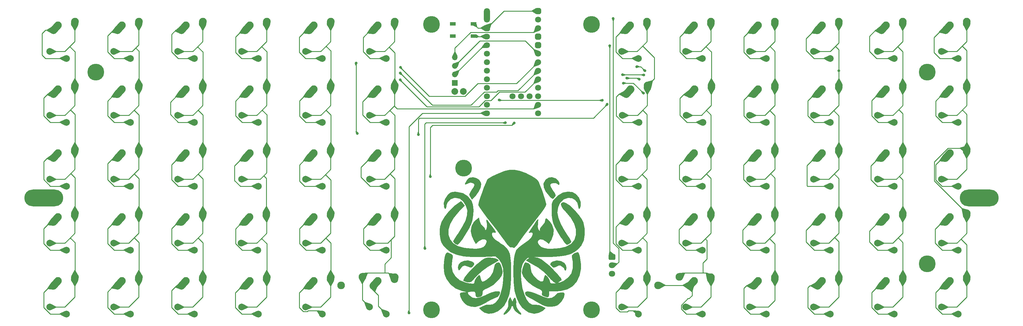
<source format=gbr>
%TF.GenerationSoftware,KiCad,Pcbnew,7.0.8-unknown-202310192121~e85eec2e6b~ubuntu22.04.1*%
%TF.CreationDate,2023-11-07T13:39:59+08:00*%
%TF.ProjectId,Cthulhu,43746875-6c68-4752-9e6b-696361645f70,rev?*%
%TF.SameCoordinates,Original*%
%TF.FileFunction,Copper,L1,Top*%
%TF.FilePolarity,Positive*%
%FSLAX46Y46*%
G04 Gerber Fmt 4.6, Leading zero omitted, Abs format (unit mm)*
G04 Created by KiCad (PCBNEW 7.0.8-unknown-202310192121~e85eec2e6b~ubuntu22.04.1) date 2023-11-07 13:39:59*
%MOMM*%
%LPD*%
G01*
G04 APERTURE LIST*
G04 Aperture macros list*
%AMRoundRect*
0 Rectangle with rounded corners*
0 $1 Rounding radius*
0 $2 $3 $4 $5 $6 $7 $8 $9 X,Y pos of 4 corners*
0 Add a 4 corners polygon primitive as box body*
4,1,4,$2,$3,$4,$5,$6,$7,$8,$9,$2,$3,0*
0 Add four circle primitives for the rounded corners*
1,1,$1+$1,$2,$3*
1,1,$1+$1,$4,$5*
1,1,$1+$1,$6,$7*
1,1,$1+$1,$8,$9*
0 Add four rect primitives between the rounded corners*
20,1,$1+$1,$2,$3,$4,$5,0*
20,1,$1+$1,$4,$5,$6,$7,0*
20,1,$1+$1,$6,$7,$8,$9,0*
20,1,$1+$1,$8,$9,$2,$3,0*%
%AMHorizOval*
0 Thick line with rounded ends*
0 $1 width*
0 $2 $3 position (X,Y) of the first rounded end (center of the circle)*
0 $4 $5 position (X,Y) of the second rounded end (center of the circle)*
0 Add line between two ends*
20,1,$1,$2,$3,$4,$5,0*
0 Add two circle primitives to create the rounded ends*
1,1,$1,$2,$3*
1,1,$1,$4,$5*%
G04 Aperture macros list end*
%TA.AperFunction,WasherPad*%
%ADD10O,11.600000X5.000000*%
%TD*%
%TA.AperFunction,WasherPad*%
%ADD11C,5.000000*%
%TD*%
%TA.AperFunction,ComponentPad*%
%ADD12C,2.000000*%
%TD*%
%TA.AperFunction,ComponentPad*%
%ADD13HorizOval,2.250000X0.019771X0.290016X-0.019771X-0.290016X0*%
%TD*%
%TA.AperFunction,ComponentPad*%
%ADD14C,2.250000*%
%TD*%
%TA.AperFunction,ComponentPad*%
%ADD15HorizOval,2.250000X0.654995X0.730004X-0.654995X-0.730004X0*%
%TD*%
%TA.AperFunction,ComponentPad*%
%ADD16C,2.286000*%
%TD*%
%TA.AperFunction,SMDPad,CuDef*%
%ADD17R,1.800000X1.100000*%
%TD*%
%TA.AperFunction,ComponentPad*%
%ADD18R,1.700000X1.700000*%
%TD*%
%TA.AperFunction,ComponentPad*%
%ADD19O,1.700000X1.700000*%
%TD*%
%TA.AperFunction,ComponentPad*%
%ADD20RoundRect,0.250000X-0.725000X0.600000X-0.725000X-0.600000X0.725000X-0.600000X0.725000X0.600000X0*%
%TD*%
%TA.AperFunction,ComponentPad*%
%ADD21O,1.950000X1.700000*%
%TD*%
%TA.AperFunction,ComponentPad*%
%ADD22C,1.800000*%
%TD*%
%TA.AperFunction,ComponentPad*%
%ADD23RoundRect,0.450000X0.450000X0.450000X-0.450000X0.450000X-0.450000X-0.450000X0.450000X-0.450000X0*%
%TD*%
%TA.AperFunction,ComponentPad*%
%ADD24O,1.800000X4.340000*%
%TD*%
%TA.AperFunction,ViaPad*%
%ADD25C,0.800000*%
%TD*%
%TA.AperFunction,Conductor*%
%ADD26C,0.250000*%
%TD*%
G04 APERTURE END LIST*
%TA.AperFunction,EtchedComponent*%
%TO.C,*%
G36*
X180347033Y-125968116D02*
G01*
X180349101Y-125969058D01*
X180959704Y-126400501D01*
X181003573Y-126906285D01*
X180546327Y-127474637D01*
X180143052Y-127775331D01*
X179760781Y-127776001D01*
X179151995Y-127471928D01*
X179108673Y-127447213D01*
X178210453Y-127139678D01*
X177485803Y-127372118D01*
X176886482Y-128160483D01*
X176873283Y-128186280D01*
X176569833Y-128587977D01*
X176368169Y-128614956D01*
X176227020Y-128211411D01*
X176177455Y-127627388D01*
X176432703Y-126765023D01*
X177109981Y-126115163D01*
X178076593Y-125730558D01*
X179199842Y-125663959D01*
X180347033Y-125968116D01*
G37*
%TD.AperFunction*%
%TA.AperFunction,EtchedComponent*%
G36*
X206779276Y-125755708D02*
G01*
X207747092Y-126294998D01*
X207796257Y-126342562D01*
X208279983Y-127046995D01*
X208496590Y-127815667D01*
X208409647Y-128447065D01*
X208216092Y-128664773D01*
X207967970Y-128600587D01*
X207927455Y-128399825D01*
X207705032Y-127941050D01*
X207170228Y-127460335D01*
X207169874Y-127460103D01*
X206614128Y-127147804D01*
X206174920Y-127146588D01*
X205552951Y-127456913D01*
X205543048Y-127462595D01*
X204927897Y-127775300D01*
X204543837Y-127778625D01*
X204135981Y-127474750D01*
X204135857Y-127474637D01*
X203661844Y-126863382D01*
X203749535Y-126364863D01*
X204333082Y-125969058D01*
X205583593Y-125640840D01*
X206779276Y-125755708D01*
G37*
%TD.AperFunction*%
%TA.AperFunction,EtchedComponent*%
G36*
X186487531Y-124847852D02*
G01*
X187386192Y-125051983D01*
X188047255Y-125328252D01*
X188300183Y-125620293D01*
X188061844Y-125831427D01*
X187440055Y-126202201D01*
X186658431Y-126607661D01*
X185041015Y-127539878D01*
X183408173Y-128719470D01*
X181951948Y-129995081D01*
X180939955Y-131114621D01*
X180302571Y-131848083D01*
X179735822Y-132164757D01*
X179028602Y-132151704D01*
X178630865Y-132066910D01*
X178026550Y-131836817D01*
X177792160Y-131680210D01*
X177799315Y-131316322D01*
X178166123Y-130654576D01*
X178821029Y-129780914D01*
X179692477Y-128781277D01*
X180708910Y-127741608D01*
X181798773Y-126747848D01*
X182128081Y-126472561D01*
X183159082Y-125654054D01*
X183904231Y-125147413D01*
X184508230Y-124879968D01*
X185115781Y-124779049D01*
X185521866Y-124768182D01*
X186487531Y-124847852D01*
G37*
%TD.AperFunction*%
%TA.AperFunction,EtchedComponent*%
G36*
X205229333Y-101117130D02*
G01*
X206003087Y-101790984D01*
X206334325Y-102471023D01*
X206342440Y-102985822D01*
X206088012Y-103125340D01*
X205762683Y-102831818D01*
X205326883Y-102585808D01*
X204649611Y-102553305D01*
X204008647Y-102712710D01*
X203696003Y-102992516D01*
X203757226Y-103490397D01*
X204131496Y-104252874D01*
X204426653Y-104699361D01*
X205013693Y-105558826D01*
X205267359Y-106114132D01*
X205212464Y-106513830D01*
X204873819Y-106906470D01*
X204805717Y-106968844D01*
X204449850Y-107228039D01*
X204129029Y-107188990D01*
X203671722Y-106795724D01*
X203394849Y-106508466D01*
X202305231Y-105129606D01*
X201723300Y-103844160D01*
X201657571Y-102690438D01*
X202116560Y-101706752D01*
X202285926Y-101519834D01*
X203210273Y-100943850D01*
X204244901Y-100822184D01*
X205229333Y-101117130D01*
G37*
%TD.AperFunction*%
%TA.AperFunction,EtchedComponent*%
G36*
X181641132Y-101047362D02*
G01*
X182494994Y-101609339D01*
X183014153Y-102420302D01*
X183104728Y-102974515D01*
X182896664Y-103980244D01*
X182345192Y-105137920D01*
X181559395Y-106241026D01*
X181152839Y-106669887D01*
X180302627Y-107477274D01*
X179827499Y-106752136D01*
X179576092Y-106307547D01*
X179544206Y-105918373D01*
X179766273Y-105400427D01*
X180218322Y-104661535D01*
X180767733Y-103764706D01*
X181016170Y-103216709D01*
X180984663Y-102887254D01*
X180694238Y-102646052D01*
X180555983Y-102569396D01*
X179885596Y-102463006D01*
X179214176Y-102708721D01*
X178618070Y-102966088D01*
X178284548Y-103013350D01*
X178278001Y-103008122D01*
X178292592Y-102669727D01*
X178563254Y-102098489D01*
X178966563Y-101496566D01*
X179379098Y-101066119D01*
X179509705Y-100990659D01*
X180597669Y-100814445D01*
X181641132Y-101047362D01*
G37*
%TD.AperFunction*%
%TA.AperFunction,EtchedComponent*%
G36*
X197950202Y-135034877D02*
G01*
X199206034Y-135454060D01*
X200174770Y-135880682D01*
X201773237Y-136557294D01*
X203019696Y-136860505D01*
X204000249Y-136792817D01*
X204800998Y-136356734D01*
X205139926Y-136025000D01*
X205897881Y-135381949D01*
X206746417Y-135163221D01*
X206919455Y-135159091D01*
X207612687Y-135222493D01*
X207892784Y-135473761D01*
X207927455Y-135750697D01*
X207697905Y-136723467D01*
X207082071Y-137793107D01*
X206363427Y-138604595D01*
X205695655Y-139069020D01*
X204823122Y-139320680D01*
X203954752Y-139409716D01*
X202926462Y-139426315D01*
X202120112Y-139278675D01*
X201261367Y-138897335D01*
X200711546Y-138588567D01*
X199602689Y-137955375D01*
X198458646Y-137319579D01*
X197839391Y-136985123D01*
X197047907Y-136521183D01*
X196476269Y-136104855D01*
X196328470Y-135948267D01*
X196105466Y-135333479D01*
X196340819Y-134975625D01*
X196975430Y-134875745D01*
X197950202Y-135034877D01*
G37*
%TD.AperFunction*%
%TA.AperFunction,EtchedComponent*%
G36*
X192059427Y-137192571D02*
G01*
X192427193Y-137879749D01*
X192681578Y-137192082D01*
X192962680Y-136741801D01*
X193234686Y-136790842D01*
X193445662Y-137262848D01*
X193543679Y-138081460D01*
X193540963Y-138455704D01*
X193586329Y-139398479D01*
X193885489Y-140128753D01*
X194389576Y-140775326D01*
X194896962Y-141403455D01*
X195014965Y-141717446D01*
X194802199Y-141797727D01*
X194259056Y-141583550D01*
X193598550Y-141061437D01*
X193003831Y-140412019D01*
X192658050Y-139815925D01*
X192629728Y-139655157D01*
X192480529Y-139257009D01*
X192341092Y-139200000D01*
X192088608Y-139435275D01*
X192052455Y-139655157D01*
X191835289Y-140190824D01*
X191305890Y-140842239D01*
X190647409Y-141428773D01*
X190042997Y-141769795D01*
X189879985Y-141797727D01*
X189668934Y-141701559D01*
X189817392Y-141361784D01*
X190321236Y-140742720D01*
X190908744Y-139971241D01*
X191128560Y-139333453D01*
X191101078Y-138785146D01*
X191111502Y-137906832D01*
X191323136Y-137193986D01*
X191691660Y-136505393D01*
X192059427Y-137192571D01*
G37*
%TD.AperFunction*%
%TA.AperFunction,EtchedComponent*%
G36*
X175942745Y-105200695D02*
G01*
X177654040Y-105593430D01*
X179087654Y-106481472D01*
X180185362Y-107826845D01*
X180308005Y-108047795D01*
X180635733Y-109104999D01*
X180759430Y-110515564D01*
X180687957Y-112096269D01*
X180430170Y-113663892D01*
X179994930Y-115035211D01*
X179967102Y-115098863D01*
X179494762Y-116048326D01*
X178871606Y-117147172D01*
X178170754Y-118284589D01*
X177465321Y-119349764D01*
X176828426Y-120231886D01*
X176333185Y-120820142D01*
X176068906Y-121006729D01*
X175591966Y-120837726D01*
X175239387Y-120614114D01*
X174833050Y-120189978D01*
X174734274Y-119946969D01*
X174890707Y-119596738D01*
X175308508Y-118904013D01*
X175910425Y-117993830D01*
X176192005Y-117587526D01*
X177535318Y-115500379D01*
X178423771Y-113689468D01*
X178873635Y-112097442D01*
X178901182Y-110666953D01*
X178528274Y-109353243D01*
X177737981Y-108097384D01*
X176712288Y-107283117D01*
X175534065Y-106966230D01*
X175022910Y-106993500D01*
X173975300Y-107394081D01*
X173167505Y-108162804D01*
X172744360Y-109143298D01*
X172713819Y-109486550D01*
X172602973Y-110155623D01*
X172346361Y-110298549D01*
X172057869Y-109899910D01*
X171959874Y-109588624D01*
X171937407Y-108471403D01*
X172314483Y-107264717D01*
X173006887Y-106194098D01*
X173354663Y-105853301D01*
X173958651Y-105408561D01*
X174542668Y-105198868D01*
X175339049Y-105165636D01*
X175942745Y-105200695D01*
G37*
%TD.AperFunction*%
%TA.AperFunction,EtchedComponent*%
G36*
X210159757Y-105244170D02*
G01*
X211317967Y-105845618D01*
X211349679Y-105871946D01*
X212202438Y-106903733D01*
X212679581Y-108151944D01*
X212703049Y-109406903D01*
X212689736Y-109471454D01*
X212443996Y-110147726D01*
X212182451Y-110298325D01*
X212000264Y-109921259D01*
X211968365Y-109486550D01*
X211716628Y-108429927D01*
X211050805Y-107619480D01*
X210104980Y-107120399D01*
X209013236Y-106997875D01*
X207909653Y-107317099D01*
X207724991Y-107423435D01*
X206631288Y-108421368D01*
X205992388Y-109725302D01*
X205816095Y-111275951D01*
X206110215Y-113014027D01*
X206771619Y-114665909D01*
X207454857Y-115931431D01*
X208252610Y-117282163D01*
X208832867Y-118185867D01*
X209391280Y-119036227D01*
X209791286Y-119697134D01*
X209947846Y-120027932D01*
X209947910Y-120030183D01*
X209726027Y-120369570D01*
X209231094Y-120752389D01*
X208719190Y-120991268D01*
X208613277Y-121006729D01*
X208322953Y-120783890D01*
X207814683Y-120178791D01*
X207175186Y-119299501D01*
X206825587Y-118778977D01*
X205764463Y-117101722D01*
X205009099Y-115739512D01*
X204509537Y-114552743D01*
X204215816Y-113401812D01*
X204077977Y-112147112D01*
X204046578Y-111013455D01*
X204050175Y-109745810D01*
X204104014Y-108894617D01*
X204245381Y-108299198D01*
X204511560Y-107798879D01*
X204917296Y-107261182D01*
X206084804Y-106144166D01*
X207425900Y-105418773D01*
X208823309Y-105110331D01*
X210159757Y-105244170D01*
G37*
%TD.AperFunction*%
%TA.AperFunction,EtchedComponent*%
G36*
X194690487Y-98945960D02*
G01*
X196519681Y-99659187D01*
X197009518Y-99883376D01*
X198153650Y-100465981D01*
X199126905Y-101049209D01*
X199784854Y-101542539D01*
X199949765Y-101726140D01*
X200285905Y-102380910D01*
X200714413Y-103405586D01*
X201183859Y-104651804D01*
X201642812Y-105971201D01*
X202039843Y-107215413D01*
X202323522Y-108236077D01*
X202442417Y-108884830D01*
X202443278Y-108919326D01*
X202282078Y-109436307D01*
X201786411Y-110286093D01*
X200938301Y-111495526D01*
X199719772Y-113091446D01*
X199253700Y-113681826D01*
X198072951Y-115186567D01*
X196887616Y-116729762D01*
X195799925Y-118176083D01*
X194912109Y-119390202D01*
X194518466Y-119950077D01*
X193808221Y-120927113D01*
X193234807Y-121603135D01*
X192865558Y-121903263D01*
X192777022Y-121886632D01*
X192377022Y-121695899D01*
X192063944Y-121733853D01*
X191751269Y-121699127D01*
X191331777Y-121376744D01*
X190746350Y-120705022D01*
X189935869Y-119622281D01*
X189631278Y-119195786D01*
X188706880Y-117924008D01*
X187555348Y-116387766D01*
X186315107Y-114769372D01*
X185124584Y-113251136D01*
X184977317Y-113066412D01*
X184003818Y-111808940D01*
X183187074Y-110678605D01*
X182589348Y-109767269D01*
X182272906Y-109166799D01*
X182238819Y-109026071D01*
X182340392Y-108459660D01*
X182612087Y-107506163D01*
X183004369Y-106302546D01*
X183467704Y-104985777D01*
X183952555Y-103692823D01*
X184409388Y-102560653D01*
X184788668Y-101726234D01*
X185014094Y-101352265D01*
X185450817Y-101039988D01*
X186283374Y-100578748D01*
X187374628Y-100041360D01*
X188129175Y-99698264D01*
X189985916Y-98976279D01*
X191588471Y-98607942D01*
X193101706Y-98596690D01*
X194690487Y-98945960D01*
G37*
%TD.AperFunction*%
%TA.AperFunction,EtchedComponent*%
G36*
X173543600Y-123402426D02*
G01*
X174244177Y-123743744D01*
X174582674Y-124117392D01*
X174627692Y-124696909D01*
X174447832Y-125655835D01*
X174442975Y-125677562D01*
X174284368Y-127507861D01*
X174642677Y-129128028D01*
X175480622Y-130489508D01*
X176760919Y-131543745D01*
X178446285Y-132242184D01*
X179660832Y-132473187D01*
X180508950Y-132550281D01*
X180931820Y-132491229D01*
X181073662Y-132254492D01*
X181084274Y-132063220D01*
X181242880Y-131497532D01*
X181623971Y-130820586D01*
X182085453Y-130240718D01*
X182485232Y-129966263D01*
X182516282Y-129963636D01*
X182718825Y-130215691D01*
X182913307Y-130836025D01*
X182941366Y-130973863D01*
X183140357Y-131673753D01*
X183465777Y-131933293D01*
X184033232Y-131779744D01*
X184715769Y-131392269D01*
X185815824Y-130428004D01*
X186587019Y-129178111D01*
X186911066Y-127835557D01*
X186912173Y-127809099D01*
X187150658Y-126849008D01*
X187765916Y-126317603D01*
X188391260Y-126211363D01*
X188694766Y-126469480D01*
X189007437Y-127129373D01*
X189272209Y-128019359D01*
X189432018Y-128967753D01*
X189454728Y-129410899D01*
X189220256Y-130166345D01*
X188591494Y-131084769D01*
X187680424Y-132051783D01*
X186599028Y-132952998D01*
X185459286Y-133674026D01*
X185119129Y-133839712D01*
X184173489Y-134287711D01*
X183661096Y-134621469D01*
X183477659Y-134937213D01*
X183515812Y-135319029D01*
X183438956Y-135985959D01*
X182890311Y-136437956D01*
X181969158Y-136602273D01*
X181534418Y-136473695D01*
X181380244Y-135985975D01*
X181372910Y-135738441D01*
X181330318Y-135186923D01*
X181092395Y-134950036D01*
X180493916Y-134910634D01*
X180218365Y-134919849D01*
X179406554Y-134994841D01*
X179120944Y-135206043D01*
X179312070Y-135661093D01*
X179662041Y-136130393D01*
X180421431Y-136729082D01*
X181445260Y-136897678D01*
X182770776Y-136634278D01*
X184435227Y-135936976D01*
X184547910Y-135880682D01*
X186083536Y-135215798D01*
X187340402Y-134895044D01*
X187700690Y-134870454D01*
X188428818Y-134891665D01*
X188703647Y-135037616D01*
X188649150Y-135431782D01*
X188551885Y-135718244D01*
X188038445Y-136482914D01*
X187484513Y-136737412D01*
X186884019Y-136962978D01*
X185964861Y-137412412D01*
X184896309Y-138001103D01*
X184561075Y-138198713D01*
X182844527Y-139073668D01*
X181353323Y-139478190D01*
X179997686Y-139425523D01*
X178892530Y-139034943D01*
X178124604Y-138434892D01*
X177415533Y-137522615D01*
X176911871Y-136521988D01*
X176754728Y-135769223D01*
X176852647Y-135358799D01*
X177250652Y-135176563D01*
X177837115Y-135134544D01*
X178425951Y-135112972D01*
X178564871Y-135061255D01*
X178215779Y-134944387D01*
X177413128Y-134744940D01*
X175485163Y-134001189D01*
X173907140Y-132807684D01*
X172719496Y-131201958D01*
X172141812Y-129851971D01*
X171954700Y-128833878D01*
X171899568Y-127504618D01*
X171966092Y-126084494D01*
X172143951Y-124793814D01*
X172422823Y-123852881D01*
X172422899Y-123852718D01*
X172740587Y-123328812D01*
X173124326Y-123252453D01*
X173543600Y-123402426D01*
G37*
%TD.AperFunction*%
%TA.AperFunction,EtchedComponent*%
G36*
X177660923Y-108582619D02*
G01*
X178211676Y-109262771D01*
X176469682Y-111076878D01*
X174896144Y-112970745D01*
X173855771Y-114786344D01*
X173336753Y-116485854D01*
X173327283Y-118031451D01*
X173815551Y-119385314D01*
X174789748Y-120509620D01*
X176238066Y-121366548D01*
X178148695Y-121918275D01*
X179914699Y-122110749D01*
X181591823Y-122127115D01*
X182809699Y-121981147D01*
X183670255Y-121645871D01*
X184275421Y-121094315D01*
X184395044Y-120925144D01*
X184707450Y-120153099D01*
X184575473Y-119606813D01*
X184103753Y-119333665D01*
X183396930Y-119381038D01*
X182559644Y-119796310D01*
X182316982Y-119984204D01*
X181484945Y-120684317D01*
X181072331Y-120056363D01*
X180262896Y-118433444D01*
X179969746Y-116863507D01*
X180187961Y-115413091D01*
X180912625Y-114148738D01*
X181554410Y-113533665D01*
X182383137Y-112881770D01*
X182631683Y-113932516D01*
X182999783Y-114799220D01*
X183552749Y-115423671D01*
X183569751Y-115435054D01*
X184079318Y-115919782D01*
X184268051Y-116358764D01*
X184318303Y-116642731D01*
X184507772Y-116429646D01*
X184591023Y-116289842D01*
X184758247Y-115625379D01*
X184750569Y-114654355D01*
X184723794Y-114425367D01*
X184645257Y-113787383D01*
X184657215Y-113457212D01*
X184810158Y-113469616D01*
X185154580Y-113859362D01*
X185740971Y-114661212D01*
X186376446Y-115563237D01*
X187024479Y-116500329D01*
X187365071Y-117056154D01*
X187428671Y-117317497D01*
X187245729Y-117371143D01*
X186997584Y-117333566D01*
X186454812Y-117324816D01*
X186282820Y-117653918D01*
X186279728Y-117752093D01*
X186382925Y-118315062D01*
X186745137Y-118872776D01*
X187445298Y-119509542D01*
X188562344Y-120309665D01*
X188860496Y-120508464D01*
X189916290Y-121254171D01*
X190698095Y-121965730D01*
X191249416Y-122749085D01*
X191613753Y-123710178D01*
X191834611Y-124954953D01*
X191955492Y-126589354D01*
X192007640Y-128172790D01*
X192000419Y-131190195D01*
X191811041Y-133716894D01*
X191425460Y-135814432D01*
X190829628Y-137544355D01*
X190009500Y-138968210D01*
X189367784Y-139739531D01*
X188080954Y-140788312D01*
X186697912Y-141385858D01*
X185320072Y-141516365D01*
X184048849Y-141164031D01*
X183339297Y-140678954D01*
X182410213Y-139848818D01*
X183557943Y-139263289D01*
X184624825Y-138872781D01*
X185492167Y-138828108D01*
X186491893Y-138745557D01*
X187409747Y-138135804D01*
X188215066Y-137046644D01*
X188877191Y-135525870D01*
X189365460Y-133621277D01*
X189536965Y-132523022D01*
X189711625Y-130073052D01*
X189569560Y-128038607D01*
X189115022Y-126444107D01*
X188352264Y-125313971D01*
X188267873Y-125235181D01*
X187339851Y-124403316D01*
X183409568Y-124602822D01*
X180376597Y-124644657D01*
X177821241Y-124427509D01*
X175698654Y-123937909D01*
X173963990Y-123162389D01*
X172572402Y-122087481D01*
X171742467Y-121098988D01*
X171265810Y-120318970D01*
X170978886Y-119519941D01*
X170817309Y-118482285D01*
X170759580Y-117746521D01*
X170712959Y-116512169D01*
X170788353Y-115603971D01*
X171023881Y-114776940D01*
X171334946Y-114048659D01*
X172242318Y-112501367D01*
X173502741Y-110914810D01*
X174944015Y-109489204D01*
X175899550Y-108741427D01*
X177110169Y-107902467D01*
X177660923Y-108582619D01*
G37*
%TD.AperFunction*%
%TA.AperFunction,EtchedComponent*%
G36*
X208463747Y-108569389D02*
G01*
X209383493Y-109205618D01*
X210384309Y-110077579D01*
X211383315Y-111105900D01*
X212297629Y-112211207D01*
X213044371Y-113314127D01*
X213540661Y-114335288D01*
X213571542Y-114424472D01*
X213936219Y-116170868D01*
X213944196Y-117982759D01*
X213613008Y-119676718D01*
X212960193Y-121069315D01*
X212932416Y-121109375D01*
X212007311Y-122235255D01*
X210951737Y-123108803D01*
X209687240Y-123755839D01*
X208135370Y-124202183D01*
X206217673Y-124473658D01*
X203855697Y-124596083D01*
X202299046Y-124609129D01*
X200866208Y-124610325D01*
X199780364Y-124622390D01*
X199102044Y-124643611D01*
X198891779Y-124672277D01*
X199103223Y-124699564D01*
X199816725Y-124789202D01*
X200440698Y-124990046D01*
X201114662Y-125377267D01*
X201978138Y-126026036D01*
X202767088Y-126673583D01*
X203715720Y-127518347D01*
X204677093Y-128464520D01*
X205571067Y-129420820D01*
X206317500Y-130295968D01*
X206836253Y-130998685D01*
X207047187Y-131437691D01*
X207023928Y-131522134D01*
X206715442Y-131717013D01*
X206339955Y-131932746D01*
X205969309Y-132187339D01*
X206031904Y-132267171D01*
X206417448Y-132191945D01*
X207015653Y-131981367D01*
X207623034Y-131703507D01*
X209002491Y-130741326D01*
X209907179Y-129492815D01*
X210344401Y-127936743D01*
X210321459Y-126051880D01*
X210058874Y-124621998D01*
X210131698Y-124090004D01*
X210684008Y-123594168D01*
X210800764Y-123522944D01*
X211456072Y-123218926D01*
X211912292Y-123153193D01*
X211949358Y-123168935D01*
X212218980Y-123599183D01*
X212465627Y-124447256D01*
X212662390Y-125553721D01*
X212782356Y-126759145D01*
X212798616Y-127904093D01*
X212786051Y-128125879D01*
X212397080Y-130236449D01*
X211574203Y-131971929D01*
X210335982Y-133315722D01*
X208700977Y-134251229D01*
X206687752Y-134761853D01*
X205257569Y-134857785D01*
X203309274Y-134870454D01*
X203309274Y-135736363D01*
X203209785Y-136359432D01*
X202848625Y-136588793D01*
X202131750Y-136459181D01*
X201733907Y-136318249D01*
X201203024Y-136004446D01*
X201121979Y-135525919D01*
X201162316Y-135335190D01*
X201204500Y-134938032D01*
X201025094Y-134623058D01*
X200519656Y-134292602D01*
X199583741Y-133849000D01*
X199563054Y-133839712D01*
X198427747Y-133195928D01*
X197316828Y-132337269D01*
X196342278Y-131378123D01*
X195616079Y-130432880D01*
X195250212Y-129615928D01*
X195227455Y-129410899D01*
X195313249Y-128497776D01*
X195532585Y-127557077D01*
X195828400Y-126760487D01*
X196143630Y-126279689D01*
X196290924Y-126211363D01*
X197183731Y-126440018D01*
X197703703Y-127097830D01*
X197825183Y-127847109D01*
X198090003Y-129140369D01*
X198811274Y-130364209D01*
X199879211Y-131336863D01*
X199966414Y-131392269D01*
X200801984Y-131848208D01*
X201305623Y-131912256D01*
X201592935Y-131557153D01*
X201740817Y-130973863D01*
X201924501Y-130308038D01*
X202131990Y-129973073D01*
X202165901Y-129963636D01*
X202545767Y-130194096D01*
X203007649Y-130746109D01*
X203406183Y-131410624D01*
X203596003Y-131978589D01*
X203597910Y-132023016D01*
X203708720Y-132381038D01*
X204139862Y-132518862D01*
X204680296Y-132522056D01*
X205220058Y-132473104D01*
X205288681Y-132396897D01*
X205174413Y-132365678D01*
X204666189Y-132082733D01*
X204007570Y-131486377D01*
X203609313Y-131033962D01*
X201937026Y-129267872D01*
X199985430Y-127716165D01*
X198086330Y-126607612D01*
X197216920Y-126169045D01*
X196602840Y-125810265D01*
X196382001Y-125615933D01*
X196610114Y-125367496D01*
X197031433Y-125120461D01*
X197382525Y-124887087D01*
X197297866Y-124787717D01*
X196863209Y-124965085D01*
X196260463Y-125429945D01*
X196098067Y-125584983D01*
X195437007Y-126632506D01*
X195055678Y-128154860D01*
X194959786Y-130118785D01*
X195056790Y-131652327D01*
X195397966Y-133916452D01*
X195918902Y-135805345D01*
X196596331Y-137277101D01*
X197406988Y-138289818D01*
X198327607Y-138801592D01*
X199045579Y-138836346D01*
X200237915Y-138925774D01*
X201130963Y-139271387D01*
X202271971Y-139848818D01*
X201342887Y-140678954D01*
X200202186Y-141329872D01*
X198840267Y-141514015D01*
X197393374Y-141217887D01*
X197103592Y-141098859D01*
X196353740Y-140637947D01*
X195539509Y-139960907D01*
X195317500Y-139739134D01*
X194311973Y-138392913D01*
X193554113Y-136715784D01*
X193032919Y-134659216D01*
X192737390Y-132174684D01*
X192656525Y-129213660D01*
X192676037Y-128087500D01*
X192751245Y-126124286D01*
X192886744Y-124630155D01*
X193127925Y-123497109D01*
X193520181Y-122617150D01*
X194108902Y-121882280D01*
X194939480Y-121184502D01*
X195840057Y-120559468D01*
X197069248Y-119688358D01*
X197854814Y-118980820D01*
X198273550Y-118350614D01*
X198402252Y-117711498D01*
X198402455Y-117681902D01*
X198235762Y-117330514D01*
X197825183Y-117347268D01*
X197363070Y-117402821D01*
X197247910Y-117335996D01*
X197397719Y-117040459D01*
X197785441Y-116421215D01*
X198318521Y-115614088D01*
X198904402Y-114754904D01*
X199450528Y-113979486D01*
X199864345Y-113423659D01*
X200050845Y-113222727D01*
X200077936Y-113479283D01*
X200031430Y-114132578D01*
X199978339Y-114593750D01*
X199925171Y-115628949D01*
X200110253Y-116318929D01*
X200257743Y-116542045D01*
X200569080Y-116908090D01*
X200602256Y-116819039D01*
X200528376Y-116591585D01*
X200577442Y-116042985D01*
X201110717Y-115367094D01*
X201249258Y-115236833D01*
X201934056Y-114397725D01*
X202154728Y-113661797D01*
X202212230Y-113146845D01*
X202472466Y-113098533D01*
X202711928Y-113211985D01*
X203514854Y-113900986D01*
X204197924Y-114945153D01*
X204624786Y-116122614D01*
X204674690Y-116405795D01*
X204593244Y-117920259D01*
X203971279Y-119538360D01*
X203656023Y-120076374D01*
X203244803Y-120724340D01*
X202388983Y-120004215D01*
X201434147Y-119404857D01*
X200647854Y-119352436D01*
X200135473Y-119715600D01*
X199940557Y-120136813D01*
X200119393Y-120657261D01*
X200259544Y-120883029D01*
X200851292Y-121530187D01*
X201679641Y-121932768D01*
X202863240Y-122131224D01*
X204035448Y-122170454D01*
X206378674Y-122019676D01*
X208251280Y-121569505D01*
X209640668Y-120823185D01*
X209808724Y-120684047D01*
X210813571Y-119456849D01*
X211305129Y-118024502D01*
X211290417Y-116431904D01*
X210776453Y-114723953D01*
X209770259Y-112945547D01*
X208324297Y-111189047D01*
X207417241Y-110174472D01*
X206926876Y-109436061D01*
X206819748Y-108888576D01*
X207062405Y-108446773D01*
X207198985Y-108321618D01*
X207707951Y-108248265D01*
X208463747Y-108569389D01*
G37*
%TD.AperFunction*%
%TD*%
D10*
%TO.P,,*%
%TO.N,*%
X52800362Y-107029695D03*
%TD*%
D11*
%TO.P,,*%
%TO.N,*%
X215916124Y-140367223D03*
%TD*%
D10*
%TO.P,,*%
%TO.N,*%
X331406846Y-107029695D03*
%TD*%
D11*
%TO.P,,*%
%TO.N,*%
X168291084Y-55237464D03*
%TD*%
%TO.P,,*%
%TO.N,*%
X68278500Y-69524976D03*
%TD*%
%TO.P,,*%
%TO.N,*%
X315928708Y-126675024D03*
%TD*%
%TO.P,,*%
%TO.N,*%
X315928708Y-69524976D03*
%TD*%
%TO.P,,*%
%TO.N,*%
X215916124Y-55237464D03*
%TD*%
%TO.P,,*%
%TO.N,*%
X168291084Y-140367223D03*
%TD*%
%TO.P,,*%
%TO.N,*%
X177816092Y-98100000D03*
%TD*%
D12*
%TO.P,S41,1,1*%
%TO.N,Column4*%
X130725000Y-120475000D03*
D13*
X138244771Y-111884984D03*
D14*
X138265000Y-111595000D03*
D15*
%TO.P,S41,2,2*%
%TO.N,Net-(D42-A)*%
X132569995Y-113404996D03*
D14*
X133225000Y-112675000D03*
D12*
X135725000Y-122575000D03*
%TD*%
%TO.P,S39,1,1*%
%TO.N,Column2*%
X92625000Y-120475000D03*
D13*
X100144771Y-111884984D03*
D14*
X100165000Y-111595000D03*
D15*
%TO.P,S39,2,2*%
%TO.N,Net-(D40-A)*%
X94469995Y-113404996D03*
D14*
X95125000Y-112675000D03*
D12*
X97625000Y-122575000D03*
%TD*%
%TO.P,S9,1,1*%
%TO.N,Column8*%
X263041092Y-63325000D03*
D13*
X270560863Y-54734984D03*
D14*
X270581092Y-54445000D03*
D15*
%TO.P,S9,2,2*%
%TO.N,Net-(D10-A)*%
X264886087Y-56254996D03*
D14*
X265541092Y-55525000D03*
D12*
X268041092Y-65425000D03*
%TD*%
%TO.P,S48,1,1*%
%TO.N,Column11*%
X320191092Y-120475000D03*
D13*
X327710863Y-111884984D03*
D14*
X327731092Y-111595000D03*
D15*
%TO.P,S48,2,2*%
%TO.N,Net-(D49-A)*%
X322036087Y-113404996D03*
D14*
X322691092Y-112675000D03*
D12*
X325191092Y-122575000D03*
%TD*%
%TO.P,S58,1,1*%
%TO.N,Column9*%
X282091092Y-139525000D03*
D13*
X289610863Y-130934984D03*
D14*
X289631092Y-130645000D03*
D15*
%TO.P,S58,2,2*%
%TO.N,Net-(D59-A)*%
X283936087Y-132454996D03*
D14*
X284591092Y-131725000D03*
D12*
X287091092Y-141625000D03*
%TD*%
%TO.P,S33,1,1*%
%TO.N,Column8*%
X263041092Y-101425000D03*
D13*
X270560863Y-92834984D03*
D14*
X270581092Y-92545000D03*
D15*
%TO.P,S33,2,2*%
%TO.N,Net-(D34-A)*%
X264886087Y-94354996D03*
D14*
X265541092Y-93625000D03*
D12*
X268041092Y-103525000D03*
%TD*%
%TO.P,S1,1,1*%
%TO.N,Column0*%
X54525000Y-63325000D03*
D13*
X62044771Y-54734984D03*
D14*
X62065000Y-54445000D03*
D15*
%TO.P,S1,2,2*%
%TO.N,Net-(D2-A)*%
X56369995Y-56254996D03*
D14*
X57025000Y-55525000D03*
D12*
X59525000Y-65425000D03*
%TD*%
%TO.P,S2,1,1*%
%TO.N,Column1*%
X73575000Y-63325000D03*
D13*
X81094771Y-54734984D03*
D14*
X81115000Y-54445000D03*
D15*
%TO.P,S2,2,2*%
%TO.N,Net-(D3-A)*%
X75419995Y-56254996D03*
D14*
X76075000Y-55525000D03*
D12*
X78575000Y-65425000D03*
%TD*%
%TO.P,S57,1,1*%
%TO.N,Column8*%
X263041092Y-139525000D03*
D13*
X270560863Y-130934984D03*
D14*
X270581092Y-130645000D03*
D15*
%TO.P,S57,2,2*%
%TO.N,Net-(D58-A)*%
X264886087Y-132454996D03*
D14*
X265541092Y-131725000D03*
D12*
X268041092Y-141625000D03*
%TD*%
%TO.P,S32,1,1*%
%TO.N,Column7*%
X243991092Y-101425000D03*
D13*
X251510863Y-92834984D03*
D14*
X251531092Y-92545000D03*
D15*
%TO.P,S32,2,2*%
%TO.N,Net-(D33-A)*%
X245836087Y-94354996D03*
D14*
X246491092Y-93625000D03*
D12*
X248991092Y-103525000D03*
%TD*%
%TO.P,S60,1,1*%
%TO.N,Column11*%
X320191092Y-139525000D03*
D13*
X327710863Y-130934984D03*
D14*
X327731092Y-130645000D03*
D15*
%TO.P,S60,2,2*%
%TO.N,Net-(D61-A)*%
X322036087Y-132454996D03*
D14*
X322691092Y-131725000D03*
D12*
X325191092Y-141625000D03*
%TD*%
%TO.P,S8,1,1*%
%TO.N,Column7*%
X243991092Y-63325000D03*
D13*
X251510863Y-54734984D03*
D14*
X251531092Y-54445000D03*
D15*
%TO.P,S8,2,2*%
%TO.N,Net-(D9-A)*%
X245836087Y-56254996D03*
D14*
X246491092Y-55525000D03*
D12*
X248991092Y-65425000D03*
%TD*%
%TO.P,S30,1,1*%
%TO.N,Column5*%
X149775000Y-101425000D03*
D13*
X157294771Y-92834984D03*
D14*
X157315000Y-92545000D03*
D15*
%TO.P,S30,2,2*%
%TO.N,Net-(D31-A)*%
X151619995Y-94354996D03*
D14*
X152275000Y-93625000D03*
D12*
X154775000Y-103525000D03*
%TD*%
%TO.P,S14,1,1*%
%TO.N,Column1*%
X73575000Y-82375000D03*
D13*
X81094771Y-73784984D03*
D14*
X81115000Y-73495000D03*
D15*
%TO.P,S14,2,2*%
%TO.N,Net-(D15-A)*%
X75419995Y-75304996D03*
D14*
X76075000Y-74575000D03*
D12*
X78575000Y-84475000D03*
%TD*%
%TO.P,S28,1,1*%
%TO.N,Column3*%
X111675000Y-101425000D03*
D13*
X119194771Y-92834984D03*
D14*
X119215000Y-92545000D03*
D15*
%TO.P,S28,2,2*%
%TO.N,Net-(D29-A)*%
X113519995Y-94354996D03*
D14*
X114175000Y-93625000D03*
D12*
X116675000Y-103525000D03*
%TD*%
%TO.P,S53,1,1*%
%TO.N,Column4*%
X130725000Y-139525000D03*
D13*
X138244771Y-130934984D03*
D14*
X138265000Y-130645000D03*
D15*
%TO.P,S53,2,2*%
%TO.N,Net-(D54-A)*%
X132569995Y-132454996D03*
D14*
X133225000Y-131725000D03*
D12*
X135725000Y-141625000D03*
%TD*%
%TO.P,S50,1,1*%
%TO.N,Column1*%
X73575000Y-139525000D03*
D13*
X81094771Y-130934984D03*
D14*
X81115000Y-130645000D03*
D15*
%TO.P,S50,2,2*%
%TO.N,Net-(D51-A)*%
X75419995Y-132454996D03*
D14*
X76075000Y-131725000D03*
D12*
X78575000Y-141625000D03*
%TD*%
%TO.P,S42,1,1*%
%TO.N,Column5*%
X149775000Y-120475000D03*
D13*
X157294771Y-111884984D03*
D14*
X157315000Y-111595000D03*
D15*
%TO.P,S42,2,2*%
%TO.N,Net-(D43-A)*%
X151619995Y-113404996D03*
D14*
X152275000Y-112675000D03*
D12*
X154775000Y-122575000D03*
%TD*%
%TO.P,S22,1,1*%
%TO.N,Column9*%
X282091092Y-82375000D03*
D13*
X289610863Y-73784984D03*
D14*
X289631092Y-73495000D03*
D15*
%TO.P,S22,2,2*%
%TO.N,Net-(D23-A)*%
X283936087Y-75304996D03*
D14*
X284591092Y-74575000D03*
D12*
X287091092Y-84475000D03*
%TD*%
%TO.P,S20,1,1*%
%TO.N,Column7*%
X244118092Y-82375000D03*
D13*
X251637863Y-73784984D03*
D14*
X251658092Y-73495000D03*
D15*
%TO.P,S20,2,2*%
%TO.N,Net-(D21-A)*%
X245963087Y-75304996D03*
D14*
X246618092Y-74575000D03*
D12*
X249118092Y-84475000D03*
%TD*%
%TO.P,J4,1,Pin_1*%
%TO.N,CS*%
X177786092Y-75275000D03*
X175246092Y-75275000D03*
%TD*%
%TO.P,S49,1,1*%
%TO.N,Column0*%
X54525000Y-139525000D03*
D13*
X62044771Y-130934984D03*
D14*
X62065000Y-130645000D03*
D15*
%TO.P,S49,2,2*%
%TO.N,Net-(D50-A)*%
X56369995Y-132454996D03*
D14*
X57025000Y-131725000D03*
D12*
X59525000Y-141625000D03*
%TD*%
%TO.P,S45,1,1*%
%TO.N,Column8*%
X263041092Y-120475000D03*
D13*
X270560863Y-111884984D03*
D14*
X270581092Y-111595000D03*
D15*
%TO.P,S45,2,2*%
%TO.N,Net-(D46-A)*%
X264886087Y-113404996D03*
D14*
X265541092Y-112675000D03*
D12*
X268041092Y-122575000D03*
%TD*%
%TO.P,S44,1,1*%
%TO.N,Column7*%
X243991092Y-120475000D03*
D13*
X251510863Y-111884984D03*
D14*
X251531092Y-111595000D03*
D15*
%TO.P,S44,2,2*%
%TO.N,Net-(D45-A)*%
X245836087Y-113404996D03*
D14*
X246491092Y-112675000D03*
D12*
X248991092Y-122575000D03*
%TD*%
%TO.P,S23,1,1*%
%TO.N,Column10*%
X301141092Y-82375000D03*
D13*
X308660863Y-73784984D03*
D14*
X308681092Y-73495000D03*
D15*
%TO.P,S23,2,2*%
%TO.N,Net-(D24-A)*%
X302986087Y-75304996D03*
D14*
X303641092Y-74575000D03*
D12*
X306141092Y-84475000D03*
%TD*%
%TO.P,S55,1,1*%
%TO.N,Column6*%
X224941092Y-139525000D03*
D13*
X232460863Y-130934984D03*
D14*
X232481092Y-130645000D03*
D15*
%TO.P,S55,2,2*%
%TO.N,Net-(D56-A)*%
X226786087Y-132454996D03*
D14*
X227441092Y-131725000D03*
D12*
X229941092Y-141625000D03*
%TD*%
%TO.P,S18,1,1*%
%TO.N,Column5*%
X149775000Y-82375000D03*
D13*
X157294771Y-73784984D03*
D14*
X157315000Y-73495000D03*
D15*
%TO.P,S18,2,2*%
%TO.N,Net-(D19-A)*%
X151619995Y-75304996D03*
D14*
X152275000Y-74575000D03*
D12*
X154775000Y-84475000D03*
%TD*%
D16*
%TO.P,S61,1,1*%
%TO.N,Column5*%
X147663000Y-130518000D03*
%TO.P,S61,2,2*%
%TO.N,Net-(D55-A)*%
X141313000Y-133058000D03*
%TD*%
D12*
%TO.P,S13,1,1*%
%TO.N,Column0*%
X54525000Y-82375000D03*
D13*
X62044771Y-73784984D03*
D14*
X62065000Y-73495000D03*
D15*
%TO.P,S13,2,2*%
%TO.N,Net-(D14-A)*%
X56369995Y-75304996D03*
D14*
X57025000Y-74575000D03*
D12*
X59525000Y-84475000D03*
%TD*%
%TO.P,S15,1,1*%
%TO.N,Column2*%
X92625000Y-82375000D03*
D13*
X100144771Y-73784984D03*
D14*
X100165000Y-73495000D03*
D15*
%TO.P,S15,2,2*%
%TO.N,Net-(D16-A)*%
X94469995Y-75304996D03*
D14*
X95125000Y-74575000D03*
D12*
X97625000Y-84475000D03*
%TD*%
%TO.P,S38,1,1*%
%TO.N,Column1*%
X73575000Y-120475000D03*
D13*
X81094771Y-111884984D03*
D14*
X81115000Y-111595000D03*
D15*
%TO.P,S38,2,2*%
%TO.N,Net-(D39-A)*%
X75419995Y-113404996D03*
D14*
X76075000Y-112675000D03*
D12*
X78575000Y-122575000D03*
%TD*%
%TO.P,S11,1,1*%
%TO.N,Column10*%
X301141092Y-63325000D03*
D13*
X308660863Y-54734984D03*
D14*
X308681092Y-54445000D03*
D15*
%TO.P,S11,2,2*%
%TO.N,Net-(D12-A)*%
X302986087Y-56254996D03*
D14*
X303641092Y-55525000D03*
D12*
X306141092Y-65425000D03*
%TD*%
%TO.P,S26,1,1*%
%TO.N,Column1*%
X73575000Y-101425000D03*
D13*
X81094771Y-92834984D03*
D14*
X81115000Y-92545000D03*
D15*
%TO.P,S26,2,2*%
%TO.N,Net-(D27-A)*%
X75419995Y-94354996D03*
D14*
X76075000Y-93625000D03*
D12*
X78575000Y-103525000D03*
%TD*%
%TO.P,S12,1,1*%
%TO.N,Column11*%
X320191092Y-63325000D03*
D13*
X327710863Y-54734984D03*
D14*
X327731092Y-54445000D03*
D15*
%TO.P,S12,2,2*%
%TO.N,Net-(D13-A)*%
X322036087Y-56254996D03*
D14*
X322691092Y-55525000D03*
D12*
X325191092Y-65425000D03*
%TD*%
%TO.P,S25,1,1*%
%TO.N,Column0*%
X54525000Y-101425000D03*
D13*
X62044771Y-92834984D03*
D14*
X62065000Y-92545000D03*
D15*
%TO.P,S25,2,2*%
%TO.N,Net-(D26-A)*%
X56369995Y-94354996D03*
D14*
X57025000Y-93625000D03*
D12*
X59525000Y-103525000D03*
%TD*%
D16*
%TO.P,S62,1,1*%
%TO.N,Column7*%
X242133092Y-130518000D03*
%TO.P,S62,2,2*%
%TO.N,Net-(D57-A)*%
X235783092Y-133058000D03*
%TD*%
D12*
%TO.P,S6,1,1*%
%TO.N,Column5*%
X149775000Y-63325000D03*
D13*
X157294771Y-54734984D03*
D14*
X157315000Y-54445000D03*
D15*
%TO.P,S6,2,2*%
%TO.N,Net-(D7-A)*%
X151619995Y-56254996D03*
D14*
X152275000Y-55525000D03*
D12*
X154775000Y-65425000D03*
%TD*%
%TO.P,S52,1,1*%
%TO.N,Column3*%
X111675000Y-139525000D03*
D13*
X119194771Y-130934984D03*
D14*
X119215000Y-130645000D03*
D15*
%TO.P,S52,2,2*%
%TO.N,Net-(D53-A)*%
X113519995Y-132454996D03*
D14*
X114175000Y-131725000D03*
D12*
X116675000Y-141625000D03*
%TD*%
D17*
%TO.P,SW1,1,1*%
%TO.N,Net-(U1-RST)*%
X180841092Y-58775000D03*
%TO.P,SW1,2,2*%
%TO.N,GND*%
X180841092Y-55075000D03*
%TO.P,SW1,3*%
%TO.N,N/C*%
X174641092Y-58775000D03*
%TO.P,SW1,4*%
X174641092Y-55075000D03*
%TD*%
D12*
%TO.P,S36,1,1*%
%TO.N,Column11*%
X320191092Y-101425000D03*
D13*
X327710863Y-92834984D03*
D14*
X327731092Y-92545000D03*
D15*
%TO.P,S36,2,2*%
%TO.N,Net-(D37-A)*%
X322036087Y-94354996D03*
D14*
X322691092Y-93625000D03*
D12*
X325191092Y-103525000D03*
%TD*%
%TO.P,S27,1,1*%
%TO.N,Column2*%
X92625000Y-101425000D03*
D13*
X100144771Y-92834984D03*
D14*
X100165000Y-92545000D03*
D15*
%TO.P,S27,2,2*%
%TO.N,Net-(D28-A)*%
X94469995Y-94354996D03*
D14*
X95125000Y-93625000D03*
D12*
X97625000Y-103525000D03*
%TD*%
%TO.P,S59,1,1*%
%TO.N,Column10*%
X301141092Y-139525000D03*
D13*
X308660863Y-130934984D03*
D14*
X308681092Y-130645000D03*
D15*
%TO.P,S59,2,2*%
%TO.N,Net-(D60-A)*%
X302986087Y-132454996D03*
D14*
X303641092Y-131725000D03*
D12*
X306141092Y-141625000D03*
%TD*%
%TO.P,S43,1,1*%
%TO.N,Column6*%
X224941092Y-120475000D03*
D13*
X232460863Y-111884984D03*
D14*
X232481092Y-111595000D03*
D15*
%TO.P,S43,2,2*%
%TO.N,Net-(D44-A)*%
X226786087Y-113404996D03*
D14*
X227441092Y-112675000D03*
D12*
X229941092Y-122575000D03*
%TD*%
%TO.P,S24,1,1*%
%TO.N,Column11*%
X320191092Y-82375000D03*
D13*
X327710863Y-73784984D03*
D14*
X327731092Y-73495000D03*
D15*
%TO.P,S24,2,2*%
%TO.N,Net-(D25-A)*%
X322036087Y-75304996D03*
D14*
X322691092Y-74575000D03*
D12*
X325191092Y-84475000D03*
%TD*%
%TO.P,S16,1,1*%
%TO.N,Column3*%
X111675000Y-82375000D03*
D13*
X119194771Y-73784984D03*
D14*
X119215000Y-73495000D03*
D15*
%TO.P,S16,2,2*%
%TO.N,Net-(D17-A)*%
X113519995Y-75304996D03*
D14*
X114175000Y-74575000D03*
D12*
X116675000Y-84475000D03*
%TD*%
%TO.P,S4,1,1*%
%TO.N,Column3*%
X111675000Y-63325000D03*
D13*
X119194771Y-54734984D03*
D14*
X119215000Y-54445000D03*
D15*
%TO.P,S4,2,2*%
%TO.N,Net-(D5-A)*%
X113519995Y-56254996D03*
D14*
X114175000Y-55525000D03*
D12*
X116675000Y-65425000D03*
%TD*%
%TO.P,S51,1,1*%
%TO.N,Column2*%
X92625000Y-139525000D03*
D13*
X100144771Y-130934984D03*
D14*
X100165000Y-130645000D03*
D15*
%TO.P,S51,2,2*%
%TO.N,Net-(D52-A)*%
X94469995Y-132454996D03*
D14*
X95125000Y-131725000D03*
D12*
X97625000Y-141625000D03*
%TD*%
%TO.P,S40,1,1*%
%TO.N,Column3*%
X111548000Y-120475000D03*
D13*
X119067771Y-111884984D03*
D14*
X119088000Y-111595000D03*
D15*
%TO.P,S40,2,2*%
%TO.N,Net-(D41-A)*%
X113392995Y-113404996D03*
D14*
X114048000Y-112675000D03*
D12*
X116548000Y-122575000D03*
%TD*%
%TO.P,S10,1,1*%
%TO.N,Column9*%
X282091092Y-63325000D03*
D13*
X289610863Y-54734984D03*
D14*
X289631092Y-54445000D03*
D15*
%TO.P,S10,2,2*%
%TO.N,Net-(D11-A)*%
X283936087Y-56254996D03*
D14*
X284591092Y-55525000D03*
D12*
X287091092Y-65425000D03*
%TD*%
%TO.P,S31,1,1*%
%TO.N,Column6*%
X224941092Y-101425000D03*
D13*
X232460863Y-92834984D03*
D14*
X232481092Y-92545000D03*
D15*
%TO.P,S31,2,2*%
%TO.N,Net-(D32-A)*%
X226786087Y-94354996D03*
D14*
X227441092Y-93625000D03*
D12*
X229941092Y-103525000D03*
%TD*%
%TO.P,S29,1,1*%
%TO.N,Column4*%
X130725000Y-101425000D03*
D13*
X138244771Y-92834984D03*
D14*
X138265000Y-92545000D03*
D15*
%TO.P,S29,2,2*%
%TO.N,Net-(D30-A)*%
X132569995Y-94354996D03*
D14*
X133225000Y-93625000D03*
D12*
X135725000Y-103525000D03*
%TD*%
%TO.P,S37,1,1*%
%TO.N,Column0*%
X54525000Y-120475000D03*
D13*
X62044771Y-111884984D03*
D14*
X62065000Y-111595000D03*
D15*
%TO.P,S37,2,2*%
%TO.N,Net-(D38-A)*%
X56369995Y-113404996D03*
D14*
X57025000Y-112675000D03*
D12*
X59525000Y-122575000D03*
%TD*%
%TO.P,S3,1,1*%
%TO.N,Column2*%
X92625000Y-63325000D03*
D13*
X100144771Y-54734984D03*
D14*
X100165000Y-54445000D03*
D15*
%TO.P,S3,2,2*%
%TO.N,Net-(D4-A)*%
X94469995Y-56254996D03*
D14*
X95125000Y-55525000D03*
D12*
X97625000Y-65425000D03*
%TD*%
%TO.P,S35,1,1*%
%TO.N,Column10*%
X301141092Y-101425000D03*
D13*
X308660863Y-92834984D03*
D14*
X308681092Y-92545000D03*
D15*
%TO.P,S35,2,2*%
%TO.N,Net-(D36-A)*%
X302986087Y-94354996D03*
D14*
X303641092Y-93625000D03*
D12*
X306141092Y-103525000D03*
%TD*%
%TO.P,S46,1,1*%
%TO.N,Column9*%
X282091092Y-120475000D03*
D13*
X289610863Y-111884984D03*
D14*
X289631092Y-111595000D03*
D15*
%TO.P,S46,2,2*%
%TO.N,Net-(D47-A)*%
X283936087Y-113404996D03*
D14*
X284591092Y-112675000D03*
D12*
X287091092Y-122575000D03*
%TD*%
%TO.P,S21,1,1*%
%TO.N,Column8*%
X263041092Y-82375000D03*
D13*
X270560863Y-73784984D03*
D14*
X270581092Y-73495000D03*
D15*
%TO.P,S21,2,2*%
%TO.N,Net-(D22-A)*%
X264886087Y-75304996D03*
D14*
X265541092Y-74575000D03*
D12*
X268041092Y-84475000D03*
%TD*%
%TO.P,S56,1,1*%
%TO.N,Column7*%
X243991092Y-139525000D03*
D13*
X251510863Y-130934984D03*
D14*
X251531092Y-130645000D03*
D15*
%TO.P,S56,2,2*%
%TO.N,Net-(D57-A)*%
X245836087Y-132454996D03*
D14*
X246491092Y-131725000D03*
D12*
X248991092Y-141625000D03*
%TD*%
%TO.P,S17,1,1*%
%TO.N,Column4*%
X130725000Y-82375000D03*
D13*
X138244771Y-73784984D03*
D14*
X138265000Y-73495000D03*
D15*
%TO.P,S17,2,2*%
%TO.N,Net-(D18-A)*%
X132569995Y-75304996D03*
D14*
X133225000Y-74575000D03*
D12*
X135725000Y-84475000D03*
%TD*%
D18*
%TO.P,J3,1,GND*%
%TO.N,GND*%
X175236092Y-72720000D03*
D19*
%TO.P,J3,2,VCC*%
%TO.N,3V3*%
X175236092Y-70180000D03*
%TO.P,J3,3,SCL*%
%TO.N,SCK*%
X175236092Y-67640000D03*
%TO.P,J3,4,SDA*%
%TO.N,MOSI*%
X175236092Y-65100000D03*
%TD*%
D12*
%TO.P,S19,1,1*%
%TO.N,Column6*%
X225068092Y-82375000D03*
D13*
X232587863Y-73784984D03*
D14*
X232608092Y-73495000D03*
D15*
%TO.P,S19,2,2*%
%TO.N,Net-(D20-A)*%
X226913087Y-75304996D03*
D14*
X227568092Y-74575000D03*
D12*
X230068092Y-84475000D03*
%TD*%
%TO.P,S5,1,1*%
%TO.N,Column4*%
X130725000Y-63325000D03*
D13*
X138244771Y-54734984D03*
D14*
X138265000Y-54445000D03*
D15*
%TO.P,S5,2,2*%
%TO.N,Net-(D6-A)*%
X132569995Y-56254996D03*
D14*
X133225000Y-55525000D03*
D12*
X135725000Y-65425000D03*
%TD*%
%TO.P,S47,1,1*%
%TO.N,Column10*%
X301141092Y-120475000D03*
D13*
X308660863Y-111884984D03*
D14*
X308681092Y-111595000D03*
D15*
%TO.P,S47,2,2*%
%TO.N,Net-(D48-A)*%
X302986087Y-113404996D03*
D14*
X303641092Y-112675000D03*
D12*
X306141092Y-122575000D03*
%TD*%
%TO.P,S54,1,1*%
%TO.N,Column5*%
X149775000Y-139525000D03*
D13*
X157294771Y-130934984D03*
D14*
X157315000Y-130645000D03*
D15*
%TO.P,S54,2,2*%
%TO.N,Net-(D55-A)*%
X151619995Y-132454996D03*
D14*
X152275000Y-131725000D03*
D12*
X154775000Y-141625000D03*
%TD*%
%TO.P,S7,1,1*%
%TO.N,Column6*%
X224941092Y-63325000D03*
D13*
X232460863Y-54734984D03*
D14*
X232481092Y-54445000D03*
D15*
%TO.P,S7,2,2*%
%TO.N,Net-(D8-A)*%
X226786087Y-56254996D03*
D14*
X227441092Y-55525000D03*
D12*
X229941092Y-65425000D03*
%TD*%
%TO.P,S34,1,1*%
%TO.N,Column9*%
X282091092Y-101425000D03*
D13*
X289610863Y-92834984D03*
D14*
X289631092Y-92545000D03*
D15*
%TO.P,S34,2,2*%
%TO.N,Net-(D35-A)*%
X283936087Y-94354996D03*
D14*
X284591092Y-93625000D03*
D12*
X287091092Y-103525000D03*
%TD*%
D20*
%TO.P,J2,1,Pin_1*%
%TO.N,GND*%
X222041092Y-124600000D03*
D21*
%TO.P,J2,2,Pin_2*%
%TO.N,BAT+*%
X222041092Y-127100000D03*
%TO.P,J2,3,Pin_3*%
%TO.N,GND*%
X222041092Y-129600000D03*
%TD*%
D22*
%TO.P,U1,1,P0.06*%
%TO.N,CS*%
X199986092Y-53810000D03*
%TO.P,U1,2,P0.08*%
%TO.N,MOSI*%
X199986092Y-56350000D03*
D23*
%TO.P,U1,3,GND*%
%TO.N,unconnected-(U1-GND-Pad3)*%
X199986092Y-58890000D03*
%TO.P,U1,4,GND*%
%TO.N,GND*%
X199986092Y-61430000D03*
D22*
%TO.P,U1,5,P0.17*%
%TO.N,SCK*%
X199986092Y-63970000D03*
%TO.P,U1,6,P0.20*%
%TO.N,Column0*%
X199986092Y-66510000D03*
%TO.P,U1,7,P0.22*%
%TO.N,Column1*%
X199986092Y-69050000D03*
%TO.P,U1,8,P0.24*%
%TO.N,Column2*%
X199986092Y-71590000D03*
%TO.P,U1,9,P1.00*%
%TO.N,Column3*%
X199986092Y-74130000D03*
%TO.P,U1,10,P0.11*%
%TO.N,Column4*%
X199986092Y-76670000D03*
%TO.P,U1,11,P1.04-LF*%
%TO.N,Column5*%
X199986092Y-79210000D03*
%TO.P,U1,12,P1.06-LF*%
%TO.N,unconnected-(U1-P1.06-LF-Pad12)*%
X199986092Y-81750000D03*
D24*
%TO.P,U1,13,BAT+*%
%TO.N,BAT+*%
X184746092Y-52540000D03*
D23*
%TO.P,U1,14,GND*%
%TO.N,GND*%
X184746092Y-56350000D03*
D22*
%TO.P,U1,15,RST*%
%TO.N,Net-(U1-RST)*%
X184746092Y-58890000D03*
%TO.P,U1,16,3V3*%
%TO.N,3V3*%
X184746092Y-61430000D03*
%TO.P,U1,17,P0.31-LF*%
%TO.N,Column6*%
X184746092Y-63970000D03*
%TO.P,U1,18,P0.29-LF*%
%TO.N,Column7*%
X184746092Y-66510000D03*
%TO.P,U1,19,P0.02-LF*%
%TO.N,Column8*%
X184746092Y-69050000D03*
%TO.P,U1,20,P1.15-LF*%
%TO.N,Column9*%
X184746092Y-71590000D03*
%TO.P,U1,21,P1.13-LF*%
%TO.N,Column10*%
X184746092Y-74130000D03*
%TO.P,U1,22,P1.11-LF*%
%TO.N,Column11*%
X184746092Y-76670000D03*
%TO.P,U1,23,P0-10-LF*%
%TO.N,unconnected-(U1-P0-10-LF-Pad23)*%
X184746092Y-79210000D03*
%TO.P,U1,24,P0.09-LF*%
%TO.N,Row4*%
X184746092Y-81750000D03*
%TO.P,U1,25,P1.01-LF*%
%TO.N,Row1*%
X197446092Y-76670000D03*
%TO.P,U1,26,P1.02-LF*%
%TO.N,Row2*%
X194906092Y-76670000D03*
%TO.P,U1,27,P1-07-LF*%
%TO.N,Row3*%
X192366092Y-76670000D03*
D23*
%TO.P,U1,28,GND*%
%TO.N,GND*%
X199986092Y-51270000D03*
D22*
%TO.P,U1,29,BAT+*%
%TO.N,BAT+*%
X184746092Y-51270000D03*
%TD*%
D25*
%TO.N,Row4*%
X161541092Y-141300000D03*
%TO.N,Row0*%
X145816092Y-66750000D03*
X146166092Y-87750000D03*
X164366092Y-88075000D03*
X220591092Y-79100000D03*
%TO.N,Row2*%
X167941092Y-100650000D03*
X192866092Y-84675000D03*
%TO.N,Row3*%
X166291092Y-122100000D03*
X190291092Y-84600000D03*
%TO.N,GND*%
X221366092Y-61575000D03*
%TO.N,BAT+*%
X222391092Y-53500000D03*
%TO.N,Column0*%
X159016092Y-68025000D03*
%TO.N,Column1*%
X158966092Y-69775000D03*
%TO.N,Column2*%
X158941092Y-71775000D03*
%TO.N,Column8*%
X225191092Y-70275000D03*
X231516092Y-70350000D03*
%TO.N,Column9*%
X231816092Y-69100000D03*
X289631092Y-69100000D03*
X229366092Y-67850000D03*
%TO.N,Column10*%
X230141092Y-71625000D03*
X226466092Y-71300000D03*
%TO.N,Column11*%
X231391092Y-75750000D03*
X188416092Y-77825000D03*
X225391092Y-72775000D03*
X219116092Y-77895000D03*
%TD*%
D26*
%TO.N,Net-(D12-A)*%
X302331092Y-56985000D02*
X300556092Y-56985000D01*
X300556092Y-56985000D02*
X298741092Y-58800000D01*
X298741092Y-58800000D02*
X298741092Y-63325000D01*
X298741092Y-63325000D02*
X300841092Y-65425000D01*
X300841092Y-65425000D02*
X306141092Y-65425000D01*
%TO.N,Net-(D13-A)*%
X325191092Y-65425000D02*
X319766092Y-65425000D01*
X319766092Y-65425000D02*
X317966092Y-63625000D01*
X317966092Y-63625000D02*
X317966092Y-59150000D01*
X317966092Y-59150000D02*
X320131092Y-56985000D01*
X320131092Y-56985000D02*
X321381092Y-56985000D01*
%TO.N,Row4*%
X161541092Y-85738604D02*
X161541092Y-141300000D01*
X165529696Y-81750000D02*
X161541092Y-85738604D01*
X184746092Y-81750000D02*
X165529696Y-81750000D01*
%TO.N,Row0*%
X220591092Y-79100000D02*
X216491092Y-83200000D01*
X145816092Y-87400000D02*
X145816092Y-66750000D01*
X216491092Y-83200000D02*
X164716092Y-83200000D01*
X164341092Y-83575000D02*
X164716092Y-83200000D01*
X164341092Y-83575000D02*
X164366092Y-88075000D01*
X146166092Y-87750000D02*
X145816092Y-87400000D01*
X164366092Y-88075000D02*
X164341092Y-88050000D01*
%TO.N,Net-(D2-A)*%
X53266092Y-65425000D02*
X52291092Y-64450000D01*
X53281092Y-56985000D02*
X55715000Y-56985000D01*
X59525000Y-65425000D02*
X53266092Y-65425000D01*
X52291092Y-57975000D02*
X53281092Y-56985000D01*
X52291092Y-64450000D02*
X52291092Y-57975000D01*
%TO.N,Net-(D3-A)*%
X73531092Y-56985000D02*
X74765000Y-56985000D01*
X78575000Y-65425000D02*
X73801167Y-65425000D01*
X73801167Y-65425000D02*
X71850000Y-63473833D01*
X71850000Y-63473833D02*
X71850000Y-58666092D01*
X71850000Y-58666092D02*
X73531092Y-56985000D01*
%TO.N,Net-(D4-A)*%
X92851167Y-65425000D02*
X90900000Y-63473833D01*
X90900000Y-58191092D02*
X92106092Y-56985000D01*
X92106092Y-56985000D02*
X93815000Y-56985000D01*
X97625000Y-65425000D02*
X92851167Y-65425000D01*
X90900000Y-63473833D02*
X90900000Y-58191092D01*
%TO.N,Net-(D5-A)*%
X111716092Y-65425000D02*
X116675000Y-65425000D01*
X109950000Y-63658908D02*
X111716092Y-65425000D01*
X109950000Y-59017588D02*
X109950000Y-63658908D01*
X112865000Y-56985000D02*
X111982588Y-56985000D01*
X111982588Y-56985000D02*
X109950000Y-59017588D01*
%TO.N,Net-(D6-A)*%
X131032588Y-56985000D02*
X128916092Y-59101496D01*
X131915000Y-56985000D02*
X131032588Y-56985000D01*
X130766092Y-65425000D02*
X135725000Y-65425000D01*
X128916092Y-63575000D02*
X130766092Y-65425000D01*
X128916092Y-59101496D02*
X128916092Y-63575000D01*
%TO.N,Net-(D7-A)*%
X150082588Y-56985000D02*
X147941092Y-59126496D01*
X150001167Y-65425000D02*
X154775000Y-65425000D01*
X147941092Y-63364925D02*
X150001167Y-65425000D01*
X150965000Y-56985000D02*
X150082588Y-56985000D01*
X147941092Y-59126496D02*
X147941092Y-63364925D01*
%TO.N,Net-(D8-A)*%
X229941092Y-65425000D02*
X225167259Y-65425000D01*
X225248680Y-56985000D02*
X226131092Y-56985000D01*
X223216092Y-63473833D02*
X223216092Y-59017588D01*
X225167259Y-65425000D02*
X223216092Y-63473833D01*
X223216092Y-59017588D02*
X225248680Y-56985000D01*
%TO.N,Net-(D9-A)*%
X245181092Y-56985000D02*
X244298680Y-56985000D01*
X244298680Y-56985000D02*
X242266092Y-59017588D01*
X244216092Y-65425000D02*
X248991092Y-65425000D01*
X242266092Y-59017588D02*
X242266092Y-63475000D01*
X242266092Y-63475000D02*
X244216092Y-65425000D01*
%TO.N,Net-(D10-A)*%
X261316092Y-59017588D02*
X261316092Y-63575000D01*
X263348680Y-56985000D02*
X261316092Y-59017588D01*
X263166092Y-65425000D02*
X268041092Y-65425000D01*
X261316092Y-63575000D02*
X263166092Y-65425000D01*
X264231092Y-56985000D02*
X263348680Y-56985000D01*
%TO.N,Net-(D11-A)*%
X282398680Y-56985000D02*
X279891092Y-59492588D01*
X279891092Y-59492588D02*
X279891092Y-63050000D01*
X279891092Y-63050000D02*
X282266092Y-65425000D01*
X282266092Y-65425000D02*
X287091092Y-65425000D01*
X283281092Y-56985000D02*
X282398680Y-56985000D01*
%TO.N,Net-(D14-A)*%
X52800000Y-82523833D02*
X52800000Y-77166092D01*
X54751167Y-84475000D02*
X52800000Y-82523833D01*
X53931092Y-76035000D02*
X55715000Y-76035000D01*
X52800000Y-77166092D02*
X53931092Y-76035000D01*
X59525000Y-84475000D02*
X54751167Y-84475000D01*
%TO.N,Net-(D15-A)*%
X71816092Y-78101496D02*
X71816092Y-82489925D01*
X73882588Y-76035000D02*
X71816092Y-78101496D01*
X71816092Y-82489925D02*
X73801167Y-84475000D01*
X74765000Y-76035000D02*
X73882588Y-76035000D01*
X73801167Y-84475000D02*
X78575000Y-84475000D01*
%TO.N,Net-(D16-A)*%
X92851167Y-84475000D02*
X97625000Y-84475000D01*
X92932588Y-76035000D02*
X90516092Y-78451496D01*
X93815000Y-76035000D02*
X92932588Y-76035000D01*
X90516092Y-78451496D02*
X90516092Y-82139925D01*
X90516092Y-82139925D02*
X92851167Y-84475000D01*
%TO.N,Net-(D17-A)*%
X109916092Y-82489925D02*
X111901167Y-84475000D01*
X112865000Y-76035000D02*
X111982588Y-76035000D01*
X109916092Y-78101496D02*
X109916092Y-82489925D01*
X111901167Y-84475000D02*
X116675000Y-84475000D01*
X111982588Y-76035000D02*
X109916092Y-78101496D01*
%TO.N,Net-(D18-A)*%
X130866092Y-84475000D02*
X135725000Y-84475000D01*
X131032588Y-76035000D02*
X128991092Y-78076496D01*
X128991092Y-78076496D02*
X128991092Y-82600000D01*
X128991092Y-82600000D02*
X130866092Y-84475000D01*
X131915000Y-76035000D02*
X131032588Y-76035000D01*
%TO.N,Net-(D19-A)*%
X150001167Y-84475000D02*
X154775000Y-84475000D01*
X150082588Y-76035000D02*
X147816092Y-78301496D01*
X147816092Y-78301496D02*
X147816092Y-82289925D01*
X150965000Y-76035000D02*
X150082588Y-76035000D01*
X147816092Y-82289925D02*
X150001167Y-84475000D01*
%TO.N,Net-(D20-A)*%
X230068092Y-84475000D02*
X225294259Y-84475000D01*
X223341092Y-82521833D02*
X223341092Y-76825000D01*
X223341092Y-76825000D02*
X224131092Y-76035000D01*
X225294259Y-84475000D02*
X223341092Y-82521833D01*
X224131092Y-76035000D02*
X226258092Y-76035000D01*
%TO.N,Net-(D21-A)*%
X243506092Y-76035000D02*
X245308092Y-76035000D01*
X249118092Y-84475000D02*
X244344259Y-84475000D01*
X244344259Y-84475000D02*
X242241092Y-82371833D01*
X242241092Y-77300000D02*
X243506092Y-76035000D01*
X242241092Y-82371833D02*
X242241092Y-77300000D01*
%TO.N,Net-(D22-A)*%
X261316092Y-77775000D02*
X263056092Y-76035000D01*
X261316092Y-82523833D02*
X261316092Y-77775000D01*
X263267259Y-84475000D02*
X261316092Y-82523833D01*
X263056092Y-76035000D02*
X264231092Y-76035000D01*
X268041092Y-84475000D02*
X263267259Y-84475000D01*
%TO.N,Net-(D23-A)*%
X280366092Y-78067588D02*
X282398680Y-76035000D01*
X280366092Y-82523833D02*
X280366092Y-78067588D01*
X282398680Y-76035000D02*
X283281092Y-76035000D01*
X287091092Y-84475000D02*
X282317259Y-84475000D01*
X282317259Y-84475000D02*
X280366092Y-82523833D01*
%TO.N,Net-(D24-A)*%
X299391092Y-82498833D02*
X299391092Y-77975000D01*
X301367259Y-84475000D02*
X299391092Y-82498833D01*
X299391092Y-77975000D02*
X301331092Y-76035000D01*
X301331092Y-76035000D02*
X302331092Y-76035000D01*
X306141092Y-84475000D02*
X301367259Y-84475000D01*
%TO.N,Net-(D25-A)*%
X318441092Y-78092588D02*
X318441092Y-82498833D01*
X320498680Y-76035000D02*
X318441092Y-78092588D01*
X320417259Y-84475000D02*
X325191092Y-84475000D01*
X321381092Y-76035000D02*
X320498680Y-76035000D01*
X318441092Y-82498833D02*
X320417259Y-84475000D01*
%TO.N,Row2*%
X192866092Y-84675000D02*
X192216092Y-85325000D01*
X168566092Y-85325000D02*
X167916092Y-85975000D01*
X192216092Y-85325000D02*
X168566092Y-85325000D01*
X167916092Y-85975000D02*
X167916092Y-100650000D01*
%TO.N,Net-(D26-A)*%
X53856092Y-95085000D02*
X55715000Y-95085000D01*
X52741092Y-96200000D02*
X53856092Y-95085000D01*
X54751167Y-103525000D02*
X52741092Y-101514925D01*
X59525000Y-103525000D02*
X54751167Y-103525000D01*
X52741092Y-101514925D02*
X52741092Y-96200000D01*
%TO.N,Net-(D27-A)*%
X78575000Y-103525000D02*
X73801167Y-103525000D01*
X71850000Y-101573833D02*
X71850000Y-96766092D01*
X73801167Y-103525000D02*
X71850000Y-101573833D01*
X71850000Y-96766092D02*
X73531092Y-95085000D01*
X73531092Y-95085000D02*
X74765000Y-95085000D01*
%TO.N,Net-(D28-A)*%
X90900000Y-97117588D02*
X92932588Y-95085000D01*
X97625000Y-103525000D02*
X92851167Y-103525000D01*
X90900000Y-101573833D02*
X90900000Y-97117588D01*
X92932588Y-95085000D02*
X93815000Y-95085000D01*
X92851167Y-103525000D02*
X90900000Y-101573833D01*
%TO.N,Net-(D29-A)*%
X109616092Y-101800000D02*
X111341092Y-103525000D01*
X111982588Y-95085000D02*
X109616092Y-97451496D01*
X109616092Y-97451496D02*
X109616092Y-101800000D01*
X111341092Y-103525000D02*
X116675000Y-103525000D01*
X112865000Y-95085000D02*
X111982588Y-95085000D01*
%TO.N,Net-(D30-A)*%
X128966092Y-97151496D02*
X128966092Y-101975000D01*
X130516092Y-103525000D02*
X135725000Y-103525000D01*
X128966092Y-101975000D02*
X130516092Y-103525000D01*
X131915000Y-95085000D02*
X131032588Y-95085000D01*
X131032588Y-95085000D02*
X128966092Y-97151496D01*
%TO.N,Net-(D31-A)*%
X150082588Y-95085000D02*
X147291092Y-97876496D01*
X147291092Y-100814925D02*
X150001167Y-103525000D01*
X147291092Y-97876496D02*
X147291092Y-100814925D01*
X150001167Y-103525000D02*
X154775000Y-103525000D01*
X150965000Y-95085000D02*
X150082588Y-95085000D01*
%TO.N,Net-(D32-A)*%
X225167259Y-103525000D02*
X229941092Y-103525000D01*
X223216092Y-97117588D02*
X223216092Y-101573833D01*
X223216092Y-101573833D02*
X225167259Y-103525000D01*
X225248680Y-95085000D02*
X223216092Y-97117588D01*
X226131092Y-95085000D02*
X225248680Y-95085000D01*
%TO.N,Net-(D33-A)*%
X245181092Y-95085000D02*
X244298680Y-95085000D01*
X244216092Y-103525000D02*
X248991092Y-103525000D01*
X242116092Y-97267588D02*
X242116092Y-101425000D01*
X242116092Y-101425000D02*
X244216092Y-103525000D01*
X244298680Y-95085000D02*
X242116092Y-97267588D01*
%TO.N,Net-(D34-A)*%
X264231092Y-95085000D02*
X263348680Y-95085000D01*
X263267259Y-103525000D02*
X268041092Y-103525000D01*
X263348680Y-95085000D02*
X261216092Y-97217588D01*
X261216092Y-101473833D02*
X263267259Y-103525000D01*
X261216092Y-97217588D02*
X261216092Y-101473833D01*
%TO.N,Net-(D35-A)*%
X280116092Y-103325000D02*
X280316092Y-103525000D01*
X280116092Y-97367588D02*
X280116092Y-103325000D01*
X282398680Y-95085000D02*
X280116092Y-97367588D01*
X280316092Y-103525000D02*
X287091092Y-103525000D01*
X283281092Y-95085000D02*
X282398680Y-95085000D01*
%TO.N,Net-(D36-A)*%
X302331092Y-95085000D02*
X302311092Y-95105000D01*
X299141092Y-97392588D02*
X299141092Y-101550000D01*
X301116092Y-103525000D02*
X306141092Y-103525000D01*
X299141092Y-101550000D02*
X301116092Y-103525000D01*
X301428680Y-95105000D02*
X299141092Y-97392588D01*
X302311092Y-95105000D02*
X301428680Y-95105000D01*
%TO.N,Net-(D37-A)*%
X320498680Y-95085000D02*
X318466092Y-97117588D01*
X318466092Y-101650000D02*
X320341092Y-103525000D01*
X318466092Y-97117588D02*
X318466092Y-101650000D01*
X321381092Y-95085000D02*
X320498680Y-95085000D01*
X320341092Y-103525000D02*
X325191092Y-103525000D01*
%TO.N,Row3*%
X190291092Y-84600000D02*
X166691092Y-84600000D01*
X166266092Y-85025000D02*
X166266092Y-122050000D01*
X166691092Y-84600000D02*
X166266092Y-85025000D01*
%TO.N,Net-(D38-A)*%
X52800000Y-120658908D02*
X54716092Y-122575000D01*
X52800000Y-116167588D02*
X52800000Y-120658908D01*
X54832588Y-114135000D02*
X52800000Y-116167588D01*
X55715000Y-114135000D02*
X54832588Y-114135000D01*
X54716092Y-122575000D02*
X59525000Y-122575000D01*
%TO.N,Net-(D39-A)*%
X71850000Y-120623833D02*
X71850000Y-116167588D01*
X73882588Y-114135000D02*
X74765000Y-114135000D01*
X73801167Y-122575000D02*
X71850000Y-120623833D01*
X78575000Y-122575000D02*
X73801167Y-122575000D01*
X71850000Y-116167588D02*
X73882588Y-114135000D01*
%TO.N,Net-(D40-A)*%
X92931092Y-114135000D02*
X93815000Y-114135000D01*
X97625000Y-122575000D02*
X92851167Y-122575000D01*
X90900000Y-116166092D02*
X92931092Y-114135000D01*
X92851167Y-122575000D02*
X90900000Y-120623833D01*
X90900000Y-120623833D02*
X90900000Y-116166092D01*
%TO.N,Net-(D41-A)*%
X112865000Y-114135000D02*
X111982588Y-114135000D01*
X111866092Y-122575000D02*
X116675000Y-122575000D01*
X109916092Y-120625000D02*
X111866092Y-122575000D01*
X111982588Y-114135000D02*
X109916092Y-116201496D01*
X109916092Y-116201496D02*
X109916092Y-120625000D01*
%TO.N,Net-(D42-A)*%
X131915000Y-114135000D02*
X131032588Y-114135000D01*
X130916092Y-122575000D02*
X135725000Y-122575000D01*
X131032588Y-114135000D02*
X129000000Y-116167588D01*
X129000000Y-116167588D02*
X129000000Y-120658908D01*
X129000000Y-120658908D02*
X130916092Y-122575000D01*
%TO.N,Net-(D43-A)*%
X148050000Y-116167588D02*
X148050000Y-120623833D01*
X150965000Y-114135000D02*
X150082588Y-114135000D01*
X150001167Y-122575000D02*
X154775000Y-122575000D01*
X148050000Y-120623833D02*
X150001167Y-122575000D01*
X150082588Y-114135000D02*
X148050000Y-116167588D01*
%TO.N,Net-(D44-A)*%
X225167259Y-122575000D02*
X223216092Y-120623833D01*
X223216092Y-115600000D02*
X224681092Y-114135000D01*
X229941092Y-122575000D02*
X225167259Y-122575000D01*
X223216092Y-120623833D02*
X223216092Y-115600000D01*
X224681092Y-114135000D02*
X226131092Y-114135000D01*
%TO.N,Net-(D45-A)*%
X245181092Y-114135000D02*
X244298680Y-114135000D01*
X242041092Y-116392588D02*
X242041092Y-120450000D01*
X242041092Y-120450000D02*
X244166092Y-122575000D01*
X244166092Y-122575000D02*
X248991092Y-122575000D01*
X244298680Y-114135000D02*
X242041092Y-116392588D01*
%TO.N,Net-(D46-A)*%
X264231092Y-114135000D02*
X263348680Y-114135000D01*
X260941092Y-116542588D02*
X260941092Y-120248833D01*
X263348680Y-114135000D02*
X260941092Y-116542588D01*
X263267259Y-122575000D02*
X268041092Y-122575000D01*
X260941092Y-120248833D02*
X263267259Y-122575000D01*
%TO.N,Net-(D47-A)*%
X279891092Y-116642588D02*
X279891092Y-120148833D01*
X282398680Y-114135000D02*
X279891092Y-116642588D01*
X279891092Y-120148833D02*
X282317259Y-122575000D01*
X282317259Y-122575000D02*
X287091092Y-122575000D01*
X283281092Y-114135000D02*
X282398680Y-114135000D01*
%TO.N,Net-(D48-A)*%
X301448680Y-114135000D02*
X298716092Y-116867588D01*
X298716092Y-116867588D02*
X298716092Y-120100000D01*
X302331092Y-114135000D02*
X301448680Y-114135000D01*
X301191092Y-122575000D02*
X306141092Y-122575000D01*
X298716092Y-120100000D02*
X301191092Y-122575000D01*
%TO.N,Net-(D49-A)*%
X320417259Y-122575000D02*
X325191092Y-122575000D01*
X321381092Y-114135000D02*
X320498680Y-114135000D01*
X318291092Y-120448833D02*
X320417259Y-122575000D01*
X320498680Y-114135000D02*
X318291092Y-116342588D01*
X318291092Y-116342588D02*
X318291092Y-120448833D01*
%TO.N,Net-(D50-A)*%
X52791092Y-135226496D02*
X52791092Y-139664925D01*
X52791092Y-139664925D02*
X54751167Y-141625000D01*
X54751167Y-141625000D02*
X59525000Y-141625000D01*
X54832588Y-133185000D02*
X52791092Y-135226496D01*
X55715000Y-133185000D02*
X54832588Y-133185000D01*
%TO.N,Net-(D51-A)*%
X73801167Y-141625000D02*
X71816092Y-139639925D01*
X71816092Y-135000000D02*
X73631092Y-133185000D01*
X73631092Y-133185000D02*
X74765000Y-133185000D01*
X78575000Y-141625000D02*
X73801167Y-141625000D01*
X71816092Y-139639925D02*
X71816092Y-135000000D01*
%TO.N,Net-(D52-A)*%
X92851167Y-141625000D02*
X90900000Y-139673833D01*
X90900000Y-139673833D02*
X90900000Y-134641092D01*
X90900000Y-134641092D02*
X92356092Y-133185000D01*
X97625000Y-141625000D02*
X92851167Y-141625000D01*
X92356092Y-133185000D02*
X93815000Y-133185000D01*
%TO.N,Net-(D53-A)*%
X109866092Y-139675000D02*
X111816092Y-141625000D01*
X109866092Y-135301496D02*
X109866092Y-139675000D01*
X111982588Y-133185000D02*
X109866092Y-135301496D01*
X111816092Y-141625000D02*
X116675000Y-141625000D01*
X112865000Y-133185000D02*
X111982588Y-133185000D01*
%TO.N,Net-(D54-A)*%
X128916092Y-139675000D02*
X128916092Y-135301496D01*
X131273833Y-140850000D02*
X130091092Y-140850000D01*
X135725000Y-141625000D02*
X134725000Y-140625000D01*
X130091092Y-140850000D02*
X128916092Y-139675000D01*
X131498833Y-140625000D02*
X131273833Y-140850000D01*
X128916092Y-135301496D02*
X131032588Y-133185000D01*
X134725000Y-140625000D02*
X131498833Y-140625000D01*
X131032588Y-133185000D02*
X131915000Y-133185000D01*
%TO.N,Net-(D55-A)*%
X150965000Y-133185000D02*
X150965000Y-134626316D01*
X150965000Y-134626316D02*
X152416092Y-136077408D01*
X152416092Y-136077408D02*
X152416092Y-139266092D01*
X152416092Y-139266092D02*
X154775000Y-141625000D01*
%TO.N,Net-(D56-A)*%
X228941092Y-140625000D02*
X229941092Y-141625000D01*
X226596796Y-140955704D02*
X226927500Y-140625000D01*
X223216092Y-139800000D02*
X224371796Y-140955704D01*
X226927500Y-140625000D02*
X228941092Y-140625000D01*
X225248680Y-133185000D02*
X223216092Y-135217588D01*
X223216092Y-135217588D02*
X223216092Y-139800000D01*
X226131092Y-133185000D02*
X225248680Y-133185000D01*
X224371796Y-140955704D02*
X226596796Y-140955704D01*
%TO.N,Net-(D57-A)*%
X242666092Y-140073833D02*
X242666092Y-138976167D01*
X244217259Y-141625000D02*
X242666092Y-140073833D01*
X245054092Y-133058000D02*
X245181092Y-133185000D01*
X248991092Y-141625000D02*
X244217259Y-141625000D01*
X245898992Y-136105784D02*
X245898992Y-133902900D01*
X245004776Y-137000000D02*
X245898992Y-136105784D01*
X244642259Y-137000000D02*
X245004776Y-137000000D01*
X235783092Y-133058000D02*
X245054092Y-133058000D01*
X242666092Y-138976167D02*
X244642259Y-137000000D01*
X245898992Y-133902900D02*
X245181092Y-133185000D01*
%TO.N,Net-(D58-A)*%
X262056092Y-133185000D02*
X264231092Y-133185000D01*
X261316092Y-139673833D02*
X261316092Y-133925000D01*
X263267259Y-141625000D02*
X261316092Y-139673833D01*
X261316092Y-133925000D02*
X262056092Y-133185000D01*
X268041092Y-141625000D02*
X263267259Y-141625000D01*
%TO.N,Net-(D59-A)*%
X282317259Y-141625000D02*
X280366092Y-139673833D01*
X280366092Y-139673833D02*
X280366092Y-133750000D01*
X280931092Y-133185000D02*
X283281092Y-133185000D01*
X280366092Y-133750000D02*
X280931092Y-133185000D01*
X287091092Y-141625000D02*
X282317259Y-141625000D01*
%TO.N,Net-(D60-A)*%
X301448680Y-133185000D02*
X302331092Y-133185000D01*
X299416092Y-139673833D02*
X299416092Y-135217588D01*
X306141092Y-141625000D02*
X301367259Y-141625000D01*
X301367259Y-141625000D02*
X299416092Y-139673833D01*
X299416092Y-135217588D02*
X301448680Y-133185000D01*
%TO.N,Net-(D61-A)*%
X320391092Y-141625000D02*
X325191092Y-141625000D01*
X318466092Y-139700000D02*
X320391092Y-141625000D01*
X318466092Y-135217588D02*
X318466092Y-139700000D01*
X321381092Y-133185000D02*
X320498680Y-133185000D01*
X320498680Y-133185000D02*
X318466092Y-135217588D01*
%TO.N,GND*%
X199986092Y-51270000D02*
X189826092Y-51270000D01*
X189826092Y-51270000D02*
X184746092Y-56350000D01*
X221391092Y-61600000D02*
X221366092Y-61575000D01*
X184746092Y-56350000D02*
X182116092Y-56350000D01*
X182116092Y-56350000D02*
X180841092Y-55075000D01*
X222041092Y-124600000D02*
X221391092Y-123950000D01*
X221366092Y-61575000D02*
X221391092Y-61550000D01*
X221391092Y-123950000D02*
X221391092Y-61600000D01*
%TO.N,BAT+*%
X222391092Y-120435229D02*
X222391092Y-53500000D01*
X222041092Y-127100000D02*
X223066092Y-127100000D01*
X222391092Y-53500000D02*
X222391092Y-53525000D01*
X223066092Y-127100000D02*
X224066092Y-126100000D01*
X224066092Y-126100000D02*
X224066092Y-122110229D01*
X224066092Y-122110229D02*
X222391092Y-120435229D01*
%TO.N,3V3*%
X175236092Y-70180000D02*
X183986092Y-61430000D01*
X183986092Y-61430000D02*
X184746092Y-61430000D01*
%TO.N,Column0*%
X178266092Y-76675000D02*
X167591092Y-76675000D01*
X60645612Y-118904520D02*
X62025000Y-117525131D01*
X60808111Y-99692019D02*
X62025000Y-98475131D01*
X182036092Y-72905000D02*
X178266092Y-76675000D01*
X159016092Y-68025000D02*
X158941092Y-68025000D01*
X62065000Y-130645000D02*
X62065000Y-120323908D01*
X62025000Y-136575131D02*
X62025000Y-131225000D01*
X167591092Y-76675000D02*
X159016092Y-68100000D01*
X59075131Y-101425000D02*
X60808111Y-99692019D01*
X59075131Y-120475000D02*
X60645612Y-118904520D01*
X62065000Y-82073908D02*
X60720612Y-80729520D01*
X59075131Y-139525000D02*
X62025000Y-136575131D01*
X62025000Y-117525131D02*
X62025000Y-112175000D01*
X54525000Y-82375000D02*
X59075131Y-82375000D01*
X62025000Y-60375131D02*
X60520612Y-61879520D01*
X62025000Y-98475131D02*
X62025000Y-93125000D01*
X62065000Y-111595000D02*
X62065000Y-100948908D01*
X158941092Y-68025000D02*
X159041092Y-68125000D01*
X62065000Y-73495000D02*
X62065000Y-63423908D01*
X59075131Y-82375000D02*
X60720612Y-80729520D01*
X199986092Y-66510000D02*
X193591092Y-72905000D01*
X62065000Y-120323908D02*
X60645612Y-118904520D01*
X62025000Y-55025000D02*
X62025000Y-60375131D01*
X62065000Y-63423908D02*
X60520612Y-61879520D01*
X60520612Y-61879520D02*
X59075131Y-63325000D01*
X54525000Y-139525000D02*
X59075131Y-139525000D01*
X62065000Y-100948908D02*
X60808111Y-99692019D01*
X54525000Y-101425000D02*
X59075131Y-101425000D01*
X54525000Y-120475000D02*
X59075131Y-120475000D01*
X59075131Y-63325000D02*
X54525000Y-63325000D01*
X62025000Y-79425131D02*
X62025000Y-74075000D01*
X62065000Y-92545000D02*
X62065000Y-82073908D01*
X159016092Y-68100000D02*
X159016092Y-68025000D01*
X193591092Y-72905000D02*
X182036092Y-72905000D01*
X60720612Y-80729520D02*
X62025000Y-79425131D01*
%TO.N,Column1*%
X81115000Y-120298908D02*
X79708112Y-118892020D01*
X78125131Y-101425000D02*
X79733111Y-99817019D01*
X187691092Y-75375000D02*
X188071092Y-74995000D01*
X81075000Y-136575131D02*
X81075000Y-131225000D01*
X81115000Y-130645000D02*
X81115000Y-120298908D01*
X81075000Y-79425131D02*
X81075000Y-74075000D01*
X158966092Y-69775000D02*
X168541092Y-79350000D01*
X80156929Y-62290837D02*
X81075000Y-61372767D01*
X73575000Y-120475000D02*
X78125131Y-120475000D01*
X73575000Y-101425000D02*
X78125131Y-101425000D01*
X81075000Y-98475131D02*
X81075000Y-93125000D01*
X78125131Y-139525000D02*
X81075000Y-136575131D01*
X81115000Y-101198908D02*
X79733111Y-99817019D01*
X81115000Y-82273908D02*
X79670611Y-80829519D01*
X78125131Y-120475000D02*
X79708112Y-118892020D01*
X79122767Y-63325000D02*
X80156929Y-62290837D01*
X81115000Y-73495000D02*
X81115000Y-63248908D01*
X194041092Y-74995000D02*
X199986092Y-69050000D01*
X73575000Y-139525000D02*
X78125131Y-139525000D01*
X79670611Y-80829519D02*
X81075000Y-79425131D01*
X81115000Y-92545000D02*
X81115000Y-82273908D01*
X73575000Y-82375000D02*
X78125131Y-82375000D01*
X81115000Y-111595000D02*
X81115000Y-101198908D01*
X180026092Y-79350000D02*
X184001092Y-75375000D01*
X73575000Y-63325000D02*
X79122767Y-63325000D01*
X81075000Y-117525131D02*
X81075000Y-112175000D01*
X81115000Y-63248908D02*
X80156929Y-62290837D01*
X81075000Y-61372767D02*
X81075000Y-55025000D01*
X79708112Y-118892020D02*
X81075000Y-117525131D01*
X188071092Y-74995000D02*
X194041092Y-74995000D01*
X79733111Y-99817019D02*
X81075000Y-98475131D01*
X168541092Y-79350000D02*
X180026092Y-79350000D01*
X78125131Y-82375000D02*
X79670611Y-80829519D01*
X184001092Y-75375000D02*
X187691092Y-75375000D01*
%TO.N,Column2*%
X100125000Y-98475131D02*
X100125000Y-93125000D01*
X158941092Y-71775000D02*
X158891092Y-71775000D01*
X100125000Y-117525131D02*
X100125000Y-112175000D01*
X97175131Y-63325000D02*
X98583111Y-61917019D01*
X100165000Y-111595000D02*
X100165000Y-101298908D01*
X100165000Y-92545000D02*
X100165000Y-82273908D01*
X92625000Y-82375000D02*
X97175131Y-82375000D01*
X100165000Y-101298908D02*
X98733112Y-99867020D01*
X98733112Y-118917020D02*
X100125000Y-117525131D01*
X188471092Y-75445000D02*
X185931092Y-77985000D01*
X100165000Y-130645000D02*
X100165000Y-120348908D01*
X92625000Y-139525000D02*
X97175131Y-139525000D01*
X92625000Y-63325000D02*
X97175131Y-63325000D01*
X100165000Y-63498908D02*
X98583111Y-61917019D01*
X100125000Y-136575131D02*
X100125000Y-131225000D01*
X97175131Y-82375000D02*
X98720611Y-80829519D01*
X97175131Y-120475000D02*
X98733112Y-118917020D01*
X97175131Y-101425000D02*
X98733112Y-99867020D01*
X100165000Y-120348908D02*
X98733112Y-118917020D01*
X158941092Y-71825000D02*
X158941092Y-71775000D01*
X100125000Y-60375131D02*
X100125000Y-55025000D01*
X158891092Y-71775000D02*
X158941092Y-71825000D01*
X97175131Y-139525000D02*
X100125000Y-136575131D01*
X185931092Y-77985000D02*
X184238680Y-77985000D01*
X92625000Y-101425000D02*
X97175131Y-101425000D01*
X100165000Y-73495000D02*
X100165000Y-63498908D01*
X199986092Y-71590000D02*
X196131092Y-75445000D01*
X98583111Y-61917019D02*
X100125000Y-60375131D01*
X98720611Y-80829519D02*
X100125000Y-79425131D01*
X100125000Y-79425131D02*
X100125000Y-74075000D01*
X166916092Y-79800000D02*
X158941092Y-71825000D01*
X184238680Y-77985000D02*
X182423680Y-79800000D01*
X196131092Y-75445000D02*
X188471092Y-75445000D01*
X182423680Y-79800000D02*
X166916092Y-79800000D01*
X92625000Y-120475000D02*
X97175131Y-120475000D01*
X98733112Y-99867020D02*
X100125000Y-98475131D01*
X100165000Y-82273908D02*
X98720611Y-80829519D01*
%TO.N,Column3*%
X116225131Y-120475000D02*
X117633111Y-119067019D01*
X119088000Y-111595000D02*
X119088000Y-101146908D01*
X111675000Y-120475000D02*
X116225131Y-120475000D01*
X119088000Y-101146908D02*
X118294430Y-100353338D01*
X119175000Y-99472767D02*
X119175000Y-93125000D01*
X119175000Y-136575131D02*
X119175000Y-131225000D01*
X119215000Y-82223908D02*
X117795611Y-80804519D01*
X111675000Y-82375000D02*
X116225131Y-82375000D01*
X119215000Y-92545000D02*
X119215000Y-82223908D01*
X119175000Y-79425131D02*
X119175000Y-74075000D01*
X116225131Y-139525000D02*
X119175000Y-136575131D01*
X117222767Y-101425000D02*
X118294430Y-100353338D01*
X118294430Y-100353338D02*
X119175000Y-99472767D01*
X111675000Y-101425000D02*
X117222767Y-101425000D01*
X117795611Y-80804519D02*
X119175000Y-79425131D01*
X111675000Y-63325000D02*
X116225131Y-63325000D01*
X117670612Y-61879520D02*
X119175000Y-60375131D01*
X116225131Y-82375000D02*
X117795611Y-80804519D01*
X119175000Y-60375131D02*
X119175000Y-55025000D01*
X119215000Y-63423908D02*
X117670612Y-61879520D01*
X119215000Y-120648908D02*
X117633111Y-119067019D01*
X116225131Y-63325000D02*
X117670612Y-61879520D01*
X119215000Y-130645000D02*
X119215000Y-120648908D01*
X119175000Y-117525131D02*
X119175000Y-112175000D01*
X111675000Y-139525000D02*
X116225131Y-139525000D01*
X117633111Y-119067019D02*
X119175000Y-117525131D01*
X119215000Y-73495000D02*
X119215000Y-63423908D01*
%TO.N,Column4*%
X138225000Y-136575131D02*
X138225000Y-131225000D01*
X130725000Y-101425000D02*
X135275131Y-101425000D01*
X138265000Y-120448908D02*
X136783112Y-118967020D01*
X130725000Y-82375000D02*
X135275131Y-82375000D01*
X138225000Y-117525131D02*
X138225000Y-112175000D01*
X138225000Y-98475131D02*
X138225000Y-93125000D01*
X138265000Y-101673908D02*
X136645612Y-100054520D01*
X130725000Y-139525000D02*
X135275131Y-139525000D01*
X138265000Y-82273908D02*
X136820611Y-80829519D01*
X136783112Y-118967020D02*
X138225000Y-117525131D01*
X138265000Y-111595000D02*
X138265000Y-101673908D01*
X135275131Y-82375000D02*
X136820611Y-80829519D01*
X138225000Y-60375131D02*
X138225000Y-55025000D01*
X135275131Y-120475000D02*
X136783112Y-118967020D01*
X135275131Y-63325000D02*
X136845612Y-61754520D01*
X138265000Y-63173908D02*
X136845612Y-61754520D01*
X135275131Y-101425000D02*
X136645612Y-100054520D01*
X135275131Y-139525000D02*
X138225000Y-136575131D01*
X130725000Y-63325000D02*
X135275131Y-63325000D01*
X136845612Y-61754520D02*
X138225000Y-60375131D01*
X138265000Y-92545000D02*
X138265000Y-82273908D01*
X130725000Y-120475000D02*
X135275131Y-120475000D01*
X136820611Y-80829519D02*
X138225000Y-79425131D01*
X138265000Y-130645000D02*
X138265000Y-120448908D01*
X138265000Y-73495000D02*
X138265000Y-63173908D01*
X136645612Y-100054520D02*
X138225000Y-98475131D01*
X138225000Y-79425131D02*
X138225000Y-74075000D01*
%TO.N,Column5*%
X156253592Y-124800277D02*
X154341092Y-126712777D01*
X149775000Y-82375000D02*
X154325131Y-82375000D01*
X155908112Y-99842020D02*
X157275000Y-98475131D01*
X147663000Y-137413000D02*
X147663000Y-130518000D01*
X155633112Y-62017020D02*
X157275000Y-60375131D01*
X154325131Y-63325000D02*
X155633112Y-62017020D01*
X155425000Y-129375000D02*
X154341092Y-129375000D01*
X157275000Y-131225000D02*
X155425000Y-129375000D01*
X155191092Y-120475000D02*
X156253592Y-119412500D01*
X149775000Y-139525000D02*
X147663000Y-137413000D01*
X154325131Y-82375000D02*
X155808111Y-80892019D01*
X157315000Y-63698908D02*
X155633112Y-62017020D01*
X157315000Y-82398908D02*
X155808111Y-80892019D01*
X157315000Y-73495000D02*
X157315000Y-63698908D01*
X148806000Y-129375000D02*
X147663000Y-130518000D01*
X157145611Y-79554519D02*
X157275000Y-79425131D01*
X156253592Y-119412500D02*
X156253592Y-124800277D01*
X198761092Y-80435000D02*
X158026092Y-80435000D01*
X157315000Y-101248908D02*
X155908112Y-99842020D01*
X157275000Y-118391092D02*
X157275000Y-112175000D01*
X157315000Y-111595000D02*
X157315000Y-101248908D01*
X154341092Y-129375000D02*
X148806000Y-129375000D01*
X149775000Y-101425000D02*
X154325131Y-101425000D01*
X156253592Y-119412500D02*
X157275000Y-118391092D01*
X154341092Y-126712777D02*
X154341092Y-129375000D01*
X149775000Y-120475000D02*
X155191092Y-120475000D01*
X158026092Y-80435000D02*
X157145611Y-79554519D01*
X155808111Y-80892019D02*
X157145611Y-79554519D01*
X157315000Y-92545000D02*
X157315000Y-82398908D01*
X157275000Y-79425131D02*
X157275000Y-74075000D01*
X157275000Y-98475131D02*
X157275000Y-93125000D01*
X199986092Y-79210000D02*
X198761092Y-80435000D01*
X157275000Y-60375131D02*
X157275000Y-55025000D01*
X149775000Y-63325000D02*
X154325131Y-63325000D01*
X154325131Y-101425000D02*
X155908112Y-99842020D01*
%TO.N,Column6*%
X224941092Y-139525000D02*
X229641092Y-139525000D01*
X234641092Y-71462000D02*
X234641092Y-65150000D01*
X232441092Y-98475131D02*
X232441092Y-93125000D01*
X229491223Y-120475000D02*
X231141157Y-118825065D01*
X231179657Y-80813565D02*
X232568092Y-79425131D01*
X232481092Y-120165000D02*
X231141157Y-118825065D01*
X229491223Y-101425000D02*
X230978657Y-99937565D01*
X231153658Y-61662566D02*
X232441092Y-60375131D01*
X232608092Y-73495000D02*
X234641092Y-71462000D01*
X232481092Y-82115000D02*
X231179657Y-80813565D01*
X229491223Y-63325000D02*
X231153658Y-61662566D01*
X232481092Y-111595000D02*
X232481092Y-101440000D01*
X230978657Y-99937565D02*
X232441092Y-98475131D01*
X232481092Y-92545000D02*
X232481092Y-82115000D01*
X232441092Y-117525131D02*
X232441092Y-112175000D01*
X234641092Y-65150000D02*
X231153658Y-61662566D01*
X229618223Y-82375000D02*
X231179657Y-80813565D01*
X232441092Y-136725000D02*
X232441092Y-131225000D01*
X231141157Y-118825065D02*
X232441092Y-117525131D01*
X224941092Y-101425000D02*
X229491223Y-101425000D01*
X232441092Y-60375131D02*
X232441092Y-55025000D01*
X232481092Y-101440000D02*
X230978657Y-99937565D01*
X225068092Y-82375000D02*
X229618223Y-82375000D01*
X229641092Y-139525000D02*
X232441092Y-136725000D01*
X232568092Y-79425131D02*
X232568092Y-74075000D01*
X232481092Y-130645000D02*
X232481092Y-120165000D01*
X224941092Y-120475000D02*
X229491223Y-120475000D01*
X224941092Y-63325000D02*
X229491223Y-63325000D01*
%TO.N,Column7*%
X250316092Y-119650000D02*
X250316092Y-125207869D01*
X250316092Y-125207869D02*
X249141092Y-126382869D01*
X251491092Y-98475131D02*
X251491092Y-93125000D01*
X251531092Y-101140000D02*
X250178657Y-99787565D01*
X251531092Y-92545000D02*
X251531092Y-82240000D01*
X251491092Y-117525131D02*
X251491092Y-112175000D01*
X250003657Y-61862565D02*
X251491092Y-60375131D01*
X249841158Y-119175066D02*
X250316092Y-119650000D01*
X242133092Y-130518000D02*
X243276092Y-129375000D01*
X243991092Y-101425000D02*
X248541223Y-101425000D01*
X244118092Y-82375000D02*
X248668223Y-82375000D01*
X248668223Y-82375000D02*
X250167158Y-80876066D01*
X250178657Y-99787565D02*
X251491092Y-98475131D01*
X243991092Y-120475000D02*
X248541223Y-120475000D01*
X251658092Y-63517000D02*
X250003657Y-61862565D01*
X248541223Y-120475000D02*
X249841158Y-119175066D01*
X249841158Y-119175066D02*
X251491092Y-117525131D01*
X243991092Y-63325000D02*
X248541223Y-63325000D01*
X251618092Y-79425131D02*
X251618092Y-74075000D01*
X249141092Y-126382869D02*
X249141092Y-129200000D01*
X248541223Y-101425000D02*
X250178657Y-99787565D01*
X248541223Y-139525000D02*
X251531092Y-136535131D01*
X249141092Y-129200000D02*
X249316092Y-129375000D01*
X250167158Y-80876066D02*
X251618092Y-79425131D01*
X251531092Y-111595000D02*
X251531092Y-101140000D01*
X248541223Y-63325000D02*
X250003657Y-61862565D01*
X251491092Y-60375131D02*
X251491092Y-55025000D01*
X251658092Y-73495000D02*
X251658092Y-63517000D01*
X251531092Y-82240000D02*
X250167158Y-80876066D01*
X251531092Y-136535131D02*
X251531092Y-130645000D01*
X243991092Y-139525000D02*
X248541223Y-139525000D01*
X243276092Y-129375000D02*
X250261092Y-129375000D01*
X250261092Y-129375000D02*
X251531092Y-130645000D01*
%TO.N,Column8*%
X231466092Y-70350000D02*
X231516092Y-70350000D01*
X225191092Y-70275000D02*
X231391092Y-70275000D01*
X270581092Y-137532767D02*
X270581092Y-130645000D01*
X270581092Y-130645000D02*
X270581092Y-120740000D01*
X267591223Y-120475000D02*
X268953658Y-119112566D01*
X270581092Y-63290000D02*
X269103657Y-61812565D01*
X263041092Y-139525000D02*
X268588859Y-139525000D01*
X267591223Y-101425000D02*
X269266157Y-99750065D01*
X231391092Y-70275000D02*
X231466092Y-70350000D01*
X267591223Y-82375000D02*
X269053657Y-80912565D01*
X270541092Y-79425131D02*
X270541092Y-74075000D01*
X263041092Y-63325000D02*
X267591223Y-63325000D01*
X270581092Y-73495000D02*
X270581092Y-63290000D01*
X270581092Y-92545000D02*
X270581092Y-82440000D01*
X263041092Y-120475000D02*
X267591223Y-120475000D01*
X267591223Y-63325000D02*
X269103657Y-61812565D01*
X231516092Y-70350000D02*
X231516092Y-70400000D01*
X263041092Y-82375000D02*
X267591223Y-82375000D01*
X268953658Y-119112566D02*
X270541092Y-117525131D01*
X270541092Y-98475131D02*
X270541092Y-93125000D01*
X270541092Y-60375131D02*
X270541092Y-55025000D01*
X269103657Y-61812565D02*
X270541092Y-60375131D01*
X270581092Y-101065000D02*
X269266157Y-99750065D01*
X263041092Y-101425000D02*
X267591223Y-101425000D01*
X269266157Y-99750065D02*
X270541092Y-98475131D01*
X270581092Y-120740000D02*
X268953658Y-119112566D01*
X270541092Y-117525131D02*
X270541092Y-112175000D01*
X270581092Y-111595000D02*
X270581092Y-101065000D01*
X268588859Y-139525000D02*
X270581092Y-137532767D01*
X270581092Y-82440000D02*
X269053657Y-80912565D01*
X231516092Y-70400000D02*
X231491092Y-70375000D01*
X269053657Y-80912565D02*
X270541092Y-79425131D01*
%TO.N,Column9*%
X289591092Y-136575131D02*
X289591092Y-131225000D01*
X288581092Y-61790000D02*
X289591092Y-60780000D01*
X229366092Y-67850000D02*
X230591092Y-67850000D01*
X289631092Y-92545000D02*
X289631092Y-82515000D01*
X289631092Y-130645000D02*
X289631092Y-120040000D01*
X289631092Y-62840000D02*
X288581092Y-61790000D01*
X231841092Y-69100000D02*
X231816092Y-69075000D01*
X286641223Y-139525000D02*
X289591092Y-136575131D01*
X289591092Y-117525131D02*
X289591092Y-112175000D01*
X286641223Y-82375000D02*
X288066158Y-80950066D01*
X288066158Y-80950066D02*
X289591092Y-79425131D01*
X289591092Y-79425131D02*
X289591092Y-74075000D01*
X289591092Y-98475131D02*
X289591092Y-93125000D01*
X282091092Y-120475000D02*
X286641223Y-120475000D01*
X288353657Y-118762565D02*
X289591092Y-117525131D01*
X289591092Y-60780000D02*
X289591092Y-55025000D01*
X282091092Y-82375000D02*
X286641223Y-82375000D01*
X230591092Y-67850000D02*
X231816092Y-69075000D01*
X287046092Y-63325000D02*
X288581092Y-61790000D01*
X282091092Y-101425000D02*
X286641223Y-101425000D01*
X286641223Y-120475000D02*
X288353657Y-118762565D01*
X286641223Y-101425000D02*
X288228658Y-99837566D01*
X289631092Y-73495000D02*
X289631092Y-62840000D01*
X289631092Y-111595000D02*
X289631092Y-101240000D01*
X231816092Y-69075000D02*
X231816092Y-69100000D01*
X289631092Y-120040000D02*
X288353657Y-118762565D01*
X289631092Y-82515000D02*
X288066158Y-80950066D01*
X282091092Y-139525000D02*
X286641223Y-139525000D01*
X282091092Y-63325000D02*
X287046092Y-63325000D01*
X231816092Y-69100000D02*
X231841092Y-69100000D01*
X288228658Y-99837566D02*
X289591092Y-98475131D01*
X289631092Y-101240000D02*
X288228658Y-99837566D01*
%TO.N,Column10*%
X305691223Y-139525000D02*
X308641092Y-136575131D01*
X308681092Y-130645000D02*
X308681092Y-120265000D01*
X301141092Y-63325000D02*
X305691223Y-63325000D01*
X301141092Y-139525000D02*
X305691223Y-139525000D01*
X308681092Y-101615000D02*
X307589976Y-100523884D01*
X308641092Y-79425131D02*
X308641092Y-74075000D01*
X307291158Y-118875066D02*
X308641092Y-117525131D01*
X305691223Y-82375000D02*
X307428657Y-80637565D01*
X305691223Y-120475000D02*
X307291158Y-118875066D01*
X308641092Y-117525131D02*
X308641092Y-112175000D01*
X308641092Y-60375131D02*
X308641092Y-55025000D01*
X308641092Y-74075000D02*
X308641092Y-63425000D01*
X305691223Y-63325000D02*
X307116157Y-61900065D01*
X307116157Y-61900065D02*
X308641092Y-60375131D01*
X306688859Y-101425000D02*
X307589976Y-100523884D01*
X301141092Y-82375000D02*
X305691223Y-82375000D01*
X308641092Y-136575131D02*
X308641092Y-131225000D01*
X301141092Y-120475000D02*
X305691223Y-120475000D01*
X308681092Y-111595000D02*
X308681092Y-101615000D01*
X308641092Y-99472767D02*
X308641092Y-93125000D01*
X308641092Y-63425000D02*
X307116157Y-61900065D01*
X308681092Y-92545000D02*
X308681092Y-81890000D01*
X229716092Y-71300000D02*
X230041092Y-71625000D01*
X230141092Y-71625000D02*
X230141092Y-71725000D01*
X230141092Y-71725000D02*
X230091092Y-71675000D01*
X308681092Y-120265000D02*
X307291158Y-118875066D01*
X230041092Y-71625000D02*
X230141092Y-71625000D01*
X308681092Y-81890000D02*
X307428657Y-80637565D01*
X226466092Y-71300000D02*
X229716092Y-71300000D01*
X307428657Y-80637565D02*
X308641092Y-79425131D01*
X307589976Y-100523884D02*
X308641092Y-99472767D01*
X301141092Y-101425000D02*
X306688859Y-101425000D01*
%TO.N,Column11*%
X327691092Y-98475131D02*
X327691092Y-93125000D01*
X327691092Y-136575131D02*
X327691092Y-131225000D01*
X320191092Y-139525000D02*
X324741223Y-139525000D01*
X326391158Y-80725066D02*
X327691092Y-79425131D01*
X327731092Y-92545000D02*
X327731092Y-82065000D01*
X322091092Y-92175000D02*
X326741092Y-92175000D01*
X320191092Y-101425000D02*
X324741223Y-101425000D01*
X318016092Y-96250000D02*
X322091092Y-92175000D01*
X320191092Y-120475000D02*
X324741223Y-120475000D01*
X327731092Y-130645000D02*
X327731092Y-120990000D01*
X324741223Y-82375000D02*
X326391158Y-80725066D01*
X225391092Y-72775000D02*
X228416092Y-72775000D01*
X327731092Y-111595000D02*
X318016092Y-101880000D01*
X327691092Y-55025000D02*
X327691092Y-60375131D01*
X188416092Y-77825000D02*
X188341092Y-77750000D01*
X326741092Y-92175000D02*
X327691092Y-93125000D01*
X324741223Y-139525000D02*
X327691092Y-136575131D01*
X327731092Y-120990000D02*
X325978657Y-119237565D01*
X325978657Y-119237565D02*
X327691092Y-117525131D01*
X327691092Y-117525131D02*
X327691092Y-112175000D01*
X327731092Y-63090000D02*
X326353658Y-61712566D01*
X231391092Y-75750000D02*
X231466092Y-75825000D01*
X327731092Y-73495000D02*
X327731092Y-63090000D01*
X327731092Y-82065000D02*
X326391158Y-80725066D01*
X228416092Y-72775000D02*
X231391092Y-75750000D01*
X318016092Y-101880000D02*
X318016092Y-96250000D01*
X326353658Y-61712566D02*
X324741223Y-63325000D01*
X188486092Y-77895000D02*
X188416092Y-77825000D01*
X324741223Y-101425000D02*
X327691092Y-98475131D01*
X324741223Y-120475000D02*
X325978657Y-119237565D01*
X327691092Y-60375131D02*
X326353658Y-61712566D01*
X327691092Y-79425131D02*
X327691092Y-74075000D01*
X324741223Y-63325000D02*
X320191092Y-63325000D01*
X320191092Y-82375000D02*
X324741223Y-82375000D01*
X219116092Y-77895000D02*
X188486092Y-77895000D01*
%TO.N,Net-(U1-RST)*%
X184746092Y-58890000D02*
X180956092Y-58890000D01*
X180956092Y-58890000D02*
X180841092Y-58775000D01*
%TO.N,MOSI*%
X175236092Y-62280000D02*
X179916092Y-57600000D01*
X179916092Y-57600000D02*
X198736092Y-57600000D01*
X198736092Y-57600000D02*
X199986092Y-56350000D01*
X175236092Y-65100000D02*
X175236092Y-62280000D01*
%TO.N,SCK*%
X175236092Y-67640000D02*
X182671092Y-60205000D01*
X196221092Y-60205000D02*
X199986092Y-63970000D01*
X182671092Y-60205000D02*
X196221092Y-60205000D01*
%TD*%
%TA.AperFunction,Conductor*%
%TO.N,Net-(D12-A)*%
G36*
X301656322Y-56069646D02*
G01*
X301656411Y-56069764D01*
X302327582Y-56978584D01*
X302329740Y-56987275D01*
X302328683Y-56990670D01*
X301842671Y-57985637D01*
X301835961Y-57991567D01*
X301827183Y-57991092D01*
X300399993Y-57320595D01*
X300396695Y-57318278D01*
X300230854Y-57152437D01*
X300227427Y-57144164D01*
X300230854Y-57135891D01*
X300232046Y-57134851D01*
X301639931Y-56067391D01*
X301648593Y-56065124D01*
X301656322Y-56069646D01*
G37*
%TD.AperFunction*%
%TD*%
%TA.AperFunction,Conductor*%
%TO.N,Net-(D12-A)*%
G36*
X305762883Y-64511958D02*
G01*
X305763198Y-64512653D01*
X306140228Y-65420513D01*
X306140237Y-65429467D01*
X306140228Y-65429487D01*
X305763198Y-66337346D01*
X305756860Y-66343673D01*
X305747906Y-66343664D01*
X305747218Y-66343352D01*
X305214230Y-66080080D01*
X304147610Y-65553219D01*
X304141710Y-65546483D01*
X304141092Y-65542729D01*
X304141092Y-65307270D01*
X304144519Y-65298997D01*
X304147608Y-65296781D01*
X305747214Y-64506649D01*
X305756147Y-64506058D01*
X305762883Y-64511958D01*
G37*
%TD.AperFunction*%
%TD*%
%TA.AperFunction,Conductor*%
%TO.N,Net-(D13-A)*%
G36*
X324812883Y-64511958D02*
G01*
X324813198Y-64512653D01*
X325190228Y-65420513D01*
X325190237Y-65429467D01*
X325190228Y-65429487D01*
X324813198Y-66337346D01*
X324806860Y-66343673D01*
X324797906Y-66343664D01*
X324797218Y-66343352D01*
X324264230Y-66080080D01*
X323197610Y-65553219D01*
X323191710Y-65546483D01*
X323191092Y-65542729D01*
X323191092Y-65307270D01*
X323194519Y-65298997D01*
X323197608Y-65296781D01*
X324797214Y-64506649D01*
X324806147Y-64506058D01*
X324812883Y-64511958D01*
G37*
%TD.AperFunction*%
%TD*%
%TA.AperFunction,Conductor*%
%TO.N,Net-(D13-A)*%
G36*
X320552455Y-56241495D02*
G01*
X320552564Y-56241591D01*
X320553701Y-56242609D01*
X321377146Y-56980125D01*
X321381022Y-56988197D01*
X321380925Y-56990477D01*
X321227485Y-58076486D01*
X321222934Y-58084198D01*
X321214263Y-58086434D01*
X321213112Y-58086212D01*
X319605084Y-57691735D01*
X319599599Y-57688645D01*
X319432868Y-57521914D01*
X319429441Y-57513641D01*
X319432329Y-57505945D01*
X320535948Y-56242608D01*
X320543970Y-56238633D01*
X320552455Y-56241495D01*
G37*
%TD.AperFunction*%
%TD*%
%TA.AperFunction,Conductor*%
%TO.N,Row4*%
G36*
X161666280Y-140503427D02*
G01*
X161668951Y-140507563D01*
X161906643Y-141136344D01*
X161906363Y-141145294D01*
X161900201Y-141151280D01*
X161545594Y-141299123D01*
X161536640Y-141299144D01*
X161536590Y-141299123D01*
X161181982Y-141151280D01*
X161175664Y-141144933D01*
X161175540Y-141136345D01*
X161413233Y-140507562D01*
X161419364Y-140501036D01*
X161424177Y-140500000D01*
X161658007Y-140500000D01*
X161666280Y-140503427D01*
G37*
%TD.AperFunction*%
%TD*%
%TA.AperFunction,Conductor*%
%TO.N,Row4*%
G36*
X184406155Y-80929339D02*
G01*
X184406434Y-80929960D01*
X184745227Y-81745512D01*
X184745236Y-81754466D01*
X184745227Y-81754488D01*
X184406434Y-82570039D01*
X184400095Y-82576365D01*
X184391141Y-82576356D01*
X184390520Y-82576077D01*
X182952683Y-81878199D01*
X182946737Y-81871503D01*
X182946092Y-81867673D01*
X182946092Y-81632326D01*
X182949519Y-81624053D01*
X182952678Y-81621802D01*
X184390522Y-80923921D01*
X184399459Y-80923393D01*
X184406155Y-80929339D01*
G37*
%TD.AperFunction*%
%TD*%
%TA.AperFunction,Conductor*%
%TO.N,Row0*%
G36*
X220232001Y-78951232D02*
G01*
X220374855Y-79010018D01*
X220587287Y-79097436D01*
X220593634Y-79103754D01*
X220593655Y-79103804D01*
X220739859Y-79459090D01*
X220739838Y-79468044D01*
X220733852Y-79474206D01*
X220121163Y-79750747D01*
X220112213Y-79751027D01*
X220108077Y-79748356D01*
X219942735Y-79583014D01*
X219939308Y-79574741D01*
X219940344Y-79569928D01*
X219986330Y-79468044D01*
X220216886Y-78957238D01*
X220223412Y-78951108D01*
X220232001Y-78951232D01*
G37*
%TD.AperFunction*%
%TD*%
%TA.AperFunction,Conductor*%
%TO.N,Row0*%
G36*
X146175201Y-66898719D02*
G01*
X146181519Y-66905066D01*
X146181643Y-66913655D01*
X145943951Y-67542437D01*
X145937820Y-67548964D01*
X145933007Y-67550000D01*
X145699177Y-67550000D01*
X145690904Y-67546573D01*
X145688233Y-67542437D01*
X145450540Y-66913655D01*
X145450820Y-66904705D01*
X145456981Y-66898719D01*
X145811592Y-66750875D01*
X145820541Y-66750855D01*
X146175201Y-66898719D01*
G37*
%TD.AperFunction*%
%TD*%
%TA.AperFunction,Conductor*%
%TO.N,Row0*%
G36*
X164486856Y-87278179D02*
G01*
X164489549Y-87282297D01*
X164731557Y-87911306D01*
X164731329Y-87920258D01*
X164725139Y-87926306D01*
X164370598Y-88074122D01*
X164361645Y-88074142D01*
X164233333Y-88020648D01*
X164006925Y-87926256D01*
X164000607Y-87919910D01*
X164000461Y-87911381D01*
X164233835Y-87283718D01*
X164239929Y-87277160D01*
X164244734Y-87276098D01*
X164478566Y-87274798D01*
X164486856Y-87278179D01*
G37*
%TD.AperFunction*%
%TD*%
%TA.AperFunction,Conductor*%
%TO.N,Row0*%
G36*
X145944180Y-87097237D02*
G01*
X146437950Y-87459107D01*
X146442597Y-87466761D01*
X146440471Y-87475460D01*
X146439322Y-87476803D01*
X146169533Y-87747546D01*
X146161266Y-87750987D01*
X146161216Y-87750987D01*
X145776502Y-87750026D01*
X145768237Y-87746578D01*
X145764907Y-87739659D01*
X145692584Y-87108004D01*
X145695047Y-87099396D01*
X145702877Y-87095050D01*
X145704208Y-87094974D01*
X145937264Y-87094974D01*
X145944180Y-87097237D01*
G37*
%TD.AperFunction*%
%TD*%
%TA.AperFunction,Conductor*%
%TO.N,Net-(D2-A)*%
G36*
X55106756Y-55994708D02*
G01*
X55495867Y-56627186D01*
X55638155Y-56858468D01*
X55712560Y-56979408D01*
X55713977Y-56988250D01*
X55713021Y-56990849D01*
X55212169Y-57974305D01*
X55205361Y-57980122D01*
X55196433Y-57979421D01*
X55196170Y-57979282D01*
X53597752Y-57113319D01*
X53592110Y-57106365D01*
X53591625Y-57103032D01*
X53591625Y-56866741D01*
X53595052Y-56858468D01*
X53597456Y-56856619D01*
X55090924Y-55990716D01*
X55099798Y-55989532D01*
X55106756Y-55994708D01*
G37*
%TD.AperFunction*%
%TD*%
%TA.AperFunction,Conductor*%
%TO.N,Net-(D2-A)*%
G36*
X59146791Y-64511958D02*
G01*
X59147106Y-64512653D01*
X59524136Y-65420513D01*
X59524145Y-65429467D01*
X59524136Y-65429487D01*
X59147106Y-66337346D01*
X59140768Y-66343673D01*
X59131814Y-66343664D01*
X59131126Y-66343352D01*
X58598138Y-66080080D01*
X57531518Y-65553219D01*
X57525618Y-65546483D01*
X57525000Y-65542729D01*
X57525000Y-65307270D01*
X57528427Y-65298997D01*
X57531516Y-65296781D01*
X59131122Y-64506649D01*
X59140055Y-64506058D01*
X59146791Y-64511958D01*
G37*
%TD.AperFunction*%
%TD*%
%TA.AperFunction,Conductor*%
%TO.N,Net-(D3-A)*%
G36*
X73936364Y-56241496D02*
G01*
X73936530Y-56241642D01*
X74761081Y-56980150D01*
X74764957Y-56988222D01*
X74764868Y-56990445D01*
X74616680Y-58077967D01*
X74612167Y-58085701D01*
X74603507Y-58087980D01*
X74602366Y-58087766D01*
X72993747Y-57703104D01*
X72988195Y-57699998D01*
X72821439Y-57533242D01*
X72818012Y-57524969D01*
X72820850Y-57517331D01*
X73919864Y-56242716D01*
X73927861Y-56238689D01*
X73936364Y-56241496D01*
G37*
%TD.AperFunction*%
%TD*%
%TA.AperFunction,Conductor*%
%TO.N,Net-(D3-A)*%
G36*
X78196791Y-64511958D02*
G01*
X78197106Y-64512653D01*
X78574136Y-65420513D01*
X78574145Y-65429467D01*
X78574136Y-65429487D01*
X78197106Y-66337346D01*
X78190768Y-66343673D01*
X78181814Y-66343664D01*
X78181126Y-66343352D01*
X77648138Y-66080080D01*
X76581518Y-65553219D01*
X76575618Y-65546483D01*
X76575000Y-65542729D01*
X76575000Y-65307270D01*
X76578427Y-65298997D01*
X76581516Y-65296781D01*
X78181122Y-64506649D01*
X78190055Y-64506058D01*
X78196791Y-64511958D01*
G37*
%TD.AperFunction*%
%TD*%
%TA.AperFunction,Conductor*%
%TO.N,Net-(D4-A)*%
G36*
X93126485Y-56085027D02*
G01*
X93126629Y-56085212D01*
X93811302Y-56978546D01*
X93813615Y-56987197D01*
X93812529Y-56990798D01*
X93326469Y-57985862D01*
X93319759Y-57991792D01*
X93311214Y-57991423D01*
X93298669Y-57985862D01*
X91903398Y-57367342D01*
X91899867Y-57364919D01*
X91733882Y-57198934D01*
X91730455Y-57190661D01*
X91733882Y-57182388D01*
X91734835Y-57181534D01*
X93110041Y-56083186D01*
X93118644Y-56080702D01*
X93126485Y-56085027D01*
G37*
%TD.AperFunction*%
%TD*%
%TA.AperFunction,Conductor*%
%TO.N,Net-(D4-A)*%
G36*
X97246791Y-64511958D02*
G01*
X97247106Y-64512653D01*
X97624136Y-65420513D01*
X97624145Y-65429467D01*
X97624136Y-65429487D01*
X97247106Y-66337346D01*
X97240768Y-66343673D01*
X97231814Y-66343664D01*
X97231126Y-66343352D01*
X96698138Y-66080080D01*
X95631518Y-65553219D01*
X95625618Y-65546483D01*
X95625000Y-65542729D01*
X95625000Y-65307270D01*
X95628427Y-65298997D01*
X95631516Y-65296781D01*
X97231122Y-64506649D01*
X97240055Y-64506058D01*
X97246791Y-64511958D01*
G37*
%TD.AperFunction*%
%TD*%
%TA.AperFunction,Conductor*%
%TO.N,Net-(D5-A)*%
G36*
X116296791Y-64511958D02*
G01*
X116297106Y-64512653D01*
X116674136Y-65420513D01*
X116674145Y-65429467D01*
X116674136Y-65429487D01*
X116297106Y-66337346D01*
X116290768Y-66343673D01*
X116281814Y-66343664D01*
X116281126Y-66343352D01*
X115748138Y-66080080D01*
X114681518Y-65553219D01*
X114675618Y-65546483D01*
X114675000Y-65542729D01*
X114675000Y-65307270D01*
X114678427Y-65298997D01*
X114681516Y-65296781D01*
X116281122Y-64506649D01*
X116290055Y-64506058D01*
X116296791Y-64511958D01*
G37*
%TD.AperFunction*%
%TD*%
%TA.AperFunction,Conductor*%
%TO.N,Net-(D5-A)*%
G36*
X111988708Y-56320140D02*
G01*
X111989282Y-56320548D01*
X112860564Y-56980398D01*
X112865090Y-56988125D01*
X112865158Y-56990719D01*
X112771041Y-58094444D01*
X112766923Y-58102396D01*
X112758506Y-58105117D01*
X111163793Y-57985224D01*
X111156397Y-57981830D01*
X110989471Y-57814904D01*
X110986044Y-57806631D01*
X110988008Y-57800142D01*
X111972483Y-56323384D01*
X111979923Y-56318402D01*
X111988708Y-56320140D01*
G37*
%TD.AperFunction*%
%TD*%
%TA.AperFunction,Conductor*%
%TO.N,Net-(D6-A)*%
G36*
X131038708Y-56320140D02*
G01*
X131039282Y-56320548D01*
X131910564Y-56980398D01*
X131915090Y-56988125D01*
X131915158Y-56990719D01*
X131821041Y-58094444D01*
X131816923Y-58102396D01*
X131808506Y-58105117D01*
X130213793Y-57985224D01*
X130206397Y-57981830D01*
X130039471Y-57814904D01*
X130036044Y-57806631D01*
X130038008Y-57800142D01*
X131022483Y-56323384D01*
X131029923Y-56318402D01*
X131038708Y-56320140D01*
G37*
%TD.AperFunction*%
%TD*%
%TA.AperFunction,Conductor*%
%TO.N,Net-(D6-A)*%
G36*
X135346791Y-64511958D02*
G01*
X135347106Y-64512653D01*
X135724136Y-65420513D01*
X135724145Y-65429467D01*
X135724136Y-65429487D01*
X135347106Y-66337346D01*
X135340768Y-66343673D01*
X135331814Y-66343664D01*
X135331126Y-66343352D01*
X134798138Y-66080080D01*
X133731518Y-65553219D01*
X133725618Y-65546483D01*
X133725000Y-65542729D01*
X133725000Y-65307270D01*
X133728427Y-65298997D01*
X133731516Y-65296781D01*
X135331122Y-64506649D01*
X135340055Y-64506058D01*
X135346791Y-64511958D01*
G37*
%TD.AperFunction*%
%TD*%
%TA.AperFunction,Conductor*%
%TO.N,Net-(D7-A)*%
G36*
X150088708Y-56320140D02*
G01*
X150089282Y-56320548D01*
X150960564Y-56980398D01*
X150965090Y-56988125D01*
X150965158Y-56990719D01*
X150871041Y-58094444D01*
X150866923Y-58102396D01*
X150858506Y-58105117D01*
X149263793Y-57985224D01*
X149256397Y-57981830D01*
X149089471Y-57814904D01*
X149086044Y-57806631D01*
X149088008Y-57800142D01*
X150072483Y-56323384D01*
X150079923Y-56318402D01*
X150088708Y-56320140D01*
G37*
%TD.AperFunction*%
%TD*%
%TA.AperFunction,Conductor*%
%TO.N,Net-(D7-A)*%
G36*
X154396791Y-64511958D02*
G01*
X154397106Y-64512653D01*
X154774136Y-65420513D01*
X154774145Y-65429467D01*
X154774136Y-65429487D01*
X154397106Y-66337346D01*
X154390768Y-66343673D01*
X154381814Y-66343664D01*
X154381126Y-66343352D01*
X153848138Y-66080080D01*
X152781518Y-65553219D01*
X152775618Y-65546483D01*
X152775000Y-65542729D01*
X152775000Y-65307270D01*
X152778427Y-65298997D01*
X152781516Y-65296781D01*
X154381122Y-64506649D01*
X154390055Y-64506058D01*
X154396791Y-64511958D01*
G37*
%TD.AperFunction*%
%TD*%
%TA.AperFunction,Conductor*%
%TO.N,Net-(D8-A)*%
G36*
X229562883Y-64511958D02*
G01*
X229563198Y-64512653D01*
X229940228Y-65420513D01*
X229940237Y-65429467D01*
X229940228Y-65429487D01*
X229563198Y-66337346D01*
X229556860Y-66343673D01*
X229547906Y-66343664D01*
X229547218Y-66343352D01*
X229014230Y-66080080D01*
X227947610Y-65553219D01*
X227941710Y-65546483D01*
X227941092Y-65542729D01*
X227941092Y-65307270D01*
X227944519Y-65298997D01*
X227947608Y-65296781D01*
X229547214Y-64506649D01*
X229556147Y-64506058D01*
X229562883Y-64511958D01*
G37*
%TD.AperFunction*%
%TD*%
%TA.AperFunction,Conductor*%
%TO.N,Net-(D8-A)*%
G36*
X225254800Y-56320140D02*
G01*
X225255374Y-56320548D01*
X226126656Y-56980398D01*
X226131182Y-56988125D01*
X226131250Y-56990719D01*
X226037133Y-58094444D01*
X226033015Y-58102396D01*
X226024598Y-58105117D01*
X224429885Y-57985224D01*
X224422489Y-57981830D01*
X224255563Y-57814904D01*
X224252136Y-57806631D01*
X224254100Y-57800142D01*
X225238575Y-56323384D01*
X225246015Y-56318402D01*
X225254800Y-56320140D01*
G37*
%TD.AperFunction*%
%TD*%
%TA.AperFunction,Conductor*%
%TO.N,Net-(D9-A)*%
G36*
X244304800Y-56320140D02*
G01*
X244305374Y-56320548D01*
X245176656Y-56980398D01*
X245181182Y-56988125D01*
X245181250Y-56990719D01*
X245087133Y-58094444D01*
X245083015Y-58102396D01*
X245074598Y-58105117D01*
X243479885Y-57985224D01*
X243472489Y-57981830D01*
X243305563Y-57814904D01*
X243302136Y-57806631D01*
X243304100Y-57800142D01*
X244288575Y-56323384D01*
X244296015Y-56318402D01*
X244304800Y-56320140D01*
G37*
%TD.AperFunction*%
%TD*%
%TA.AperFunction,Conductor*%
%TO.N,Net-(D9-A)*%
G36*
X248612883Y-64511958D02*
G01*
X248613198Y-64512653D01*
X248990228Y-65420513D01*
X248990237Y-65429467D01*
X248990228Y-65429487D01*
X248613198Y-66337346D01*
X248606860Y-66343673D01*
X248597906Y-66343664D01*
X248597218Y-66343352D01*
X248064230Y-66080080D01*
X246997610Y-65553219D01*
X246991710Y-65546483D01*
X246991092Y-65542729D01*
X246991092Y-65307270D01*
X246994519Y-65298997D01*
X246997608Y-65296781D01*
X248597214Y-64506649D01*
X248606147Y-64506058D01*
X248612883Y-64511958D01*
G37*
%TD.AperFunction*%
%TD*%
%TA.AperFunction,Conductor*%
%TO.N,Net-(D10-A)*%
G36*
X263354800Y-56320140D02*
G01*
X263355374Y-56320548D01*
X264226656Y-56980398D01*
X264231182Y-56988125D01*
X264231250Y-56990719D01*
X264137133Y-58094444D01*
X264133015Y-58102396D01*
X264124598Y-58105117D01*
X262529885Y-57985224D01*
X262522489Y-57981830D01*
X262355563Y-57814904D01*
X262352136Y-57806631D01*
X262354100Y-57800142D01*
X263338575Y-56323384D01*
X263346015Y-56318402D01*
X263354800Y-56320140D01*
G37*
%TD.AperFunction*%
%TD*%
%TA.AperFunction,Conductor*%
%TO.N,Net-(D10-A)*%
G36*
X267662883Y-64511958D02*
G01*
X267663198Y-64512653D01*
X268040228Y-65420513D01*
X268040237Y-65429467D01*
X268040228Y-65429487D01*
X267663198Y-66337346D01*
X267656860Y-66343673D01*
X267647906Y-66343664D01*
X267647218Y-66343352D01*
X267114230Y-66080080D01*
X266047610Y-65553219D01*
X266041710Y-65546483D01*
X266041092Y-65542729D01*
X266041092Y-65307270D01*
X266044519Y-65298997D01*
X266047608Y-65296781D01*
X267647214Y-64506649D01*
X267656147Y-64506058D01*
X267662883Y-64511958D01*
G37*
%TD.AperFunction*%
%TD*%
%TA.AperFunction,Conductor*%
%TO.N,Net-(D11-A)*%
G36*
X282404800Y-56320140D02*
G01*
X282405374Y-56320548D01*
X283276656Y-56980398D01*
X283281182Y-56988125D01*
X283281250Y-56990719D01*
X283187133Y-58094444D01*
X283183015Y-58102396D01*
X283174598Y-58105117D01*
X281579885Y-57985224D01*
X281572489Y-57981830D01*
X281405563Y-57814904D01*
X281402136Y-57806631D01*
X281404100Y-57800142D01*
X282388575Y-56323384D01*
X282396015Y-56318402D01*
X282404800Y-56320140D01*
G37*
%TD.AperFunction*%
%TD*%
%TA.AperFunction,Conductor*%
%TO.N,Net-(D11-A)*%
G36*
X286712883Y-64511958D02*
G01*
X286713198Y-64512653D01*
X287090228Y-65420513D01*
X287090237Y-65429467D01*
X287090228Y-65429487D01*
X286713198Y-66337346D01*
X286706860Y-66343673D01*
X286697906Y-66343664D01*
X286697218Y-66343352D01*
X286164230Y-66080080D01*
X285097610Y-65553219D01*
X285091710Y-65546483D01*
X285091092Y-65542729D01*
X285091092Y-65307270D01*
X285094519Y-65298997D01*
X285097608Y-65296781D01*
X286697214Y-64506649D01*
X286706147Y-64506058D01*
X286712883Y-64511958D01*
G37*
%TD.AperFunction*%
%TD*%
%TA.AperFunction,Conductor*%
%TO.N,Net-(D14-A)*%
G36*
X55042057Y-75117602D02*
G01*
X55042138Y-75117711D01*
X55711515Y-76028589D01*
X55713653Y-76037285D01*
X55712600Y-76040652D01*
X55226593Y-77035607D01*
X55219883Y-77041537D01*
X55211075Y-77041047D01*
X53781275Y-76364295D01*
X53778007Y-76361993D01*
X53612186Y-76196172D01*
X53608759Y-76187899D01*
X53612186Y-76179626D01*
X53613422Y-76178552D01*
X55025673Y-75115292D01*
X55034343Y-75113054D01*
X55042057Y-75117602D01*
G37*
%TD.AperFunction*%
%TD*%
%TA.AperFunction,Conductor*%
%TO.N,Net-(D14-A)*%
G36*
X59146791Y-83561958D02*
G01*
X59147106Y-83562653D01*
X59524136Y-84470513D01*
X59524145Y-84479467D01*
X59524136Y-84479487D01*
X59147106Y-85387346D01*
X59140768Y-85393673D01*
X59131814Y-85393664D01*
X59131126Y-85393352D01*
X58598138Y-85130080D01*
X57531518Y-84603219D01*
X57525618Y-84596483D01*
X57525000Y-84592729D01*
X57525000Y-84357270D01*
X57528427Y-84348997D01*
X57531516Y-84346781D01*
X59131122Y-83556649D01*
X59140055Y-83556058D01*
X59146791Y-83561958D01*
G37*
%TD.AperFunction*%
%TD*%
%TA.AperFunction,Conductor*%
%TO.N,Net-(D15-A)*%
G36*
X73888708Y-75370140D02*
G01*
X73889282Y-75370548D01*
X74760564Y-76030398D01*
X74765090Y-76038125D01*
X74765158Y-76040719D01*
X74671041Y-77144444D01*
X74666923Y-77152396D01*
X74658506Y-77155117D01*
X73063793Y-77035224D01*
X73056397Y-77031830D01*
X72889471Y-76864904D01*
X72886044Y-76856631D01*
X72888008Y-76850142D01*
X73872483Y-75373384D01*
X73879923Y-75368402D01*
X73888708Y-75370140D01*
G37*
%TD.AperFunction*%
%TD*%
%TA.AperFunction,Conductor*%
%TO.N,Net-(D15-A)*%
G36*
X78196791Y-83561958D02*
G01*
X78197106Y-83562653D01*
X78574136Y-84470513D01*
X78574145Y-84479467D01*
X78574136Y-84479487D01*
X78197106Y-85387346D01*
X78190768Y-85393673D01*
X78181814Y-85393664D01*
X78181126Y-85393352D01*
X77648138Y-85130080D01*
X76581518Y-84603219D01*
X76575618Y-84596483D01*
X76575000Y-84592729D01*
X76575000Y-84357270D01*
X76578427Y-84348997D01*
X76581516Y-84346781D01*
X78181122Y-83556649D01*
X78190055Y-83556058D01*
X78196791Y-83561958D01*
G37*
%TD.AperFunction*%
%TD*%
%TA.AperFunction,Conductor*%
%TO.N,Net-(D16-A)*%
G36*
X97246791Y-83561958D02*
G01*
X97247106Y-83562653D01*
X97624136Y-84470513D01*
X97624145Y-84479467D01*
X97624136Y-84479487D01*
X97247106Y-85387346D01*
X97240768Y-85393673D01*
X97231814Y-85393664D01*
X97231126Y-85393352D01*
X96698138Y-85130080D01*
X95631518Y-84603219D01*
X95625618Y-84596483D01*
X95625000Y-84592729D01*
X95625000Y-84357270D01*
X95628427Y-84348997D01*
X95631516Y-84346781D01*
X97231122Y-83556649D01*
X97240055Y-83556058D01*
X97246791Y-83561958D01*
G37*
%TD.AperFunction*%
%TD*%
%TA.AperFunction,Conductor*%
%TO.N,Net-(D16-A)*%
G36*
X92938708Y-75370140D02*
G01*
X92939282Y-75370548D01*
X93810564Y-76030398D01*
X93815090Y-76038125D01*
X93815158Y-76040719D01*
X93721041Y-77144444D01*
X93716923Y-77152396D01*
X93708506Y-77155117D01*
X92113793Y-77035224D01*
X92106397Y-77031830D01*
X91939471Y-76864904D01*
X91936044Y-76856631D01*
X91938008Y-76850142D01*
X92922483Y-75373384D01*
X92929923Y-75368402D01*
X92938708Y-75370140D01*
G37*
%TD.AperFunction*%
%TD*%
%TA.AperFunction,Conductor*%
%TO.N,Net-(D17-A)*%
G36*
X116296791Y-83561958D02*
G01*
X116297106Y-83562653D01*
X116674136Y-84470513D01*
X116674145Y-84479467D01*
X116674136Y-84479487D01*
X116297106Y-85387346D01*
X116290768Y-85393673D01*
X116281814Y-85393664D01*
X116281126Y-85393352D01*
X115748138Y-85130080D01*
X114681518Y-84603219D01*
X114675618Y-84596483D01*
X114675000Y-84592729D01*
X114675000Y-84357270D01*
X114678427Y-84348997D01*
X114681516Y-84346781D01*
X116281122Y-83556649D01*
X116290055Y-83556058D01*
X116296791Y-83561958D01*
G37*
%TD.AperFunction*%
%TD*%
%TA.AperFunction,Conductor*%
%TO.N,Net-(D17-A)*%
G36*
X111988708Y-75370140D02*
G01*
X111989282Y-75370548D01*
X112860564Y-76030398D01*
X112865090Y-76038125D01*
X112865158Y-76040719D01*
X112771041Y-77144444D01*
X112766923Y-77152396D01*
X112758506Y-77155117D01*
X111163793Y-77035224D01*
X111156397Y-77031830D01*
X110989471Y-76864904D01*
X110986044Y-76856631D01*
X110988008Y-76850142D01*
X111972483Y-75373384D01*
X111979923Y-75368402D01*
X111988708Y-75370140D01*
G37*
%TD.AperFunction*%
%TD*%
%TA.AperFunction,Conductor*%
%TO.N,Net-(D18-A)*%
G36*
X135346791Y-83561958D02*
G01*
X135347106Y-83562653D01*
X135724136Y-84470513D01*
X135724145Y-84479467D01*
X135724136Y-84479487D01*
X135347106Y-85387346D01*
X135340768Y-85393673D01*
X135331814Y-85393664D01*
X135331126Y-85393352D01*
X134798138Y-85130080D01*
X133731518Y-84603219D01*
X133725618Y-84596483D01*
X133725000Y-84592729D01*
X133725000Y-84357270D01*
X133728427Y-84348997D01*
X133731516Y-84346781D01*
X135331122Y-83556649D01*
X135340055Y-83556058D01*
X135346791Y-83561958D01*
G37*
%TD.AperFunction*%
%TD*%
%TA.AperFunction,Conductor*%
%TO.N,Net-(D18-A)*%
G36*
X131038708Y-75370140D02*
G01*
X131039282Y-75370548D01*
X131910564Y-76030398D01*
X131915090Y-76038125D01*
X131915158Y-76040719D01*
X131821041Y-77144444D01*
X131816923Y-77152396D01*
X131808506Y-77155117D01*
X130213793Y-77035224D01*
X130206397Y-77031830D01*
X130039471Y-76864904D01*
X130036044Y-76856631D01*
X130038008Y-76850142D01*
X131022483Y-75373384D01*
X131029923Y-75368402D01*
X131038708Y-75370140D01*
G37*
%TD.AperFunction*%
%TD*%
%TA.AperFunction,Conductor*%
%TO.N,Net-(D19-A)*%
G36*
X154396791Y-83561958D02*
G01*
X154397106Y-83562653D01*
X154774136Y-84470513D01*
X154774145Y-84479467D01*
X154774136Y-84479487D01*
X154397106Y-85387346D01*
X154390768Y-85393673D01*
X154381814Y-85393664D01*
X154381126Y-85393352D01*
X153848138Y-85130080D01*
X152781518Y-84603219D01*
X152775618Y-84596483D01*
X152775000Y-84592729D01*
X152775000Y-84357270D01*
X152778427Y-84348997D01*
X152781516Y-84346781D01*
X154381122Y-83556649D01*
X154390055Y-83556058D01*
X154396791Y-83561958D01*
G37*
%TD.AperFunction*%
%TD*%
%TA.AperFunction,Conductor*%
%TO.N,Net-(D19-A)*%
G36*
X150088708Y-75370140D02*
G01*
X150089282Y-75370548D01*
X150960564Y-76030398D01*
X150965090Y-76038125D01*
X150965158Y-76040719D01*
X150871041Y-77144444D01*
X150866923Y-77152396D01*
X150858506Y-77155117D01*
X149263793Y-77035224D01*
X149256397Y-77031830D01*
X149089471Y-76864904D01*
X149086044Y-76856631D01*
X149088008Y-76850142D01*
X150072483Y-75373384D01*
X150079923Y-75368402D01*
X150088708Y-75370140D01*
G37*
%TD.AperFunction*%
%TD*%
%TA.AperFunction,Conductor*%
%TO.N,Net-(D20-A)*%
G36*
X229689883Y-83561958D02*
G01*
X229690198Y-83562653D01*
X230067228Y-84470513D01*
X230067237Y-84479467D01*
X230067228Y-84479487D01*
X229690198Y-85387346D01*
X229683860Y-85393673D01*
X229674906Y-85393664D01*
X229674218Y-85393352D01*
X229141230Y-85130080D01*
X228074610Y-84603219D01*
X228068710Y-84596483D01*
X228068092Y-84592729D01*
X228068092Y-84357270D01*
X228071519Y-84348997D01*
X228074608Y-84346781D01*
X229674214Y-83556649D01*
X229683147Y-83556058D01*
X229689883Y-83561958D01*
G37*
%TD.AperFunction*%
%TD*%
%TA.AperFunction,Conductor*%
%TO.N,Net-(D20-A)*%
G36*
X225649848Y-75044708D02*
G01*
X226038959Y-75677186D01*
X226181247Y-75908468D01*
X226255652Y-76029408D01*
X226257069Y-76038250D01*
X226256113Y-76040849D01*
X225755261Y-77024305D01*
X225748453Y-77030122D01*
X225739525Y-77029421D01*
X225739262Y-77029282D01*
X224140844Y-76163319D01*
X224135202Y-76156365D01*
X224134717Y-76153032D01*
X224134717Y-75916741D01*
X224138144Y-75908468D01*
X224140548Y-75906619D01*
X225634016Y-75040716D01*
X225642890Y-75039532D01*
X225649848Y-75044708D01*
G37*
%TD.AperFunction*%
%TD*%
%TA.AperFunction,Conductor*%
%TO.N,Net-(D21-A)*%
G36*
X244638836Y-75113474D02*
G01*
X244638902Y-75113564D01*
X245304657Y-76028600D01*
X245306753Y-76037305D01*
X245305709Y-76040618D01*
X244819715Y-77035547D01*
X244813005Y-77041477D01*
X244804135Y-77040958D01*
X243369029Y-76351496D01*
X243365823Y-76349223D01*
X243200045Y-76183445D01*
X243196618Y-76175172D01*
X243200045Y-76166899D01*
X243201337Y-76165783D01*
X244622469Y-75111051D01*
X244631154Y-75108873D01*
X244638836Y-75113474D01*
G37*
%TD.AperFunction*%
%TD*%
%TA.AperFunction,Conductor*%
%TO.N,Net-(D21-A)*%
G36*
X248739883Y-83561958D02*
G01*
X248740198Y-83562653D01*
X249117228Y-84470513D01*
X249117237Y-84479467D01*
X249117228Y-84479487D01*
X248740198Y-85387346D01*
X248733860Y-85393673D01*
X248724906Y-85393664D01*
X248724218Y-85393352D01*
X248191230Y-85130080D01*
X247124610Y-84603219D01*
X247118710Y-84596483D01*
X247118092Y-84592729D01*
X247118092Y-84357270D01*
X247121519Y-84348997D01*
X247124608Y-84346781D01*
X248724214Y-83556649D01*
X248733147Y-83556058D01*
X248739883Y-83561958D01*
G37*
%TD.AperFunction*%
%TD*%
%TA.AperFunction,Conductor*%
%TO.N,Net-(D22-A)*%
G36*
X263402457Y-75291508D02*
G01*
X263402822Y-75291822D01*
X263699368Y-75557422D01*
X264227272Y-76030239D01*
X264231148Y-76038311D01*
X264231085Y-76040327D01*
X264101909Y-77133332D01*
X264097535Y-77141146D01*
X264088917Y-77143578D01*
X264087814Y-77143394D01*
X262477241Y-76794718D01*
X262471444Y-76791556D01*
X262304607Y-76624719D01*
X262301180Y-76616446D01*
X262303841Y-76609018D01*
X263385989Y-75293113D01*
X263393891Y-75288900D01*
X263402457Y-75291508D01*
G37*
%TD.AperFunction*%
%TD*%
%TA.AperFunction,Conductor*%
%TO.N,Net-(D22-A)*%
G36*
X267662883Y-83561958D02*
G01*
X267663198Y-83562653D01*
X268040228Y-84470513D01*
X268040237Y-84479467D01*
X268040228Y-84479487D01*
X267663198Y-85387346D01*
X267656860Y-85393673D01*
X267647906Y-85393664D01*
X267647218Y-85393352D01*
X267114230Y-85130080D01*
X266047610Y-84603219D01*
X266041710Y-84596483D01*
X266041092Y-84592729D01*
X266041092Y-84357270D01*
X266044519Y-84348997D01*
X266047608Y-84346781D01*
X267647214Y-83556649D01*
X267656147Y-83556058D01*
X267662883Y-83561958D01*
G37*
%TD.AperFunction*%
%TD*%
%TA.AperFunction,Conductor*%
%TO.N,Net-(D23-A)*%
G36*
X282404800Y-75370140D02*
G01*
X282405374Y-75370548D01*
X283276656Y-76030398D01*
X283281182Y-76038125D01*
X283281250Y-76040719D01*
X283187133Y-77144444D01*
X283183015Y-77152396D01*
X283174598Y-77155117D01*
X281579885Y-77035224D01*
X281572489Y-77031830D01*
X281405563Y-76864904D01*
X281402136Y-76856631D01*
X281404100Y-76850142D01*
X282388575Y-75373384D01*
X282396015Y-75368402D01*
X282404800Y-75370140D01*
G37*
%TD.AperFunction*%
%TD*%
%TA.AperFunction,Conductor*%
%TO.N,Net-(D23-A)*%
G36*
X286712883Y-83561958D02*
G01*
X286713198Y-83562653D01*
X287090228Y-84470513D01*
X287090237Y-84479467D01*
X287090228Y-84479487D01*
X286713198Y-85387346D01*
X286706860Y-85393673D01*
X286697906Y-85393664D01*
X286697218Y-85393352D01*
X286164230Y-85130080D01*
X285097610Y-84603219D01*
X285091710Y-84596483D01*
X285091092Y-84592729D01*
X285091092Y-84357270D01*
X285094519Y-84348997D01*
X285097608Y-84346781D01*
X286697214Y-83556649D01*
X286706147Y-83556058D01*
X286712883Y-83561958D01*
G37*
%TD.AperFunction*%
%TD*%
%TA.AperFunction,Conductor*%
%TO.N,Net-(D24-A)*%
G36*
X301477205Y-75333198D02*
G01*
X301477763Y-75333629D01*
X302327038Y-76030387D01*
X302331260Y-76038283D01*
X302331275Y-76040426D01*
X302237192Y-77143745D01*
X302233074Y-77151697D01*
X302224540Y-77154409D01*
X302223973Y-77154346D01*
X300610277Y-76937036D01*
X300603565Y-76933714D01*
X300436638Y-76766787D01*
X300433211Y-76758514D01*
X300435434Y-76751652D01*
X301460867Y-75335809D01*
X301468494Y-75331121D01*
X301477205Y-75333198D01*
G37*
%TD.AperFunction*%
%TD*%
%TA.AperFunction,Conductor*%
%TO.N,Net-(D24-A)*%
G36*
X305762883Y-83561958D02*
G01*
X305763198Y-83562653D01*
X306140228Y-84470513D01*
X306140237Y-84479467D01*
X306140228Y-84479487D01*
X305763198Y-85387346D01*
X305756860Y-85393673D01*
X305747906Y-85393664D01*
X305747218Y-85393352D01*
X305214230Y-85130080D01*
X304147610Y-84603219D01*
X304141710Y-84596483D01*
X304141092Y-84592729D01*
X304141092Y-84357270D01*
X304144519Y-84348997D01*
X304147608Y-84346781D01*
X305747214Y-83556649D01*
X305756147Y-83556058D01*
X305762883Y-83561958D01*
G37*
%TD.AperFunction*%
%TD*%
%TA.AperFunction,Conductor*%
%TO.N,Net-(D25-A)*%
G36*
X320504800Y-75370140D02*
G01*
X320505374Y-75370548D01*
X321376656Y-76030398D01*
X321381182Y-76038125D01*
X321381250Y-76040719D01*
X321287133Y-77144444D01*
X321283015Y-77152396D01*
X321274598Y-77155117D01*
X319679885Y-77035224D01*
X319672489Y-77031830D01*
X319505563Y-76864904D01*
X319502136Y-76856631D01*
X319504100Y-76850142D01*
X320488575Y-75373384D01*
X320496015Y-75368402D01*
X320504800Y-75370140D01*
G37*
%TD.AperFunction*%
%TD*%
%TA.AperFunction,Conductor*%
%TO.N,Net-(D25-A)*%
G36*
X324812883Y-83561958D02*
G01*
X324813198Y-83562653D01*
X325190228Y-84470513D01*
X325190237Y-84479467D01*
X325190228Y-84479487D01*
X324813198Y-85387346D01*
X324806860Y-85393673D01*
X324797906Y-85393664D01*
X324797218Y-85393352D01*
X324264230Y-85130080D01*
X323197610Y-84603219D01*
X323191710Y-84596483D01*
X323191092Y-84592729D01*
X323191092Y-84357270D01*
X323194519Y-84348997D01*
X323197608Y-84346781D01*
X324797214Y-83556649D01*
X324806147Y-83556058D01*
X324812883Y-83561958D01*
G37*
%TD.AperFunction*%
%TD*%
%TA.AperFunction,Conductor*%
%TO.N,Row2*%
G36*
X192507001Y-84526232D02*
G01*
X192649855Y-84585018D01*
X192862287Y-84672436D01*
X192868634Y-84678754D01*
X192868655Y-84678804D01*
X193014859Y-85034090D01*
X193014838Y-85043044D01*
X193008852Y-85049206D01*
X192396163Y-85325747D01*
X192387213Y-85326027D01*
X192383077Y-85323356D01*
X192217735Y-85158014D01*
X192214308Y-85149741D01*
X192215344Y-85144928D01*
X192261330Y-85043044D01*
X192491886Y-84532238D01*
X192498412Y-84526108D01*
X192507001Y-84526232D01*
G37*
%TD.AperFunction*%
%TD*%
%TA.AperFunction,Conductor*%
%TO.N,Row2*%
G36*
X168041588Y-99858400D02*
G01*
X168044103Y-99862143D01*
X168306102Y-100486112D01*
X168306145Y-100495067D01*
X168299844Y-100501429D01*
X168299832Y-100501434D01*
X168299816Y-100501441D01*
X167945594Y-100649123D01*
X167936640Y-100649144D01*
X167936590Y-100649123D01*
X167581654Y-100501143D01*
X167575336Y-100494796D01*
X167575086Y-100486558D01*
X167788385Y-99862887D01*
X167794304Y-99856168D01*
X167799455Y-99854973D01*
X168033315Y-99854973D01*
X168041588Y-99858400D01*
G37*
%TD.AperFunction*%
%TD*%
%TA.AperFunction,Conductor*%
%TO.N,Net-(D26-A)*%
G36*
X55057179Y-94150674D02*
G01*
X55057197Y-94150699D01*
X55711716Y-95078635D01*
X55713684Y-95087371D01*
X55712668Y-95090514D01*
X55226714Y-96085359D01*
X55220004Y-96091289D01*
X55211066Y-96090737D01*
X55210948Y-96090679D01*
X53759158Y-95361240D01*
X53756138Y-95359058D01*
X53590496Y-95193416D01*
X53587069Y-95185143D01*
X53590496Y-95176870D01*
X53591990Y-95175608D01*
X55040867Y-94147899D01*
X55049598Y-94145909D01*
X55057179Y-94150674D01*
G37*
%TD.AperFunction*%
%TD*%
%TA.AperFunction,Conductor*%
%TO.N,Net-(D26-A)*%
G36*
X59146791Y-102611958D02*
G01*
X59147106Y-102612653D01*
X59524136Y-103520513D01*
X59524145Y-103529467D01*
X59524136Y-103529487D01*
X59147106Y-104437346D01*
X59140768Y-104443673D01*
X59131814Y-104443664D01*
X59131126Y-104443352D01*
X58598138Y-104180080D01*
X57531518Y-103653219D01*
X57525618Y-103646483D01*
X57525000Y-103642729D01*
X57525000Y-103407270D01*
X57528427Y-103398997D01*
X57531516Y-103396781D01*
X59131122Y-102606649D01*
X59140055Y-102606058D01*
X59146791Y-102611958D01*
G37*
%TD.AperFunction*%
%TD*%
%TA.AperFunction,Conductor*%
%TO.N,Net-(D27-A)*%
G36*
X78196791Y-102611958D02*
G01*
X78197106Y-102612653D01*
X78574136Y-103520513D01*
X78574145Y-103529467D01*
X78574136Y-103529487D01*
X78197106Y-104437346D01*
X78190768Y-104443673D01*
X78181814Y-104443664D01*
X78181126Y-104443352D01*
X77648138Y-104180080D01*
X76581518Y-103653219D01*
X76575618Y-103646483D01*
X76575000Y-103642729D01*
X76575000Y-103407270D01*
X76578427Y-103398997D01*
X76581516Y-103396781D01*
X78181122Y-102606649D01*
X78190055Y-102606058D01*
X78196791Y-102611958D01*
G37*
%TD.AperFunction*%
%TD*%
%TA.AperFunction,Conductor*%
%TO.N,Net-(D27-A)*%
G36*
X73936364Y-94341496D02*
G01*
X73936530Y-94341642D01*
X74761081Y-95080150D01*
X74764957Y-95088222D01*
X74764868Y-95090445D01*
X74616680Y-96177967D01*
X74612167Y-96185701D01*
X74603507Y-96187980D01*
X74602366Y-96187766D01*
X72993747Y-95803104D01*
X72988195Y-95799998D01*
X72821439Y-95633242D01*
X72818012Y-95624969D01*
X72820850Y-95617331D01*
X73919864Y-94342716D01*
X73927861Y-94338689D01*
X73936364Y-94341496D01*
G37*
%TD.AperFunction*%
%TD*%
%TA.AperFunction,Conductor*%
%TO.N,Net-(D28-A)*%
G36*
X92938708Y-94420140D02*
G01*
X92939282Y-94420548D01*
X93810564Y-95080398D01*
X93815090Y-95088125D01*
X93815158Y-95090719D01*
X93721041Y-96194444D01*
X93716923Y-96202396D01*
X93708506Y-96205117D01*
X92113793Y-96085224D01*
X92106397Y-96081830D01*
X91939471Y-95914904D01*
X91936044Y-95906631D01*
X91938008Y-95900142D01*
X92922483Y-94423384D01*
X92929923Y-94418402D01*
X92938708Y-94420140D01*
G37*
%TD.AperFunction*%
%TD*%
%TA.AperFunction,Conductor*%
%TO.N,Net-(D28-A)*%
G36*
X97246791Y-102611958D02*
G01*
X97247106Y-102612653D01*
X97624136Y-103520513D01*
X97624145Y-103529467D01*
X97624136Y-103529487D01*
X97247106Y-104437346D01*
X97240768Y-104443673D01*
X97231814Y-104443664D01*
X97231126Y-104443352D01*
X96698138Y-104180080D01*
X95631518Y-103653219D01*
X95625618Y-103646483D01*
X95625000Y-103642729D01*
X95625000Y-103407270D01*
X95628427Y-103398997D01*
X95631516Y-103396781D01*
X97231122Y-102606649D01*
X97240055Y-102606058D01*
X97246791Y-102611958D01*
G37*
%TD.AperFunction*%
%TD*%
%TA.AperFunction,Conductor*%
%TO.N,Net-(D29-A)*%
G36*
X111988708Y-94420140D02*
G01*
X111989282Y-94420548D01*
X112860564Y-95080398D01*
X112865090Y-95088125D01*
X112865158Y-95090719D01*
X112771041Y-96194444D01*
X112766923Y-96202396D01*
X112758506Y-96205117D01*
X111163793Y-96085224D01*
X111156397Y-96081830D01*
X110989471Y-95914904D01*
X110986044Y-95906631D01*
X110988008Y-95900142D01*
X111972483Y-94423384D01*
X111979923Y-94418402D01*
X111988708Y-94420140D01*
G37*
%TD.AperFunction*%
%TD*%
%TA.AperFunction,Conductor*%
%TO.N,Net-(D29-A)*%
G36*
X116296791Y-102611958D02*
G01*
X116297106Y-102612653D01*
X116674136Y-103520513D01*
X116674145Y-103529467D01*
X116674136Y-103529487D01*
X116297106Y-104437346D01*
X116290768Y-104443673D01*
X116281814Y-104443664D01*
X116281126Y-104443352D01*
X115748138Y-104180080D01*
X114681518Y-103653219D01*
X114675618Y-103646483D01*
X114675000Y-103642729D01*
X114675000Y-103407270D01*
X114678427Y-103398997D01*
X114681516Y-103396781D01*
X116281122Y-102606649D01*
X116290055Y-102606058D01*
X116296791Y-102611958D01*
G37*
%TD.AperFunction*%
%TD*%
%TA.AperFunction,Conductor*%
%TO.N,Net-(D30-A)*%
G36*
X135346791Y-102611958D02*
G01*
X135347106Y-102612653D01*
X135724136Y-103520513D01*
X135724145Y-103529467D01*
X135724136Y-103529487D01*
X135347106Y-104437346D01*
X135340768Y-104443673D01*
X135331814Y-104443664D01*
X135331126Y-104443352D01*
X134798138Y-104180080D01*
X133731518Y-103653219D01*
X133725618Y-103646483D01*
X133725000Y-103642729D01*
X133725000Y-103407270D01*
X133728427Y-103398997D01*
X133731516Y-103396781D01*
X135331122Y-102606649D01*
X135340055Y-102606058D01*
X135346791Y-102611958D01*
G37*
%TD.AperFunction*%
%TD*%
%TA.AperFunction,Conductor*%
%TO.N,Net-(D30-A)*%
G36*
X131038708Y-94420140D02*
G01*
X131039282Y-94420548D01*
X131910564Y-95080398D01*
X131915090Y-95088125D01*
X131915158Y-95090719D01*
X131821041Y-96194444D01*
X131816923Y-96202396D01*
X131808506Y-96205117D01*
X130213793Y-96085224D01*
X130206397Y-96081830D01*
X130039471Y-95914904D01*
X130036044Y-95906631D01*
X130038008Y-95900142D01*
X131022483Y-94423384D01*
X131029923Y-94418402D01*
X131038708Y-94420140D01*
G37*
%TD.AperFunction*%
%TD*%
%TA.AperFunction,Conductor*%
%TO.N,Net-(D31-A)*%
G36*
X150088708Y-94420140D02*
G01*
X150089282Y-94420548D01*
X150960564Y-95080398D01*
X150965090Y-95088125D01*
X150965158Y-95090719D01*
X150871041Y-96194444D01*
X150866923Y-96202396D01*
X150858506Y-96205117D01*
X149263793Y-96085224D01*
X149256397Y-96081830D01*
X149089471Y-95914904D01*
X149086044Y-95906631D01*
X149088008Y-95900142D01*
X150072483Y-94423384D01*
X150079923Y-94418402D01*
X150088708Y-94420140D01*
G37*
%TD.AperFunction*%
%TD*%
%TA.AperFunction,Conductor*%
%TO.N,Net-(D31-A)*%
G36*
X154396791Y-102611958D02*
G01*
X154397106Y-102612653D01*
X154774136Y-103520513D01*
X154774145Y-103529467D01*
X154774136Y-103529487D01*
X154397106Y-104437346D01*
X154390768Y-104443673D01*
X154381814Y-104443664D01*
X154381126Y-104443352D01*
X153848138Y-104180080D01*
X152781518Y-103653219D01*
X152775618Y-103646483D01*
X152775000Y-103642729D01*
X152775000Y-103407270D01*
X152778427Y-103398997D01*
X152781516Y-103396781D01*
X154381122Y-102606649D01*
X154390055Y-102606058D01*
X154396791Y-102611958D01*
G37*
%TD.AperFunction*%
%TD*%
%TA.AperFunction,Conductor*%
%TO.N,Net-(D32-A)*%
G36*
X229562883Y-102611958D02*
G01*
X229563198Y-102612653D01*
X229940228Y-103520513D01*
X229940237Y-103529467D01*
X229940228Y-103529487D01*
X229563198Y-104437346D01*
X229556860Y-104443673D01*
X229547906Y-104443664D01*
X229547218Y-104443352D01*
X229014230Y-104180080D01*
X227947610Y-103653219D01*
X227941710Y-103646483D01*
X227941092Y-103642729D01*
X227941092Y-103407270D01*
X227944519Y-103398997D01*
X227947608Y-103396781D01*
X229547214Y-102606649D01*
X229556147Y-102606058D01*
X229562883Y-102611958D01*
G37*
%TD.AperFunction*%
%TD*%
%TA.AperFunction,Conductor*%
%TO.N,Net-(D32-A)*%
G36*
X225254800Y-94420140D02*
G01*
X225255374Y-94420548D01*
X226126656Y-95080398D01*
X226131182Y-95088125D01*
X226131250Y-95090719D01*
X226037133Y-96194444D01*
X226033015Y-96202396D01*
X226024598Y-96205117D01*
X224429885Y-96085224D01*
X224422489Y-96081830D01*
X224255563Y-95914904D01*
X224252136Y-95906631D01*
X224254100Y-95900142D01*
X225238575Y-94423384D01*
X225246015Y-94418402D01*
X225254800Y-94420140D01*
G37*
%TD.AperFunction*%
%TD*%
%TA.AperFunction,Conductor*%
%TO.N,Net-(D33-A)*%
G36*
X248612883Y-102611958D02*
G01*
X248613198Y-102612653D01*
X248990228Y-103520513D01*
X248990237Y-103529467D01*
X248990228Y-103529487D01*
X248613198Y-104437346D01*
X248606860Y-104443673D01*
X248597906Y-104443664D01*
X248597218Y-104443352D01*
X248064230Y-104180080D01*
X246997610Y-103653219D01*
X246991710Y-103646483D01*
X246991092Y-103642729D01*
X246991092Y-103407270D01*
X246994519Y-103398997D01*
X246997608Y-103396781D01*
X248597214Y-102606649D01*
X248606147Y-102606058D01*
X248612883Y-102611958D01*
G37*
%TD.AperFunction*%
%TD*%
%TA.AperFunction,Conductor*%
%TO.N,Net-(D33-A)*%
G36*
X244304800Y-94420140D02*
G01*
X244305374Y-94420548D01*
X245176656Y-95080398D01*
X245181182Y-95088125D01*
X245181250Y-95090719D01*
X245087133Y-96194444D01*
X245083015Y-96202396D01*
X245074598Y-96205117D01*
X243479885Y-96085224D01*
X243472489Y-96081830D01*
X243305563Y-95914904D01*
X243302136Y-95906631D01*
X243304100Y-95900142D01*
X244288575Y-94423384D01*
X244296015Y-94418402D01*
X244304800Y-94420140D01*
G37*
%TD.AperFunction*%
%TD*%
%TA.AperFunction,Conductor*%
%TO.N,Net-(D34-A)*%
G36*
X267662883Y-102611958D02*
G01*
X267663198Y-102612653D01*
X268040228Y-103520513D01*
X268040237Y-103529467D01*
X268040228Y-103529487D01*
X267663198Y-104437346D01*
X267656860Y-104443673D01*
X267647906Y-104443664D01*
X267647218Y-104443352D01*
X267114230Y-104180080D01*
X266047610Y-103653219D01*
X266041710Y-103646483D01*
X266041092Y-103642729D01*
X266041092Y-103407270D01*
X266044519Y-103398997D01*
X266047608Y-103396781D01*
X267647214Y-102606649D01*
X267656147Y-102606058D01*
X267662883Y-102611958D01*
G37*
%TD.AperFunction*%
%TD*%
%TA.AperFunction,Conductor*%
%TO.N,Net-(D34-A)*%
G36*
X263354800Y-94420140D02*
G01*
X263355374Y-94420548D01*
X264226656Y-95080398D01*
X264231182Y-95088125D01*
X264231250Y-95090719D01*
X264137133Y-96194444D01*
X264133015Y-96202396D01*
X264124598Y-96205117D01*
X262529885Y-96085224D01*
X262522489Y-96081830D01*
X262355563Y-95914904D01*
X262352136Y-95906631D01*
X262354100Y-95900142D01*
X263338575Y-94423384D01*
X263346015Y-94418402D01*
X263354800Y-94420140D01*
G37*
%TD.AperFunction*%
%TD*%
%TA.AperFunction,Conductor*%
%TO.N,Net-(D35-A)*%
G36*
X282404800Y-94420140D02*
G01*
X282405374Y-94420548D01*
X283276656Y-95080398D01*
X283281182Y-95088125D01*
X283281250Y-95090719D01*
X283187133Y-96194444D01*
X283183015Y-96202396D01*
X283174598Y-96205117D01*
X281579885Y-96085224D01*
X281572489Y-96081830D01*
X281405563Y-95914904D01*
X281402136Y-95906631D01*
X281404100Y-95900142D01*
X282388575Y-94423384D01*
X282396015Y-94418402D01*
X282404800Y-94420140D01*
G37*
%TD.AperFunction*%
%TD*%
%TA.AperFunction,Conductor*%
%TO.N,Net-(D35-A)*%
G36*
X286712883Y-102611958D02*
G01*
X286713198Y-102612653D01*
X287090228Y-103520513D01*
X287090237Y-103529467D01*
X287090228Y-103529487D01*
X286713198Y-104437346D01*
X286706860Y-104443673D01*
X286697906Y-104443664D01*
X286697218Y-104443352D01*
X286164230Y-104180080D01*
X285097610Y-103653219D01*
X285091710Y-103646483D01*
X285091092Y-103642729D01*
X285091092Y-103407270D01*
X285094519Y-103398997D01*
X285097608Y-103396781D01*
X286697214Y-102606649D01*
X286706147Y-102606058D01*
X286712883Y-102611958D01*
G37*
%TD.AperFunction*%
%TD*%
%TA.AperFunction,Conductor*%
%TO.N,Net-(D36-A)*%
G36*
X305762883Y-102611958D02*
G01*
X305763198Y-102612653D01*
X306140228Y-103520513D01*
X306140237Y-103529467D01*
X306140228Y-103529487D01*
X305763198Y-104437346D01*
X305756860Y-104443673D01*
X305747906Y-104443664D01*
X305747218Y-104443352D01*
X305214230Y-104180080D01*
X304147610Y-103653219D01*
X304141710Y-103646483D01*
X304141092Y-103642729D01*
X304141092Y-103407270D01*
X304144519Y-103398997D01*
X304147608Y-103396781D01*
X305747214Y-102606649D01*
X305756147Y-102606058D01*
X305762883Y-102611958D01*
G37*
%TD.AperFunction*%
%TD*%
%TA.AperFunction,Conductor*%
%TO.N,Net-(D36-A)*%
G36*
X301454800Y-94420140D02*
G01*
X301455374Y-94420548D01*
X302326656Y-95080398D01*
X302331182Y-95088125D01*
X302331250Y-95090719D01*
X302237133Y-96194444D01*
X302233015Y-96202396D01*
X302224598Y-96205117D01*
X300629885Y-96085224D01*
X300622489Y-96081830D01*
X300455563Y-95914904D01*
X300452136Y-95906631D01*
X300454100Y-95900142D01*
X301438575Y-94423384D01*
X301446015Y-94418402D01*
X301454800Y-94420140D01*
G37*
%TD.AperFunction*%
%TD*%
%TA.AperFunction,Conductor*%
%TO.N,Net-(D37-A)*%
G36*
X320504800Y-94420140D02*
G01*
X320505374Y-94420548D01*
X321376656Y-95080398D01*
X321381182Y-95088125D01*
X321381250Y-95090719D01*
X321287133Y-96194444D01*
X321283015Y-96202396D01*
X321274598Y-96205117D01*
X319679885Y-96085224D01*
X319672489Y-96081830D01*
X319505563Y-95914904D01*
X319502136Y-95906631D01*
X319504100Y-95900142D01*
X320488575Y-94423384D01*
X320496015Y-94418402D01*
X320504800Y-94420140D01*
G37*
%TD.AperFunction*%
%TD*%
%TA.AperFunction,Conductor*%
%TO.N,Net-(D37-A)*%
G36*
X324812883Y-102611958D02*
G01*
X324813198Y-102612653D01*
X325190228Y-103520513D01*
X325190237Y-103529467D01*
X325190228Y-103529487D01*
X324813198Y-104437346D01*
X324806860Y-104443673D01*
X324797906Y-104443664D01*
X324797218Y-104443352D01*
X324264230Y-104180080D01*
X323197610Y-103653219D01*
X323191710Y-103646483D01*
X323191092Y-103642729D01*
X323191092Y-103407270D01*
X323194519Y-103398997D01*
X323197608Y-103396781D01*
X324797214Y-102606649D01*
X324806147Y-102606058D01*
X324812883Y-102611958D01*
G37*
%TD.AperFunction*%
%TD*%
%TA.AperFunction,Conductor*%
%TO.N,Row3*%
G36*
X190136386Y-84234728D02*
G01*
X190142372Y-84240890D01*
X190290215Y-84595498D01*
X190290236Y-84604452D01*
X190290215Y-84604502D01*
X190142372Y-84959109D01*
X190136025Y-84965427D01*
X190127436Y-84965551D01*
X189498655Y-84727858D01*
X189492128Y-84721727D01*
X189491092Y-84716914D01*
X189491092Y-84483085D01*
X189494519Y-84474812D01*
X189498655Y-84472141D01*
X190127437Y-84234448D01*
X190136386Y-84234728D01*
G37*
%TD.AperFunction*%
%TD*%
%TA.AperFunction,Conductor*%
%TO.N,Row3*%
G36*
X166391588Y-121308400D02*
G01*
X166394103Y-121312143D01*
X166656102Y-121936112D01*
X166656145Y-121945067D01*
X166649844Y-121951429D01*
X166649832Y-121951434D01*
X166649816Y-121951441D01*
X166295594Y-122099123D01*
X166286640Y-122099144D01*
X166286590Y-122099123D01*
X165931654Y-121951143D01*
X165925336Y-121944796D01*
X165925086Y-121936558D01*
X166138385Y-121312887D01*
X166144304Y-121306168D01*
X166149455Y-121304973D01*
X166383315Y-121304973D01*
X166391588Y-121308400D01*
G37*
%TD.AperFunction*%
%TD*%
%TA.AperFunction,Conductor*%
%TO.N,Net-(D38-A)*%
G36*
X54838708Y-113470140D02*
G01*
X54839282Y-113470548D01*
X55710564Y-114130398D01*
X55715090Y-114138125D01*
X55715158Y-114140719D01*
X55621041Y-115244444D01*
X55616923Y-115252396D01*
X55608506Y-115255117D01*
X54013793Y-115135224D01*
X54006397Y-115131830D01*
X53839471Y-114964904D01*
X53836044Y-114956631D01*
X53838008Y-114950142D01*
X54822483Y-113473384D01*
X54829923Y-113468402D01*
X54838708Y-113470140D01*
G37*
%TD.AperFunction*%
%TD*%
%TA.AperFunction,Conductor*%
%TO.N,Net-(D38-A)*%
G36*
X59146791Y-121661958D02*
G01*
X59147106Y-121662653D01*
X59524136Y-122570513D01*
X59524145Y-122579467D01*
X59524136Y-122579487D01*
X59147106Y-123487346D01*
X59140768Y-123493673D01*
X59131814Y-123493664D01*
X59131126Y-123493352D01*
X58598138Y-123230080D01*
X57531518Y-122703219D01*
X57525618Y-122696483D01*
X57525000Y-122692729D01*
X57525000Y-122457270D01*
X57528427Y-122448997D01*
X57531516Y-122446781D01*
X59131122Y-121656649D01*
X59140055Y-121656058D01*
X59146791Y-121661958D01*
G37*
%TD.AperFunction*%
%TD*%
%TA.AperFunction,Conductor*%
%TO.N,Net-(D39-A)*%
G36*
X78196791Y-121661958D02*
G01*
X78197106Y-121662653D01*
X78574136Y-122570513D01*
X78574145Y-122579467D01*
X78574136Y-122579487D01*
X78197106Y-123487346D01*
X78190768Y-123493673D01*
X78181814Y-123493664D01*
X78181126Y-123493352D01*
X77648138Y-123230080D01*
X76581518Y-122703219D01*
X76575618Y-122696483D01*
X76575000Y-122692729D01*
X76575000Y-122457270D01*
X76578427Y-122448997D01*
X76581516Y-122446781D01*
X78181122Y-121656649D01*
X78190055Y-121656058D01*
X78196791Y-121661958D01*
G37*
%TD.AperFunction*%
%TD*%
%TA.AperFunction,Conductor*%
%TO.N,Net-(D39-A)*%
G36*
X73888708Y-113470140D02*
G01*
X73889282Y-113470548D01*
X74760564Y-114130398D01*
X74765090Y-114138125D01*
X74765158Y-114140719D01*
X74671041Y-115244444D01*
X74666923Y-115252396D01*
X74658506Y-115255117D01*
X73063793Y-115135224D01*
X73056397Y-115131830D01*
X72889471Y-114964904D01*
X72886044Y-114956631D01*
X72888008Y-114950142D01*
X73872483Y-113473384D01*
X73879923Y-113468402D01*
X73888708Y-113470140D01*
G37*
%TD.AperFunction*%
%TD*%
%TA.AperFunction,Conductor*%
%TO.N,Net-(D40-A)*%
G36*
X97246791Y-121661958D02*
G01*
X97247106Y-121662653D01*
X97624136Y-122570513D01*
X97624145Y-122579467D01*
X97624136Y-122579487D01*
X97247106Y-123487346D01*
X97240768Y-123493673D01*
X97231814Y-123493664D01*
X97231126Y-123493352D01*
X96698138Y-123230080D01*
X95631518Y-122703219D01*
X95625618Y-122696483D01*
X95625000Y-122692729D01*
X95625000Y-122457270D01*
X95628427Y-122448997D01*
X95631516Y-122446781D01*
X97231122Y-121656649D01*
X97240055Y-121656058D01*
X97246791Y-121661958D01*
G37*
%TD.AperFunction*%
%TD*%
%TA.AperFunction,Conductor*%
%TO.N,Net-(D40-A)*%
G36*
X92938997Y-113469664D02*
G01*
X92939571Y-113470072D01*
X93810569Y-114130398D01*
X93815092Y-114138126D01*
X93815159Y-114140715D01*
X93721041Y-115244436D01*
X93716923Y-115252388D01*
X93708497Y-115255108D01*
X92113544Y-115133975D01*
X92106157Y-115130582D01*
X91939230Y-114963655D01*
X91935803Y-114955382D01*
X91937769Y-114948890D01*
X92922770Y-113472900D01*
X92930213Y-113467922D01*
X92938997Y-113469664D01*
G37*
%TD.AperFunction*%
%TD*%
%TA.AperFunction,Conductor*%
%TO.N,Net-(D41-A)*%
G36*
X116169791Y-121661958D02*
G01*
X116170106Y-121662653D01*
X116547136Y-122570513D01*
X116547145Y-122579467D01*
X116547136Y-122579487D01*
X116170106Y-123487346D01*
X116163768Y-123493673D01*
X116154814Y-123493664D01*
X116154126Y-123493352D01*
X115621138Y-123230080D01*
X114554518Y-122703219D01*
X114548618Y-122696483D01*
X114548000Y-122692729D01*
X114548000Y-122457270D01*
X114551427Y-122448997D01*
X114554516Y-122446781D01*
X116154122Y-121656649D01*
X116163055Y-121656058D01*
X116169791Y-121661958D01*
G37*
%TD.AperFunction*%
%TD*%
%TA.AperFunction,Conductor*%
%TO.N,Net-(D41-A)*%
G36*
X111836741Y-113511260D02*
G01*
X111837302Y-113511624D01*
X112733122Y-114130435D01*
X112737981Y-114137957D01*
X112738130Y-114141056D01*
X112643978Y-115245179D01*
X112639860Y-115253131D01*
X112632211Y-115255884D01*
X111057983Y-115241208D01*
X111049819Y-115237782D01*
X110882930Y-115070893D01*
X110879503Y-115062620D01*
X110881212Y-115056531D01*
X111820661Y-113515162D01*
X111827893Y-113509881D01*
X111836741Y-113511260D01*
G37*
%TD.AperFunction*%
%TD*%
%TA.AperFunction,Conductor*%
%TO.N,Net-(D42-A)*%
G36*
X135346791Y-121661958D02*
G01*
X135347106Y-121662653D01*
X135724136Y-122570513D01*
X135724145Y-122579467D01*
X135724136Y-122579487D01*
X135347106Y-123487346D01*
X135340768Y-123493673D01*
X135331814Y-123493664D01*
X135331126Y-123493352D01*
X134798138Y-123230080D01*
X133731518Y-122703219D01*
X133725618Y-122696483D01*
X133725000Y-122692729D01*
X133725000Y-122457270D01*
X133728427Y-122448997D01*
X133731516Y-122446781D01*
X135331122Y-121656649D01*
X135340055Y-121656058D01*
X135346791Y-121661958D01*
G37*
%TD.AperFunction*%
%TD*%
%TA.AperFunction,Conductor*%
%TO.N,Net-(D42-A)*%
G36*
X131038708Y-113470140D02*
G01*
X131039282Y-113470548D01*
X131910564Y-114130398D01*
X131915090Y-114138125D01*
X131915158Y-114140719D01*
X131821041Y-115244444D01*
X131816923Y-115252396D01*
X131808506Y-115255117D01*
X130213793Y-115135224D01*
X130206397Y-115131830D01*
X130039471Y-114964904D01*
X130036044Y-114956631D01*
X130038008Y-114950142D01*
X131022483Y-113473384D01*
X131029923Y-113468402D01*
X131038708Y-113470140D01*
G37*
%TD.AperFunction*%
%TD*%
%TA.AperFunction,Conductor*%
%TO.N,Net-(D43-A)*%
G36*
X154396791Y-121661958D02*
G01*
X154397106Y-121662653D01*
X154774136Y-122570513D01*
X154774145Y-122579467D01*
X154774136Y-122579487D01*
X154397106Y-123487346D01*
X154390768Y-123493673D01*
X154381814Y-123493664D01*
X154381126Y-123493352D01*
X153848138Y-123230080D01*
X152781518Y-122703219D01*
X152775618Y-122696483D01*
X152775000Y-122692729D01*
X152775000Y-122457270D01*
X152778427Y-122448997D01*
X152781516Y-122446781D01*
X154381122Y-121656649D01*
X154390055Y-121656058D01*
X154396791Y-121661958D01*
G37*
%TD.AperFunction*%
%TD*%
%TA.AperFunction,Conductor*%
%TO.N,Net-(D43-A)*%
G36*
X150088708Y-113470140D02*
G01*
X150089282Y-113470548D01*
X150960564Y-114130398D01*
X150965090Y-114138125D01*
X150965158Y-114140719D01*
X150871041Y-115244444D01*
X150866923Y-115252396D01*
X150858506Y-115255117D01*
X149263793Y-115135224D01*
X149256397Y-115131830D01*
X149089471Y-114964904D01*
X149086044Y-114956631D01*
X149088008Y-114950142D01*
X150072483Y-113473384D01*
X150079923Y-113468402D01*
X150088708Y-113470140D01*
G37*
%TD.AperFunction*%
%TD*%
%TA.AperFunction,Conductor*%
%TO.N,Net-(D44-A)*%
G36*
X229562883Y-121661958D02*
G01*
X229563198Y-121662653D01*
X229940228Y-122570513D01*
X229940237Y-122579467D01*
X229940228Y-122579487D01*
X229563198Y-123487346D01*
X229556860Y-123493673D01*
X229547906Y-123493664D01*
X229547218Y-123493352D01*
X229014230Y-123230080D01*
X227947610Y-122703219D01*
X227941710Y-122696483D01*
X227941092Y-122692729D01*
X227941092Y-122457270D01*
X227944519Y-122448997D01*
X227947608Y-122446781D01*
X229547214Y-121656649D01*
X229556147Y-121656058D01*
X229562883Y-121661958D01*
G37*
%TD.AperFunction*%
%TD*%
%TA.AperFunction,Conductor*%
%TO.N,Net-(D44-A)*%
G36*
X225384769Y-113299662D02*
G01*
X225385120Y-113300037D01*
X226126549Y-114128427D01*
X226129513Y-114136877D01*
X226128344Y-114141365D01*
X225642103Y-115136798D01*
X225635393Y-115142728D01*
X225627902Y-115142766D01*
X224295959Y-114700408D01*
X224291374Y-114697577D01*
X224124924Y-114531127D01*
X224121497Y-114522854D01*
X224124924Y-114514581D01*
X224124943Y-114514561D01*
X225368226Y-113299471D01*
X225376536Y-113296141D01*
X225384769Y-113299662D01*
G37*
%TD.AperFunction*%
%TD*%
%TA.AperFunction,Conductor*%
%TO.N,Net-(D45-A)*%
G36*
X248612883Y-121661958D02*
G01*
X248613198Y-121662653D01*
X248990228Y-122570513D01*
X248990237Y-122579467D01*
X248990228Y-122579487D01*
X248613198Y-123487346D01*
X248606860Y-123493673D01*
X248597906Y-123493664D01*
X248597218Y-123493352D01*
X248064230Y-123230080D01*
X246997610Y-122703219D01*
X246991710Y-122696483D01*
X246991092Y-122692729D01*
X246991092Y-122457270D01*
X246994519Y-122448997D01*
X246997608Y-122446781D01*
X248597214Y-121656649D01*
X248606147Y-121656058D01*
X248612883Y-121661958D01*
G37*
%TD.AperFunction*%
%TD*%
%TA.AperFunction,Conductor*%
%TO.N,Net-(D45-A)*%
G36*
X244304800Y-113470140D02*
G01*
X244305374Y-113470548D01*
X245176656Y-114130398D01*
X245181182Y-114138125D01*
X245181250Y-114140719D01*
X245087133Y-115244444D01*
X245083015Y-115252396D01*
X245074598Y-115255117D01*
X243479885Y-115135224D01*
X243472489Y-115131830D01*
X243305563Y-114964904D01*
X243302136Y-114956631D01*
X243304100Y-114950142D01*
X244288575Y-113473384D01*
X244296015Y-113468402D01*
X244304800Y-113470140D01*
G37*
%TD.AperFunction*%
%TD*%
%TA.AperFunction,Conductor*%
%TO.N,Net-(D46-A)*%
G36*
X263354800Y-113470140D02*
G01*
X263355374Y-113470548D01*
X264226656Y-114130398D01*
X264231182Y-114138125D01*
X264231250Y-114140719D01*
X264137133Y-115244444D01*
X264133015Y-115252396D01*
X264124598Y-115255117D01*
X262529885Y-115135224D01*
X262522489Y-115131830D01*
X262355563Y-114964904D01*
X262352136Y-114956631D01*
X262354100Y-114950142D01*
X263338575Y-113473384D01*
X263346015Y-113468402D01*
X263354800Y-113470140D01*
G37*
%TD.AperFunction*%
%TD*%
%TA.AperFunction,Conductor*%
%TO.N,Net-(D46-A)*%
G36*
X267662883Y-121661958D02*
G01*
X267663198Y-121662653D01*
X268040228Y-122570513D01*
X268040237Y-122579467D01*
X268040228Y-122579487D01*
X267663198Y-123487346D01*
X267656860Y-123493673D01*
X267647906Y-123493664D01*
X267647218Y-123493352D01*
X267114230Y-123230080D01*
X266047610Y-122703219D01*
X266041710Y-122696483D01*
X266041092Y-122692729D01*
X266041092Y-122457270D01*
X266044519Y-122448997D01*
X266047608Y-122446781D01*
X267647214Y-121656649D01*
X267656147Y-121656058D01*
X267662883Y-121661958D01*
G37*
%TD.AperFunction*%
%TD*%
%TA.AperFunction,Conductor*%
%TO.N,Net-(D47-A)*%
G36*
X282404800Y-113470140D02*
G01*
X282405374Y-113470548D01*
X283276656Y-114130398D01*
X283281182Y-114138125D01*
X283281250Y-114140719D01*
X283187133Y-115244444D01*
X283183015Y-115252396D01*
X283174598Y-115255117D01*
X281579885Y-115135224D01*
X281572489Y-115131830D01*
X281405563Y-114964904D01*
X281402136Y-114956631D01*
X281404100Y-114950142D01*
X282388575Y-113473384D01*
X282396015Y-113468402D01*
X282404800Y-113470140D01*
G37*
%TD.AperFunction*%
%TD*%
%TA.AperFunction,Conductor*%
%TO.N,Net-(D47-A)*%
G36*
X286712883Y-121661958D02*
G01*
X286713198Y-121662653D01*
X287090228Y-122570513D01*
X287090237Y-122579467D01*
X287090228Y-122579487D01*
X286713198Y-123487346D01*
X286706860Y-123493673D01*
X286697906Y-123493664D01*
X286697218Y-123493352D01*
X286164230Y-123230080D01*
X285097610Y-122703219D01*
X285091710Y-122696483D01*
X285091092Y-122692729D01*
X285091092Y-122457270D01*
X285094519Y-122448997D01*
X285097608Y-122446781D01*
X286697214Y-121656649D01*
X286706147Y-121656058D01*
X286712883Y-121661958D01*
G37*
%TD.AperFunction*%
%TD*%
%TA.AperFunction,Conductor*%
%TO.N,Net-(D48-A)*%
G36*
X301454800Y-113470140D02*
G01*
X301455374Y-113470548D01*
X302326656Y-114130398D01*
X302331182Y-114138125D01*
X302331250Y-114140719D01*
X302237133Y-115244444D01*
X302233015Y-115252396D01*
X302224598Y-115255117D01*
X300629885Y-115135224D01*
X300622489Y-115131830D01*
X300455563Y-114964904D01*
X300452136Y-114956631D01*
X300454100Y-114950142D01*
X301438575Y-113473384D01*
X301446015Y-113468402D01*
X301454800Y-113470140D01*
G37*
%TD.AperFunction*%
%TD*%
%TA.AperFunction,Conductor*%
%TO.N,Net-(D48-A)*%
G36*
X305762883Y-121661958D02*
G01*
X305763198Y-121662653D01*
X306140228Y-122570513D01*
X306140237Y-122579467D01*
X306140228Y-122579487D01*
X305763198Y-123487346D01*
X305756860Y-123493673D01*
X305747906Y-123493664D01*
X305747218Y-123493352D01*
X305214230Y-123230080D01*
X304147610Y-122703219D01*
X304141710Y-122696483D01*
X304141092Y-122692729D01*
X304141092Y-122457270D01*
X304144519Y-122448997D01*
X304147608Y-122446781D01*
X305747214Y-121656649D01*
X305756147Y-121656058D01*
X305762883Y-121661958D01*
G37*
%TD.AperFunction*%
%TD*%
%TA.AperFunction,Conductor*%
%TO.N,Net-(D49-A)*%
G36*
X324812883Y-121661958D02*
G01*
X324813198Y-121662653D01*
X325190228Y-122570513D01*
X325190237Y-122579467D01*
X325190228Y-122579487D01*
X324813198Y-123487346D01*
X324806860Y-123493673D01*
X324797906Y-123493664D01*
X324797218Y-123493352D01*
X324264230Y-123230080D01*
X323197610Y-122703219D01*
X323191710Y-122696483D01*
X323191092Y-122692729D01*
X323191092Y-122457270D01*
X323194519Y-122448997D01*
X323197608Y-122446781D01*
X324797214Y-121656649D01*
X324806147Y-121656058D01*
X324812883Y-121661958D01*
G37*
%TD.AperFunction*%
%TD*%
%TA.AperFunction,Conductor*%
%TO.N,Net-(D49-A)*%
G36*
X320504800Y-113470140D02*
G01*
X320505374Y-113470548D01*
X321376656Y-114130398D01*
X321381182Y-114138125D01*
X321381250Y-114140719D01*
X321287133Y-115244444D01*
X321283015Y-115252396D01*
X321274598Y-115255117D01*
X319679885Y-115135224D01*
X319672489Y-115131830D01*
X319505563Y-114964904D01*
X319502136Y-114956631D01*
X319504100Y-114950142D01*
X320488575Y-113473384D01*
X320496015Y-113468402D01*
X320504800Y-113470140D01*
G37*
%TD.AperFunction*%
%TD*%
%TA.AperFunction,Conductor*%
%TO.N,Net-(D50-A)*%
G36*
X59146791Y-140711958D02*
G01*
X59147106Y-140712653D01*
X59524136Y-141620513D01*
X59524145Y-141629467D01*
X59524136Y-141629487D01*
X59147106Y-142537346D01*
X59140768Y-142543673D01*
X59131814Y-142543664D01*
X59131126Y-142543352D01*
X58598138Y-142280080D01*
X57531518Y-141753219D01*
X57525618Y-141746483D01*
X57525000Y-141742729D01*
X57525000Y-141507270D01*
X57528427Y-141498997D01*
X57531516Y-141496781D01*
X59131122Y-140706649D01*
X59140055Y-140706058D01*
X59146791Y-140711958D01*
G37*
%TD.AperFunction*%
%TD*%
%TA.AperFunction,Conductor*%
%TO.N,Net-(D50-A)*%
G36*
X54838708Y-132520140D02*
G01*
X54839282Y-132520548D01*
X55710564Y-133180398D01*
X55715090Y-133188125D01*
X55715158Y-133190719D01*
X55621041Y-134294444D01*
X55616923Y-134302396D01*
X55608506Y-134305117D01*
X54013793Y-134185224D01*
X54006397Y-134181830D01*
X53839471Y-134014904D01*
X53836044Y-134006631D01*
X53838008Y-134000142D01*
X54822483Y-132523384D01*
X54829923Y-132518402D01*
X54838708Y-132520140D01*
G37*
%TD.AperFunction*%
%TD*%
%TA.AperFunction,Conductor*%
%TO.N,Net-(D51-A)*%
G36*
X73936227Y-132441753D02*
G01*
X73936744Y-132442190D01*
X74761245Y-133180299D01*
X74765123Y-133188370D01*
X74765076Y-133190248D01*
X74648974Y-134287028D01*
X74644695Y-134294894D01*
X74636107Y-134297431D01*
X74635036Y-134297267D01*
X73023290Y-133973743D01*
X73017320Y-133970545D01*
X72850431Y-133803656D01*
X72847004Y-133795383D01*
X72849548Y-133788099D01*
X73919786Y-132443619D01*
X73927620Y-132439282D01*
X73936227Y-132441753D01*
G37*
%TD.AperFunction*%
%TD*%
%TA.AperFunction,Conductor*%
%TO.N,Net-(D51-A)*%
G36*
X78196791Y-140711958D02*
G01*
X78197106Y-140712653D01*
X78574136Y-141620513D01*
X78574145Y-141629467D01*
X78574136Y-141629487D01*
X78197106Y-142537346D01*
X78190768Y-142543673D01*
X78181814Y-142543664D01*
X78181126Y-142543352D01*
X77648138Y-142280080D01*
X76581518Y-141753219D01*
X76575618Y-141746483D01*
X76575000Y-141742729D01*
X76575000Y-141507270D01*
X76578427Y-141498997D01*
X76581516Y-141496781D01*
X78181122Y-140706649D01*
X78190055Y-140706058D01*
X78196791Y-140711958D01*
G37*
%TD.AperFunction*%
%TD*%
%TA.AperFunction,Conductor*%
%TO.N,Net-(D52-A)*%
G36*
X97246791Y-140711958D02*
G01*
X97247106Y-140712653D01*
X97624136Y-141620513D01*
X97624145Y-141629467D01*
X97624136Y-141629487D01*
X97247106Y-142537346D01*
X97240768Y-142543673D01*
X97231814Y-142543664D01*
X97231126Y-142543352D01*
X96698138Y-142280080D01*
X95631518Y-141753219D01*
X95625618Y-141746483D01*
X95625000Y-141742729D01*
X95625000Y-141507270D01*
X95628427Y-141498997D01*
X95631516Y-141496781D01*
X97231122Y-140706649D01*
X97240055Y-140706058D01*
X97246791Y-140711958D01*
G37*
%TD.AperFunction*%
%TD*%
%TA.AperFunction,Conductor*%
%TO.N,Net-(D52-A)*%
G36*
X93070788Y-132347306D02*
G01*
X93071132Y-132347677D01*
X93810489Y-133178430D01*
X93813429Y-133186888D01*
X93812262Y-133191343D01*
X93326028Y-134186764D01*
X93319318Y-134192694D01*
X93311787Y-134192719D01*
X91977234Y-133744111D01*
X91972689Y-133741294D01*
X91806252Y-133574857D01*
X91802825Y-133566584D01*
X91806252Y-133558311D01*
X91806289Y-133558274D01*
X93054244Y-132347058D01*
X93062567Y-132343756D01*
X93070788Y-132347306D01*
G37*
%TD.AperFunction*%
%TD*%
%TA.AperFunction,Conductor*%
%TO.N,Net-(D53-A)*%
G36*
X111988708Y-132520140D02*
G01*
X111989282Y-132520548D01*
X112860564Y-133180398D01*
X112865090Y-133188125D01*
X112865158Y-133190719D01*
X112771041Y-134294444D01*
X112766923Y-134302396D01*
X112758506Y-134305117D01*
X111163793Y-134185224D01*
X111156397Y-134181830D01*
X110989471Y-134014904D01*
X110986044Y-134006631D01*
X110988008Y-134000142D01*
X111972483Y-132523384D01*
X111979923Y-132518402D01*
X111988708Y-132520140D01*
G37*
%TD.AperFunction*%
%TD*%
%TA.AperFunction,Conductor*%
%TO.N,Net-(D53-A)*%
G36*
X116296791Y-140711958D02*
G01*
X116297106Y-140712653D01*
X116674136Y-141620513D01*
X116674145Y-141629467D01*
X116674136Y-141629487D01*
X116297106Y-142537346D01*
X116290768Y-142543673D01*
X116281814Y-142543664D01*
X116281126Y-142543352D01*
X115748138Y-142280080D01*
X114681518Y-141753219D01*
X114675618Y-141746483D01*
X114675000Y-141742729D01*
X114675000Y-141507270D01*
X114678427Y-141498997D01*
X114681516Y-141496781D01*
X116281122Y-140706649D01*
X116290055Y-140706058D01*
X116296791Y-140711958D01*
G37*
%TD.AperFunction*%
%TD*%
%TA.AperFunction,Conductor*%
%TO.N,Net-(D54-A)*%
G36*
X134151814Y-140500993D02*
G01*
X135657118Y-140619649D01*
X135714229Y-140624151D01*
X135722208Y-140628218D01*
X135725010Y-140635803D01*
X135725992Y-141617170D01*
X135722573Y-141625447D01*
X135718765Y-141627993D01*
X134869228Y-141979501D01*
X134860273Y-141979498D01*
X134853944Y-141973163D01*
X134853579Y-141972151D01*
X134841467Y-141932884D01*
X134726071Y-141693262D01*
X134576250Y-141473515D01*
X134447316Y-141334557D01*
X134445540Y-141332050D01*
X134140559Y-140752557D01*
X134139213Y-140747108D01*
X134139213Y-140512658D01*
X134142640Y-140504385D01*
X134150913Y-140500958D01*
X134151814Y-140500993D01*
G37*
%TD.AperFunction*%
%TD*%
%TA.AperFunction,Conductor*%
%TO.N,Net-(D54-A)*%
G36*
X131038708Y-132520140D02*
G01*
X131039282Y-132520548D01*
X131910564Y-133180398D01*
X131915090Y-133188125D01*
X131915158Y-133190719D01*
X131821041Y-134294444D01*
X131816923Y-134302396D01*
X131808506Y-134305117D01*
X130213793Y-134185224D01*
X130206397Y-134181830D01*
X130039471Y-134014904D01*
X130036044Y-134006631D01*
X130038008Y-134000142D01*
X131022483Y-132523384D01*
X131029923Y-132518402D01*
X131038708Y-132520140D01*
G37*
%TD.AperFunction*%
%TD*%
%TA.AperFunction,Conductor*%
%TO.N,Net-(D55-A)*%
G36*
X150971044Y-133186801D02*
G01*
X151309034Y-133312358D01*
X152087606Y-133601585D01*
X152094168Y-133607679D01*
X152094500Y-133616627D01*
X152094370Y-133616960D01*
X151528122Y-135009577D01*
X151525557Y-135013443D01*
X151358823Y-135180177D01*
X151350550Y-135183604D01*
X151342277Y-135180177D01*
X151342182Y-135180081D01*
X150148023Y-133958043D01*
X150144692Y-133949731D01*
X150148214Y-133941498D01*
X150148396Y-133941324D01*
X150959013Y-133189191D01*
X150967408Y-133186077D01*
X150971044Y-133186801D01*
G37*
%TD.AperFunction*%
%TD*%
%TA.AperFunction,Conductor*%
%TO.N,Net-(D55-A)*%
G36*
X153456059Y-140124729D02*
G01*
X153955877Y-140294033D01*
X155145854Y-140697113D01*
X155152590Y-140703013D01*
X155153182Y-140711949D01*
X155152914Y-140712662D01*
X154777562Y-141621215D01*
X154771235Y-141627553D01*
X154771215Y-141627562D01*
X153862662Y-142002914D01*
X153853708Y-142002905D01*
X153847381Y-141996567D01*
X153847113Y-141995854D01*
X153408548Y-140701120D01*
X153274730Y-140306059D01*
X153275322Y-140297124D01*
X153277536Y-140294036D01*
X153444034Y-140127538D01*
X153452306Y-140124112D01*
X153456059Y-140124729D01*
G37*
%TD.AperFunction*%
%TD*%
%TA.AperFunction,Conductor*%
%TO.N,Net-(D56-A)*%
G36*
X228367906Y-140500993D02*
G01*
X229873210Y-140619649D01*
X229930321Y-140624151D01*
X229938300Y-140628218D01*
X229941102Y-140635803D01*
X229942084Y-141617170D01*
X229938665Y-141625447D01*
X229934857Y-141627993D01*
X229302905Y-141889472D01*
X229293950Y-141889469D01*
X229287891Y-141883737D01*
X229196164Y-141693264D01*
X229196161Y-141693259D01*
X229151663Y-141627993D01*
X229046342Y-141473515D01*
X228865443Y-141278552D01*
X228657509Y-141112729D01*
X228657498Y-141112722D01*
X228500552Y-141022109D01*
X228496049Y-141017427D01*
X228356651Y-140752557D01*
X228355305Y-140747108D01*
X228355305Y-140512658D01*
X228358732Y-140504385D01*
X228367005Y-140500958D01*
X228367906Y-140500993D01*
G37*
%TD.AperFunction*%
%TD*%
%TA.AperFunction,Conductor*%
%TO.N,Net-(D56-A)*%
G36*
X225254800Y-132520140D02*
G01*
X225255374Y-132520548D01*
X226126656Y-133180398D01*
X226131182Y-133188125D01*
X226131250Y-133190719D01*
X226037133Y-134294444D01*
X226033015Y-134302396D01*
X226024598Y-134305117D01*
X224429885Y-134185224D01*
X224422489Y-134181830D01*
X224255563Y-134014904D01*
X224252136Y-134006631D01*
X224254100Y-134000142D01*
X225238575Y-132523384D01*
X225246015Y-132518402D01*
X225254800Y-132520140D01*
G37*
%TD.AperFunction*%
%TD*%
%TA.AperFunction,Conductor*%
%TO.N,Net-(D57-A)*%
G36*
X248612883Y-140711958D02*
G01*
X248613198Y-140712653D01*
X248990228Y-141620513D01*
X248990237Y-141629467D01*
X248990228Y-141629487D01*
X248613198Y-142537346D01*
X248606860Y-142543673D01*
X248597906Y-142543664D01*
X248597218Y-142543352D01*
X248064230Y-142280080D01*
X246997610Y-141753219D01*
X246991710Y-141746483D01*
X246991092Y-141742729D01*
X246991092Y-141507270D01*
X246994519Y-141498997D01*
X246997608Y-141496781D01*
X248597214Y-140706649D01*
X248606147Y-140706058D01*
X248612883Y-140711958D01*
G37*
%TD.AperFunction*%
%TD*%
%TA.AperFunction,Conductor*%
%TO.N,Net-(D57-A)*%
G36*
X245187995Y-133185970D02*
G01*
X245657829Y-133320035D01*
X246374413Y-133524511D01*
X246381429Y-133530077D01*
X246382586Y-133538468D01*
X246026130Y-135037953D01*
X246020882Y-135045209D01*
X246014747Y-135046947D01*
X245777996Y-135046947D01*
X245770827Y-135044493D01*
X244434003Y-134007932D01*
X244429565Y-134000154D01*
X244431926Y-133991517D01*
X244432588Y-133990735D01*
X245176209Y-133189262D01*
X245184347Y-133185529D01*
X245187995Y-133185970D01*
G37*
%TD.AperFunction*%
%TD*%
%TA.AperFunction,Conductor*%
%TO.N,Net-(D57-A)*%
G36*
X236364625Y-132073654D02*
G01*
X237920033Y-132929665D01*
X237925629Y-132936656D01*
X237926092Y-132939915D01*
X237926092Y-133176084D01*
X237922665Y-133184357D01*
X237920033Y-133186334D01*
X236364626Y-134042344D01*
X236355726Y-134043331D01*
X236348858Y-134037952D01*
X235785479Y-133063857D01*
X235784304Y-133054980D01*
X235785480Y-133052142D01*
X235850388Y-132939915D01*
X236348859Y-132078045D01*
X236355965Y-132072601D01*
X236364625Y-132073654D01*
G37*
%TD.AperFunction*%
%TD*%
%TA.AperFunction,Conductor*%
%TO.N,Net-(D57-A)*%
G36*
X244605600Y-132157860D02*
G01*
X245178854Y-133179231D01*
X245179915Y-133188122D01*
X245178817Y-133190748D01*
X244636427Y-134142886D01*
X244629355Y-134148379D01*
X244620470Y-134147261D01*
X244620052Y-134147012D01*
X243085911Y-133186438D01*
X243080717Y-133179143D01*
X243080420Y-133176521D01*
X243080420Y-132940125D01*
X243083847Y-132931852D01*
X243086750Y-132929730D01*
X244590030Y-132153190D01*
X244598950Y-132152439D01*
X244605600Y-132157860D01*
G37*
%TD.AperFunction*%
%TD*%
%TA.AperFunction,Conductor*%
%TO.N,Net-(D58-A)*%
G36*
X263622848Y-132194708D02*
G01*
X264011959Y-132827186D01*
X264154247Y-133058468D01*
X264228652Y-133179408D01*
X264230069Y-133188250D01*
X264229113Y-133190849D01*
X263728261Y-134174305D01*
X263721453Y-134180122D01*
X263712525Y-134179421D01*
X263712262Y-134179282D01*
X262113844Y-133313319D01*
X262108202Y-133306365D01*
X262107717Y-133303032D01*
X262107717Y-133066741D01*
X262111144Y-133058468D01*
X262113548Y-133056619D01*
X263607016Y-132190716D01*
X263615890Y-132189532D01*
X263622848Y-132194708D01*
G37*
%TD.AperFunction*%
%TD*%
%TA.AperFunction,Conductor*%
%TO.N,Net-(D58-A)*%
G36*
X267662883Y-140711958D02*
G01*
X267663198Y-140712653D01*
X268040228Y-141620513D01*
X268040237Y-141629467D01*
X268040228Y-141629487D01*
X267663198Y-142537346D01*
X267656860Y-142543673D01*
X267647906Y-142543664D01*
X267647218Y-142543352D01*
X267114230Y-142280080D01*
X266047610Y-141753219D01*
X266041710Y-141746483D01*
X266041092Y-141742729D01*
X266041092Y-141507270D01*
X266044519Y-141498997D01*
X266047608Y-141496781D01*
X267647214Y-140706649D01*
X267656147Y-140706058D01*
X267662883Y-140711958D01*
G37*
%TD.AperFunction*%
%TD*%
%TA.AperFunction,Conductor*%
%TO.N,Net-(D59-A)*%
G36*
X282672848Y-132194708D02*
G01*
X283061959Y-132827186D01*
X283204247Y-133058468D01*
X283278652Y-133179408D01*
X283280069Y-133188250D01*
X283279113Y-133190849D01*
X282778261Y-134174305D01*
X282771453Y-134180122D01*
X282762525Y-134179421D01*
X282762262Y-134179282D01*
X281163844Y-133313319D01*
X281158202Y-133306365D01*
X281157717Y-133303032D01*
X281157717Y-133066741D01*
X281161144Y-133058468D01*
X281163548Y-133056619D01*
X282657016Y-132190716D01*
X282665890Y-132189532D01*
X282672848Y-132194708D01*
G37*
%TD.AperFunction*%
%TD*%
%TA.AperFunction,Conductor*%
%TO.N,Net-(D59-A)*%
G36*
X286712883Y-140711958D02*
G01*
X286713198Y-140712653D01*
X287090228Y-141620513D01*
X287090237Y-141629467D01*
X287090228Y-141629487D01*
X286713198Y-142537346D01*
X286706860Y-142543673D01*
X286697906Y-142543664D01*
X286697218Y-142543352D01*
X286164230Y-142280080D01*
X285097610Y-141753219D01*
X285091710Y-141746483D01*
X285091092Y-141742729D01*
X285091092Y-141507270D01*
X285094519Y-141498997D01*
X285097608Y-141496781D01*
X286697214Y-140706649D01*
X286706147Y-140706058D01*
X286712883Y-140711958D01*
G37*
%TD.AperFunction*%
%TD*%
%TA.AperFunction,Conductor*%
%TO.N,Net-(D60-A)*%
G36*
X305762883Y-140711958D02*
G01*
X305763198Y-140712653D01*
X306140228Y-141620513D01*
X306140237Y-141629467D01*
X306140228Y-141629487D01*
X305763198Y-142537346D01*
X305756860Y-142543673D01*
X305747906Y-142543664D01*
X305747218Y-142543352D01*
X305214230Y-142280080D01*
X304147610Y-141753219D01*
X304141710Y-141746483D01*
X304141092Y-141742729D01*
X304141092Y-141507270D01*
X304144519Y-141498997D01*
X304147608Y-141496781D01*
X305747214Y-140706649D01*
X305756147Y-140706058D01*
X305762883Y-140711958D01*
G37*
%TD.AperFunction*%
%TD*%
%TA.AperFunction,Conductor*%
%TO.N,Net-(D60-A)*%
G36*
X301454800Y-132520140D02*
G01*
X301455374Y-132520548D01*
X302326656Y-133180398D01*
X302331182Y-133188125D01*
X302331250Y-133190719D01*
X302237133Y-134294444D01*
X302233015Y-134302396D01*
X302224598Y-134305117D01*
X300629885Y-134185224D01*
X300622489Y-134181830D01*
X300455563Y-134014904D01*
X300452136Y-134006631D01*
X300454100Y-134000142D01*
X301438575Y-132523384D01*
X301446015Y-132518402D01*
X301454800Y-132520140D01*
G37*
%TD.AperFunction*%
%TD*%
%TA.AperFunction,Conductor*%
%TO.N,Net-(D61-A)*%
G36*
X324812883Y-140711958D02*
G01*
X324813198Y-140712653D01*
X325190228Y-141620513D01*
X325190237Y-141629467D01*
X325190228Y-141629487D01*
X324813198Y-142537346D01*
X324806860Y-142543673D01*
X324797906Y-142543664D01*
X324797218Y-142543352D01*
X324264230Y-142280080D01*
X323197610Y-141753219D01*
X323191710Y-141746483D01*
X323191092Y-141742729D01*
X323191092Y-141507270D01*
X323194519Y-141498997D01*
X323197608Y-141496781D01*
X324797214Y-140706649D01*
X324806147Y-140706058D01*
X324812883Y-140711958D01*
G37*
%TD.AperFunction*%
%TD*%
%TA.AperFunction,Conductor*%
%TO.N,Net-(D61-A)*%
G36*
X320504800Y-132520140D02*
G01*
X320505374Y-132520548D01*
X321376656Y-133180398D01*
X321381182Y-133188125D01*
X321381250Y-133190719D01*
X321287133Y-134294444D01*
X321283015Y-134302396D01*
X321274598Y-134305117D01*
X319679885Y-134185224D01*
X319672489Y-134181830D01*
X319505563Y-134014904D01*
X319502136Y-134006631D01*
X319504100Y-134000142D01*
X320488575Y-132523384D01*
X320496015Y-132518402D01*
X320504800Y-132520140D01*
G37*
%TD.AperFunction*%
%TD*%
%TA.AperFunction,Conductor*%
%TO.N,GND*%
G36*
X199370305Y-50413174D02*
G01*
X199982171Y-51263165D01*
X199984223Y-51271881D01*
X199982171Y-51276835D01*
X199370305Y-52126825D01*
X199362690Y-52131538D01*
X199354580Y-52129894D01*
X198191563Y-51398440D01*
X198186384Y-51391135D01*
X198186092Y-51388536D01*
X198186092Y-51151463D01*
X198189519Y-51143190D01*
X198191563Y-51141559D01*
X199354581Y-50410104D01*
X199363408Y-50408601D01*
X199370305Y-50413174D01*
G37*
%TD.AperFunction*%
%TD*%
%TA.AperFunction,Conductor*%
%TO.N,GND*%
G36*
X186064293Y-54859948D02*
G01*
X186067501Y-54862222D01*
X186233869Y-55028590D01*
X186237296Y-55036863D01*
X186236635Y-55040739D01*
X185650183Y-56711138D01*
X185644209Y-56717809D01*
X185635268Y-56718301D01*
X185634677Y-56718076D01*
X184749876Y-56352562D01*
X184743538Y-56346236D01*
X184743529Y-56346215D01*
X184378015Y-55461414D01*
X184378024Y-55452459D01*
X184384362Y-55446133D01*
X184384925Y-55445918D01*
X186055352Y-54859456D01*
X186064293Y-54859948D01*
G37*
%TD.AperFunction*%
%TD*%
%TA.AperFunction,Conductor*%
%TO.N,GND*%
G36*
X184130305Y-55493174D02*
G01*
X184742171Y-56343165D01*
X184744223Y-56351881D01*
X184742171Y-56356835D01*
X184130305Y-57206825D01*
X184122690Y-57211538D01*
X184114580Y-57209894D01*
X182951563Y-56478440D01*
X182946384Y-56471135D01*
X182946092Y-56468536D01*
X182946092Y-56231463D01*
X182949519Y-56223190D01*
X182951563Y-56221559D01*
X184114581Y-55490104D01*
X184123408Y-55488601D01*
X184130305Y-55493174D01*
G37*
%TD.AperFunction*%
%TD*%
%TA.AperFunction,Conductor*%
%TO.N,GND*%
G36*
X181732621Y-55196026D02*
G01*
X181740355Y-55200540D01*
X181742564Y-55205605D01*
X181867342Y-55919531D01*
X181865391Y-55928270D01*
X181864090Y-55929818D01*
X181697285Y-56096623D01*
X181689012Y-56100050D01*
X181684276Y-56099049D01*
X180623703Y-55629615D01*
X180617525Y-55623133D01*
X180617622Y-55614456D01*
X180836940Y-55082645D01*
X180843262Y-55076305D01*
X180849336Y-55075514D01*
X181732621Y-55196026D01*
G37*
%TD.AperFunction*%
%TD*%
%TA.AperFunction,Conductor*%
%TO.N,GND*%
G36*
X221683773Y-61706447D02*
G01*
X221725529Y-61723856D01*
X221731847Y-61730203D01*
X221732097Y-61738441D01*
X221518799Y-62362113D01*
X221512880Y-62368832D01*
X221507729Y-62370027D01*
X221273869Y-62370027D01*
X221265596Y-62366600D01*
X221263081Y-62362857D01*
X221001081Y-61738887D01*
X221001038Y-61729932D01*
X221007336Y-61723571D01*
X221361592Y-61575875D01*
X221370541Y-61575855D01*
X221683773Y-61706447D01*
G37*
%TD.AperFunction*%
%TD*%
%TA.AperFunction,Conductor*%
%TO.N,GND*%
G36*
X221519241Y-122902412D02*
G01*
X222617024Y-123743243D01*
X222621509Y-123750994D01*
X222619553Y-123759157D01*
X222047396Y-124591824D01*
X222039886Y-124596702D01*
X222031614Y-124595158D01*
X221072893Y-124004192D01*
X221067648Y-123996933D01*
X221067521Y-123992139D01*
X221109882Y-123759157D01*
X221264345Y-122909606D01*
X221269196Y-122902080D01*
X221275856Y-122900000D01*
X221512127Y-122900000D01*
X221519241Y-122902412D01*
G37*
%TD.AperFunction*%
%TD*%
%TA.AperFunction,Conductor*%
%TO.N,BAT+*%
G36*
X222750201Y-53648719D02*
G01*
X222756519Y-53655066D01*
X222756643Y-53663655D01*
X222518951Y-54292437D01*
X222512820Y-54298964D01*
X222508007Y-54300000D01*
X222274177Y-54300000D01*
X222265904Y-54296573D01*
X222263233Y-54292437D01*
X222025540Y-53663655D01*
X222025820Y-53654705D01*
X222031981Y-53648719D01*
X222386592Y-53500875D01*
X222395541Y-53500855D01*
X222750201Y-53648719D01*
G37*
%TD.AperFunction*%
%TD*%
%TA.AperFunction,Conductor*%
%TO.N,BAT+*%
G36*
X223539524Y-126445377D02*
G01*
X223546149Y-126448687D01*
X223712386Y-126614924D01*
X223715813Y-126623197D01*
X223712880Y-126630945D01*
X222774626Y-127692562D01*
X222766579Y-127696492D01*
X222758408Y-127693834D01*
X222756868Y-127692562D01*
X222045472Y-127104909D01*
X222041276Y-127096998D01*
X222041348Y-127094184D01*
X222164391Y-126261508D01*
X222168989Y-126253827D01*
X222177610Y-126251638D01*
X223539524Y-126445377D01*
G37*
%TD.AperFunction*%
%TD*%
%TA.AperFunction,Conductor*%
%TO.N,3V3*%
G36*
X176351782Y-68892460D02*
G01*
X176354989Y-68894734D01*
X176521357Y-69061102D01*
X176524784Y-69069375D01*
X176524123Y-69073251D01*
X176025480Y-70493629D01*
X176019507Y-70500300D01*
X176010565Y-70500792D01*
X176009975Y-70500567D01*
X175239877Y-70182562D01*
X175233539Y-70176238D01*
X174915524Y-69406115D01*
X174915533Y-69397161D01*
X174921872Y-69390836D01*
X174922437Y-69390620D01*
X176342840Y-68891968D01*
X176351782Y-68892460D01*
G37*
%TD.AperFunction*%
%TD*%
%TA.AperFunction,Conductor*%
%TO.N,3V3*%
G36*
X184117992Y-60802057D02*
G01*
X184119280Y-60803167D01*
X184743359Y-61425861D01*
X184746795Y-61434129D01*
X184746795Y-61434151D01*
X184746101Y-62317819D01*
X184742668Y-62326090D01*
X184734392Y-62329510D01*
X184733921Y-62329500D01*
X183325875Y-62271744D01*
X183318082Y-62268327D01*
X183151671Y-62101916D01*
X183148244Y-62093643D01*
X183150545Y-62086676D01*
X184101626Y-60804483D01*
X184109306Y-60799881D01*
X184117992Y-60802057D01*
G37*
%TD.AperFunction*%
%TD*%
%TA.AperFunction,Conductor*%
%TO.N,Column0*%
G36*
X62191276Y-128542212D02*
G01*
X62193310Y-128544948D01*
X62942093Y-129938926D01*
X62942989Y-129947836D01*
X62941286Y-129951292D01*
X62034579Y-131212673D01*
X62026968Y-131217391D01*
X62018250Y-131215344D01*
X62015526Y-131212599D01*
X61154748Y-129994996D01*
X61152771Y-129986262D01*
X61154024Y-129982652D01*
X61936676Y-128544890D01*
X61943641Y-128539263D01*
X61946952Y-128538785D01*
X62183003Y-128538785D01*
X62191276Y-128542212D01*
G37*
%TD.AperFunction*%
%TD*%
%TA.AperFunction,Conductor*%
%TO.N,Column0*%
G36*
X62191287Y-128540518D02*
G01*
X62193314Y-128543242D01*
X63059208Y-130150482D01*
X63060115Y-130159390D01*
X63054457Y-130166331D01*
X63054012Y-130166559D01*
X62070104Y-130643525D01*
X62061164Y-130644050D01*
X62059896Y-130643525D01*
X61075987Y-130166559D01*
X61070038Y-130159867D01*
X61070563Y-130150927D01*
X61070770Y-130150522D01*
X61936686Y-128543241D01*
X61943627Y-128537584D01*
X61946986Y-128537091D01*
X62183014Y-128537091D01*
X62191287Y-128540518D01*
G37*
%TD.AperFunction*%
%TD*%
%TA.AperFunction,Conductor*%
%TO.N,Column0*%
G36*
X62032182Y-131229162D02*
G01*
X62699702Y-131708930D01*
X62930616Y-131874895D01*
X62935334Y-131882506D01*
X62934065Y-131889987D01*
X62153324Y-133325063D01*
X62146361Y-133330693D01*
X62143047Y-133331172D01*
X61906995Y-133331172D01*
X61898722Y-133327745D01*
X61896689Y-133325011D01*
X61148620Y-131933217D01*
X61147722Y-131924308D01*
X61151642Y-131918522D01*
X62018075Y-131229506D01*
X62026682Y-131227039D01*
X62032182Y-131229162D01*
G37*
%TD.AperFunction*%
%TD*%
%TA.AperFunction,Conductor*%
%TO.N,Column0*%
G36*
X62070051Y-130646553D02*
G01*
X63044758Y-131139390D01*
X63050595Y-131146180D01*
X63049920Y-131155109D01*
X63049673Y-131155572D01*
X62153356Y-132746951D01*
X62146310Y-132752477D01*
X62143162Y-132752909D01*
X61907137Y-132752909D01*
X61898864Y-132749482D01*
X61896734Y-132746564D01*
X61077812Y-131155572D01*
X61061496Y-131123874D01*
X61060758Y-131114951D01*
X61066545Y-131108118D01*
X61066927Y-131107930D01*
X62059856Y-130646390D01*
X62068801Y-130646011D01*
X62070051Y-130646553D01*
G37*
%TD.AperFunction*%
%TD*%
%TA.AperFunction,Conductor*%
%TO.N,Column0*%
G36*
X159383309Y-67876593D02*
G01*
X159389627Y-67882940D01*
X159389806Y-67883402D01*
X159622668Y-68525339D01*
X159622267Y-68534285D01*
X159619942Y-68537602D01*
X159454579Y-68702965D01*
X159446306Y-68706392D01*
X159440768Y-68704998D01*
X158872317Y-68399548D01*
X158866651Y-68392614D01*
X158867034Y-68384793D01*
X159013529Y-68028802D01*
X159019845Y-68022457D01*
X159374356Y-67876572D01*
X159383309Y-67876593D01*
G37*
%TD.AperFunction*%
%TD*%
%TA.AperFunction,Conductor*%
%TO.N,Column0*%
G36*
X62032182Y-112179162D02*
G01*
X62699702Y-112658930D01*
X62930616Y-112824895D01*
X62935334Y-112832506D01*
X62934065Y-112839987D01*
X62153324Y-114275063D01*
X62146361Y-114280693D01*
X62143047Y-114281172D01*
X61906995Y-114281172D01*
X61898722Y-114277745D01*
X61896689Y-114275011D01*
X61148620Y-112883217D01*
X61147722Y-112874308D01*
X61151642Y-112868522D01*
X62018075Y-112179506D01*
X62026682Y-112177039D01*
X62032182Y-112179162D01*
G37*
%TD.AperFunction*%
%TD*%
%TA.AperFunction,Conductor*%
%TO.N,Column0*%
G36*
X62070051Y-111596553D02*
G01*
X63044758Y-112089390D01*
X63050595Y-112096180D01*
X63049920Y-112105109D01*
X63049673Y-112105572D01*
X62153356Y-113696951D01*
X62146310Y-113702477D01*
X62143162Y-113702909D01*
X61907137Y-113702909D01*
X61898864Y-113699482D01*
X61896734Y-113696564D01*
X61077812Y-112105572D01*
X61061496Y-112073874D01*
X61060758Y-112064951D01*
X61066545Y-112058118D01*
X61066927Y-112057930D01*
X62059856Y-111596390D01*
X62068801Y-111596011D01*
X62070051Y-111596553D01*
G37*
%TD.AperFunction*%
%TD*%
%TA.AperFunction,Conductor*%
%TO.N,Column0*%
G36*
X54918185Y-81456335D02*
G01*
X54918860Y-81456641D01*
X56518482Y-82246780D01*
X56524382Y-82253516D01*
X56525000Y-82257270D01*
X56525000Y-82492729D01*
X56521573Y-82501002D01*
X56518482Y-82503219D01*
X54918880Y-83293349D01*
X54909944Y-83293941D01*
X54903208Y-83288041D01*
X54902893Y-83287346D01*
X54889594Y-83255323D01*
X54525862Y-82379485D01*
X54525854Y-82370535D01*
X54902893Y-81462652D01*
X54909231Y-81456326D01*
X54918185Y-81456335D01*
G37*
%TD.AperFunction*%
%TD*%
%TA.AperFunction,Conductor*%
%TO.N,Column0*%
G36*
X62032182Y-93129162D02*
G01*
X62699702Y-93608930D01*
X62930616Y-93774895D01*
X62935334Y-93782506D01*
X62934065Y-93789987D01*
X62153324Y-95225063D01*
X62146361Y-95230693D01*
X62143047Y-95231172D01*
X61906995Y-95231172D01*
X61898722Y-95227745D01*
X61896689Y-95225011D01*
X61148620Y-93833217D01*
X61147722Y-93824308D01*
X61151642Y-93818522D01*
X62018075Y-93129506D01*
X62026682Y-93127039D01*
X62032182Y-93129162D01*
G37*
%TD.AperFunction*%
%TD*%
%TA.AperFunction,Conductor*%
%TO.N,Column0*%
G36*
X62070051Y-92546553D02*
G01*
X63044758Y-93039390D01*
X63050595Y-93046180D01*
X63049920Y-93055109D01*
X63049673Y-93055572D01*
X62153356Y-94646951D01*
X62146310Y-94652477D01*
X62143162Y-94652909D01*
X61907137Y-94652909D01*
X61898864Y-94649482D01*
X61896734Y-94646564D01*
X61077812Y-93055572D01*
X61061496Y-93023874D01*
X61060758Y-93014951D01*
X61066545Y-93008118D01*
X61066927Y-93007930D01*
X62059856Y-92546390D01*
X62068801Y-92546011D01*
X62070051Y-92546553D01*
G37*
%TD.AperFunction*%
%TD*%
%TA.AperFunction,Conductor*%
%TO.N,Column0*%
G36*
X62191276Y-109492212D02*
G01*
X62193310Y-109494948D01*
X62942093Y-110888926D01*
X62942989Y-110897836D01*
X62941286Y-110901292D01*
X62034579Y-112162673D01*
X62026968Y-112167391D01*
X62018250Y-112165344D01*
X62015526Y-112162599D01*
X61154748Y-110944996D01*
X61152771Y-110936262D01*
X61154024Y-110932652D01*
X61936676Y-109494890D01*
X61943641Y-109489263D01*
X61946952Y-109488785D01*
X62183003Y-109488785D01*
X62191276Y-109492212D01*
G37*
%TD.AperFunction*%
%TD*%
%TA.AperFunction,Conductor*%
%TO.N,Column0*%
G36*
X62191287Y-109490518D02*
G01*
X62193314Y-109493242D01*
X63059208Y-111100482D01*
X63060115Y-111109390D01*
X63054457Y-111116331D01*
X63054012Y-111116559D01*
X62070104Y-111593525D01*
X62061164Y-111594050D01*
X62059896Y-111593525D01*
X61075987Y-111116559D01*
X61070038Y-111109867D01*
X61070563Y-111100927D01*
X61070770Y-111100522D01*
X61936686Y-109493241D01*
X61943627Y-109487584D01*
X61946986Y-109487091D01*
X62183014Y-109487091D01*
X62191287Y-109490518D01*
G37*
%TD.AperFunction*%
%TD*%
%TA.AperFunction,Conductor*%
%TO.N,Column0*%
G36*
X62191276Y-71392212D02*
G01*
X62193310Y-71394948D01*
X62942093Y-72788926D01*
X62942989Y-72797836D01*
X62941286Y-72801292D01*
X62034579Y-74062673D01*
X62026968Y-74067391D01*
X62018250Y-74065344D01*
X62015526Y-74062599D01*
X61154748Y-72844996D01*
X61152771Y-72836262D01*
X61154024Y-72832652D01*
X61936676Y-71394890D01*
X61943641Y-71389263D01*
X61946952Y-71388785D01*
X62183003Y-71388785D01*
X62191276Y-71392212D01*
G37*
%TD.AperFunction*%
%TD*%
%TA.AperFunction,Conductor*%
%TO.N,Column0*%
G36*
X62191287Y-71390518D02*
G01*
X62193314Y-71393242D01*
X63059208Y-73000482D01*
X63060115Y-73009390D01*
X63054457Y-73016331D01*
X63054012Y-73016559D01*
X62070104Y-73493525D01*
X62061164Y-73494050D01*
X62059896Y-73493525D01*
X61075987Y-73016559D01*
X61070038Y-73009867D01*
X61070563Y-73000927D01*
X61070770Y-73000522D01*
X61936686Y-71393241D01*
X61943627Y-71387584D01*
X61946986Y-71387091D01*
X62183014Y-71387091D01*
X62191287Y-71390518D01*
G37*
%TD.AperFunction*%
%TD*%
%TA.AperFunction,Conductor*%
%TO.N,Column0*%
G36*
X199166045Y-66170312D02*
G01*
X199982306Y-66507437D01*
X199988645Y-66513763D01*
X199988654Y-66513785D01*
X200325773Y-67330030D01*
X200325764Y-67338984D01*
X200319425Y-67345310D01*
X200318789Y-67345551D01*
X198808611Y-67868781D01*
X198799672Y-67868252D01*
X198796508Y-67865999D01*
X198630092Y-67699583D01*
X198626665Y-67691310D01*
X198627309Y-67687483D01*
X199150540Y-66177301D01*
X199156486Y-66170606D01*
X199165425Y-66170077D01*
X199166045Y-66170312D01*
G37*
%TD.AperFunction*%
%TD*%
%TA.AperFunction,Conductor*%
%TO.N,Column0*%
G36*
X62032182Y-55029162D02*
G01*
X62699702Y-55508930D01*
X62930616Y-55674895D01*
X62935334Y-55682506D01*
X62934065Y-55689987D01*
X62153324Y-57125063D01*
X62146361Y-57130693D01*
X62143047Y-57131172D01*
X61906995Y-57131172D01*
X61898722Y-57127745D01*
X61896689Y-57125011D01*
X61148620Y-55733217D01*
X61147722Y-55724308D01*
X61151642Y-55718522D01*
X62018075Y-55029506D01*
X62026682Y-55027039D01*
X62032182Y-55029162D01*
G37*
%TD.AperFunction*%
%TD*%
%TA.AperFunction,Conductor*%
%TO.N,Column0*%
G36*
X62070051Y-54446553D02*
G01*
X63044758Y-54939390D01*
X63050595Y-54946180D01*
X63049920Y-54955109D01*
X63049673Y-54955572D01*
X62153356Y-56546951D01*
X62146310Y-56552477D01*
X62143162Y-56552909D01*
X61907137Y-56552909D01*
X61898864Y-56549482D01*
X61896734Y-56546564D01*
X61077812Y-54955572D01*
X61061496Y-54923874D01*
X61060758Y-54914951D01*
X61066545Y-54908118D01*
X61066927Y-54907930D01*
X62059856Y-54446390D01*
X62068801Y-54446011D01*
X62070051Y-54446553D01*
G37*
%TD.AperFunction*%
%TD*%
%TA.AperFunction,Conductor*%
%TO.N,Column0*%
G36*
X54918185Y-138606335D02*
G01*
X54918860Y-138606641D01*
X56518482Y-139396780D01*
X56524382Y-139403516D01*
X56525000Y-139407270D01*
X56525000Y-139642729D01*
X56521573Y-139651002D01*
X56518482Y-139653219D01*
X54918880Y-140443349D01*
X54909944Y-140443941D01*
X54903208Y-140438041D01*
X54902893Y-140437346D01*
X54889594Y-140405323D01*
X54525862Y-139529485D01*
X54525854Y-139520535D01*
X54902893Y-138612652D01*
X54909231Y-138606326D01*
X54918185Y-138606335D01*
G37*
%TD.AperFunction*%
%TD*%
%TA.AperFunction,Conductor*%
%TO.N,Column0*%
G36*
X54918185Y-100506335D02*
G01*
X54918860Y-100506641D01*
X56518482Y-101296780D01*
X56524382Y-101303516D01*
X56525000Y-101307270D01*
X56525000Y-101542729D01*
X56521573Y-101551002D01*
X56518482Y-101553219D01*
X54918880Y-102343349D01*
X54909944Y-102343941D01*
X54903208Y-102338041D01*
X54902893Y-102337346D01*
X54889594Y-102305323D01*
X54525862Y-101429485D01*
X54525854Y-101420535D01*
X54902893Y-100512652D01*
X54909231Y-100506326D01*
X54918185Y-100506335D01*
G37*
%TD.AperFunction*%
%TD*%
%TA.AperFunction,Conductor*%
%TO.N,Column0*%
G36*
X54918185Y-119556335D02*
G01*
X54918860Y-119556641D01*
X56518482Y-120346780D01*
X56524382Y-120353516D01*
X56525000Y-120357270D01*
X56525000Y-120592729D01*
X56521573Y-120601002D01*
X56518482Y-120603219D01*
X54918880Y-121393349D01*
X54909944Y-121393941D01*
X54903208Y-121388041D01*
X54902893Y-121387346D01*
X54889594Y-121355323D01*
X54525862Y-120479485D01*
X54525854Y-120470535D01*
X54902893Y-119562652D01*
X54909231Y-119556326D01*
X54918185Y-119556335D01*
G37*
%TD.AperFunction*%
%TD*%
%TA.AperFunction,Conductor*%
%TO.N,Column0*%
G36*
X54918185Y-62406335D02*
G01*
X54918860Y-62406641D01*
X56518482Y-63196780D01*
X56524382Y-63203516D01*
X56525000Y-63207270D01*
X56525000Y-63442729D01*
X56521573Y-63451002D01*
X56518482Y-63453219D01*
X54918880Y-64243349D01*
X54909944Y-64243941D01*
X54903208Y-64238041D01*
X54902893Y-64237346D01*
X54889594Y-64205323D01*
X54525862Y-63329485D01*
X54525854Y-63320535D01*
X54902893Y-62412652D01*
X54909231Y-62406326D01*
X54918185Y-62406335D01*
G37*
%TD.AperFunction*%
%TD*%
%TA.AperFunction,Conductor*%
%TO.N,Column0*%
G36*
X62032182Y-74079162D02*
G01*
X62699702Y-74558930D01*
X62930616Y-74724895D01*
X62935334Y-74732506D01*
X62934065Y-74739987D01*
X62153324Y-76175063D01*
X62146361Y-76180693D01*
X62143047Y-76181172D01*
X61906995Y-76181172D01*
X61898722Y-76177745D01*
X61896689Y-76175011D01*
X61148620Y-74783217D01*
X61147722Y-74774308D01*
X61151642Y-74768522D01*
X62018075Y-74079506D01*
X62026682Y-74077039D01*
X62032182Y-74079162D01*
G37*
%TD.AperFunction*%
%TD*%
%TA.AperFunction,Conductor*%
%TO.N,Column0*%
G36*
X62070051Y-73496553D02*
G01*
X63044758Y-73989390D01*
X63050595Y-73996180D01*
X63049920Y-74005109D01*
X63049673Y-74005572D01*
X62153356Y-75596951D01*
X62146310Y-75602477D01*
X62143162Y-75602909D01*
X61907137Y-75602909D01*
X61898864Y-75599482D01*
X61896734Y-75596564D01*
X61077812Y-74005572D01*
X61061496Y-73973874D01*
X61060758Y-73964951D01*
X61066545Y-73958118D01*
X61066927Y-73957930D01*
X62059856Y-73496390D01*
X62068801Y-73496011D01*
X62070051Y-73496553D01*
G37*
%TD.AperFunction*%
%TD*%
%TA.AperFunction,Conductor*%
%TO.N,Column0*%
G36*
X62191276Y-90442212D02*
G01*
X62193310Y-90444948D01*
X62942093Y-91838926D01*
X62942989Y-91847836D01*
X62941286Y-91851292D01*
X62034579Y-93112673D01*
X62026968Y-93117391D01*
X62018250Y-93115344D01*
X62015526Y-93112599D01*
X61154748Y-91894996D01*
X61152771Y-91886262D01*
X61154024Y-91882652D01*
X61936676Y-90444890D01*
X61943641Y-90439263D01*
X61946952Y-90438785D01*
X62183003Y-90438785D01*
X62191276Y-90442212D01*
G37*
%TD.AperFunction*%
%TD*%
%TA.AperFunction,Conductor*%
%TO.N,Column0*%
G36*
X62191287Y-90440518D02*
G01*
X62193314Y-90443242D01*
X63059208Y-92050482D01*
X63060115Y-92059390D01*
X63054457Y-92066331D01*
X63054012Y-92066559D01*
X62070104Y-92543525D01*
X62061164Y-92544050D01*
X62059896Y-92543525D01*
X61075987Y-92066559D01*
X61070038Y-92059867D01*
X61070563Y-92050927D01*
X61070770Y-92050522D01*
X61936686Y-90443241D01*
X61943627Y-90437584D01*
X61946986Y-90437091D01*
X62183014Y-90437091D01*
X62191287Y-90440518D01*
G37*
%TD.AperFunction*%
%TD*%
%TA.AperFunction,Conductor*%
%TO.N,Column1*%
G36*
X81082182Y-131229162D02*
G01*
X81749702Y-131708930D01*
X81980616Y-131874895D01*
X81985334Y-131882506D01*
X81984065Y-131889987D01*
X81203324Y-133325063D01*
X81196361Y-133330693D01*
X81193047Y-133331172D01*
X80956995Y-133331172D01*
X80948722Y-133327745D01*
X80946689Y-133325011D01*
X80198620Y-131933217D01*
X80197722Y-131924308D01*
X80201642Y-131918522D01*
X81068075Y-131229506D01*
X81076682Y-131227039D01*
X81082182Y-131229162D01*
G37*
%TD.AperFunction*%
%TD*%
%TA.AperFunction,Conductor*%
%TO.N,Column1*%
G36*
X81120051Y-130646553D02*
G01*
X82094758Y-131139390D01*
X82100595Y-131146180D01*
X82099920Y-131155109D01*
X82099673Y-131155572D01*
X81203356Y-132746951D01*
X81196310Y-132752477D01*
X81193162Y-132752909D01*
X80957137Y-132752909D01*
X80948864Y-132749482D01*
X80946734Y-132746564D01*
X80127812Y-131155572D01*
X80111496Y-131123874D01*
X80110758Y-131114951D01*
X80116545Y-131108118D01*
X80116927Y-131107930D01*
X81109856Y-130646390D01*
X81118801Y-130646011D01*
X81120051Y-130646553D01*
G37*
%TD.AperFunction*%
%TD*%
%TA.AperFunction,Conductor*%
%TO.N,Column1*%
G36*
X81241276Y-128542212D02*
G01*
X81243310Y-128544948D01*
X81992093Y-129938926D01*
X81992989Y-129947836D01*
X81991286Y-129951292D01*
X81084579Y-131212673D01*
X81076968Y-131217391D01*
X81068250Y-131215344D01*
X81065526Y-131212599D01*
X80204748Y-129994996D01*
X80202771Y-129986262D01*
X80204024Y-129982652D01*
X80986676Y-128544890D01*
X80993641Y-128539263D01*
X80996952Y-128538785D01*
X81233003Y-128538785D01*
X81241276Y-128542212D01*
G37*
%TD.AperFunction*%
%TD*%
%TA.AperFunction,Conductor*%
%TO.N,Column1*%
G36*
X81241287Y-128540518D02*
G01*
X81243314Y-128543242D01*
X82109208Y-130150482D01*
X82110115Y-130159390D01*
X82104457Y-130166331D01*
X82104012Y-130166559D01*
X81120104Y-130643525D01*
X81111164Y-130644050D01*
X81109896Y-130643525D01*
X80125987Y-130166559D01*
X80120038Y-130159867D01*
X80120563Y-130150927D01*
X80120770Y-130150522D01*
X80986686Y-128543241D01*
X80993627Y-128537584D01*
X80996986Y-128537091D01*
X81233014Y-128537091D01*
X81241287Y-128540518D01*
G37*
%TD.AperFunction*%
%TD*%
%TA.AperFunction,Conductor*%
%TO.N,Column1*%
G36*
X81082182Y-74079162D02*
G01*
X81749702Y-74558930D01*
X81980616Y-74724895D01*
X81985334Y-74732506D01*
X81984065Y-74739987D01*
X81203324Y-76175063D01*
X81196361Y-76180693D01*
X81193047Y-76181172D01*
X80956995Y-76181172D01*
X80948722Y-76177745D01*
X80946689Y-76175011D01*
X80198620Y-74783217D01*
X80197722Y-74774308D01*
X80201642Y-74768522D01*
X81068075Y-74079506D01*
X81076682Y-74077039D01*
X81082182Y-74079162D01*
G37*
%TD.AperFunction*%
%TD*%
%TA.AperFunction,Conductor*%
%TO.N,Column1*%
G36*
X81120051Y-73496553D02*
G01*
X82094758Y-73989390D01*
X82100595Y-73996180D01*
X82099920Y-74005109D01*
X82099673Y-74005572D01*
X81203356Y-75596951D01*
X81196310Y-75602477D01*
X81193162Y-75602909D01*
X80957137Y-75602909D01*
X80948864Y-75599482D01*
X80946734Y-75596564D01*
X80127812Y-74005572D01*
X80111496Y-73973874D01*
X80110758Y-73964951D01*
X80116545Y-73958118D01*
X80116927Y-73957930D01*
X81109856Y-73496390D01*
X81118801Y-73496011D01*
X81120051Y-73496553D01*
G37*
%TD.AperFunction*%
%TD*%
%TA.AperFunction,Conductor*%
%TO.N,Column1*%
G36*
X159334136Y-69626253D02*
G01*
X159340298Y-69632239D01*
X159616839Y-70244928D01*
X159617119Y-70253878D01*
X159614448Y-70258014D01*
X159449106Y-70423356D01*
X159440833Y-70426783D01*
X159436020Y-70425747D01*
X158823331Y-70149206D01*
X158817200Y-70142679D01*
X158817324Y-70134090D01*
X158963529Y-69778802D01*
X158969845Y-69772457D01*
X159325182Y-69626232D01*
X159334136Y-69626253D01*
G37*
%TD.AperFunction*%
%TD*%
%TA.AperFunction,Conductor*%
%TO.N,Column1*%
G36*
X73968185Y-119556335D02*
G01*
X73968860Y-119556641D01*
X75568482Y-120346780D01*
X75574382Y-120353516D01*
X75575000Y-120357270D01*
X75575000Y-120592729D01*
X75571573Y-120601002D01*
X75568482Y-120603219D01*
X73968880Y-121393349D01*
X73959944Y-121393941D01*
X73953208Y-121388041D01*
X73952893Y-121387346D01*
X73939594Y-121355323D01*
X73575862Y-120479485D01*
X73575854Y-120470535D01*
X73952893Y-119562652D01*
X73959231Y-119556326D01*
X73968185Y-119556335D01*
G37*
%TD.AperFunction*%
%TD*%
%TA.AperFunction,Conductor*%
%TO.N,Column1*%
G36*
X73968185Y-100506335D02*
G01*
X73968860Y-100506641D01*
X75568482Y-101296780D01*
X75574382Y-101303516D01*
X75575000Y-101307270D01*
X75575000Y-101542729D01*
X75571573Y-101551002D01*
X75568482Y-101553219D01*
X73968880Y-102343349D01*
X73959944Y-102343941D01*
X73953208Y-102338041D01*
X73952893Y-102337346D01*
X73939594Y-102305323D01*
X73575862Y-101429485D01*
X73575854Y-101420535D01*
X73952893Y-100512652D01*
X73959231Y-100506326D01*
X73968185Y-100506335D01*
G37*
%TD.AperFunction*%
%TD*%
%TA.AperFunction,Conductor*%
%TO.N,Column1*%
G36*
X81082182Y-93129162D02*
G01*
X81749702Y-93608930D01*
X81980616Y-93774895D01*
X81985334Y-93782506D01*
X81984065Y-93789987D01*
X81203324Y-95225063D01*
X81196361Y-95230693D01*
X81193047Y-95231172D01*
X80956995Y-95231172D01*
X80948722Y-95227745D01*
X80946689Y-95225011D01*
X80198620Y-93833217D01*
X80197722Y-93824308D01*
X80201642Y-93818522D01*
X81068075Y-93129506D01*
X81076682Y-93127039D01*
X81082182Y-93129162D01*
G37*
%TD.AperFunction*%
%TD*%
%TA.AperFunction,Conductor*%
%TO.N,Column1*%
G36*
X81120051Y-92546553D02*
G01*
X82094758Y-93039390D01*
X82100595Y-93046180D01*
X82099920Y-93055109D01*
X82099673Y-93055572D01*
X81203356Y-94646951D01*
X81196310Y-94652477D01*
X81193162Y-94652909D01*
X80957137Y-94652909D01*
X80948864Y-94649482D01*
X80946734Y-94646564D01*
X80127812Y-93055572D01*
X80111496Y-93023874D01*
X80110758Y-93014951D01*
X80116545Y-93008118D01*
X80116927Y-93007930D01*
X81109856Y-92546390D01*
X81118801Y-92546011D01*
X81120051Y-92546553D01*
G37*
%TD.AperFunction*%
%TD*%
%TA.AperFunction,Conductor*%
%TO.N,Column1*%
G36*
X81241276Y-71392212D02*
G01*
X81243310Y-71394948D01*
X81992093Y-72788926D01*
X81992989Y-72797836D01*
X81991286Y-72801292D01*
X81084579Y-74062673D01*
X81076968Y-74067391D01*
X81068250Y-74065344D01*
X81065526Y-74062599D01*
X80204748Y-72844996D01*
X80202771Y-72836262D01*
X80204024Y-72832652D01*
X80986676Y-71394890D01*
X80993641Y-71389263D01*
X80996952Y-71388785D01*
X81233003Y-71388785D01*
X81241276Y-71392212D01*
G37*
%TD.AperFunction*%
%TD*%
%TA.AperFunction,Conductor*%
%TO.N,Column1*%
G36*
X81241287Y-71390518D02*
G01*
X81243314Y-71393242D01*
X82109208Y-73000482D01*
X82110115Y-73009390D01*
X82104457Y-73016331D01*
X82104012Y-73016559D01*
X81120104Y-73493525D01*
X81111164Y-73494050D01*
X81109896Y-73493525D01*
X80125987Y-73016559D01*
X80120038Y-73009867D01*
X80120563Y-73000927D01*
X80120770Y-73000522D01*
X80986686Y-71393241D01*
X80993627Y-71387584D01*
X80996986Y-71387091D01*
X81233014Y-71387091D01*
X81241287Y-71390518D01*
G37*
%TD.AperFunction*%
%TD*%
%TA.AperFunction,Conductor*%
%TO.N,Column1*%
G36*
X199166045Y-68710312D02*
G01*
X199982306Y-69047437D01*
X199988645Y-69053763D01*
X199988654Y-69053785D01*
X200325773Y-69870030D01*
X200325764Y-69878984D01*
X200319425Y-69885310D01*
X200318789Y-69885551D01*
X198808611Y-70408781D01*
X198799672Y-70408252D01*
X198796508Y-70405999D01*
X198630092Y-70239583D01*
X198626665Y-70231310D01*
X198627309Y-70227483D01*
X199150540Y-68717301D01*
X199156486Y-68710606D01*
X199165425Y-68710077D01*
X199166045Y-68710312D01*
G37*
%TD.AperFunction*%
%TD*%
%TA.AperFunction,Conductor*%
%TO.N,Column1*%
G36*
X73968185Y-138606335D02*
G01*
X73968860Y-138606641D01*
X75568482Y-139396780D01*
X75574382Y-139403516D01*
X75575000Y-139407270D01*
X75575000Y-139642729D01*
X75571573Y-139651002D01*
X75568482Y-139653219D01*
X73968880Y-140443349D01*
X73959944Y-140443941D01*
X73953208Y-140438041D01*
X73952893Y-140437346D01*
X73939594Y-140405323D01*
X73575862Y-139529485D01*
X73575854Y-139520535D01*
X73952893Y-138612652D01*
X73959231Y-138606326D01*
X73968185Y-138606335D01*
G37*
%TD.AperFunction*%
%TD*%
%TA.AperFunction,Conductor*%
%TO.N,Column1*%
G36*
X81241276Y-90442212D02*
G01*
X81243310Y-90444948D01*
X81992093Y-91838926D01*
X81992989Y-91847836D01*
X81991286Y-91851292D01*
X81084579Y-93112673D01*
X81076968Y-93117391D01*
X81068250Y-93115344D01*
X81065526Y-93112599D01*
X80204748Y-91894996D01*
X80202771Y-91886262D01*
X80204024Y-91882652D01*
X80986676Y-90444890D01*
X80993641Y-90439263D01*
X80996952Y-90438785D01*
X81233003Y-90438785D01*
X81241276Y-90442212D01*
G37*
%TD.AperFunction*%
%TD*%
%TA.AperFunction,Conductor*%
%TO.N,Column1*%
G36*
X81241287Y-90440518D02*
G01*
X81243314Y-90443242D01*
X82109208Y-92050482D01*
X82110115Y-92059390D01*
X82104457Y-92066331D01*
X82104012Y-92066559D01*
X81120104Y-92543525D01*
X81111164Y-92544050D01*
X81109896Y-92543525D01*
X80125987Y-92066559D01*
X80120038Y-92059867D01*
X80120563Y-92050927D01*
X80120770Y-92050522D01*
X80986686Y-90443241D01*
X80993627Y-90437584D01*
X80996986Y-90437091D01*
X81233014Y-90437091D01*
X81241287Y-90440518D01*
G37*
%TD.AperFunction*%
%TD*%
%TA.AperFunction,Conductor*%
%TO.N,Column1*%
G36*
X73968185Y-81456335D02*
G01*
X73968860Y-81456641D01*
X75568482Y-82246780D01*
X75574382Y-82253516D01*
X75575000Y-82257270D01*
X75575000Y-82492729D01*
X75571573Y-82501002D01*
X75568482Y-82503219D01*
X73968880Y-83293349D01*
X73959944Y-83293941D01*
X73953208Y-83288041D01*
X73952893Y-83287346D01*
X73939594Y-83255323D01*
X73575862Y-82379485D01*
X73575854Y-82370535D01*
X73952893Y-81462652D01*
X73959231Y-81456326D01*
X73968185Y-81456335D01*
G37*
%TD.AperFunction*%
%TD*%
%TA.AperFunction,Conductor*%
%TO.N,Column1*%
G36*
X81241276Y-109492212D02*
G01*
X81243310Y-109494948D01*
X81992093Y-110888926D01*
X81992989Y-110897836D01*
X81991286Y-110901292D01*
X81084579Y-112162673D01*
X81076968Y-112167391D01*
X81068250Y-112165344D01*
X81065526Y-112162599D01*
X80204748Y-110944996D01*
X80202771Y-110936262D01*
X80204024Y-110932652D01*
X80986676Y-109494890D01*
X80993641Y-109489263D01*
X80996952Y-109488785D01*
X81233003Y-109488785D01*
X81241276Y-109492212D01*
G37*
%TD.AperFunction*%
%TD*%
%TA.AperFunction,Conductor*%
%TO.N,Column1*%
G36*
X81241287Y-109490518D02*
G01*
X81243314Y-109493242D01*
X82109208Y-111100482D01*
X82110115Y-111109390D01*
X82104457Y-111116331D01*
X82104012Y-111116559D01*
X81120104Y-111593525D01*
X81111164Y-111594050D01*
X81109896Y-111593525D01*
X80125987Y-111116559D01*
X80120038Y-111109867D01*
X80120563Y-111100927D01*
X80120770Y-111100522D01*
X80986686Y-109493241D01*
X80993627Y-109487584D01*
X80996986Y-109487091D01*
X81233014Y-109487091D01*
X81241287Y-109490518D01*
G37*
%TD.AperFunction*%
%TD*%
%TA.AperFunction,Conductor*%
%TO.N,Column1*%
G36*
X73968185Y-62406335D02*
G01*
X73968860Y-62406641D01*
X75568482Y-63196780D01*
X75574382Y-63203516D01*
X75575000Y-63207270D01*
X75575000Y-63442729D01*
X75571573Y-63451002D01*
X75568482Y-63453219D01*
X73968880Y-64243349D01*
X73959944Y-64243941D01*
X73953208Y-64238041D01*
X73952893Y-64237346D01*
X73939594Y-64205323D01*
X73575862Y-63329485D01*
X73575854Y-63320535D01*
X73952893Y-62412652D01*
X73959231Y-62406326D01*
X73968185Y-62406335D01*
G37*
%TD.AperFunction*%
%TD*%
%TA.AperFunction,Conductor*%
%TO.N,Column1*%
G36*
X81082182Y-112179162D02*
G01*
X81749702Y-112658930D01*
X81980616Y-112824895D01*
X81985334Y-112832506D01*
X81984065Y-112839987D01*
X81203324Y-114275063D01*
X81196361Y-114280693D01*
X81193047Y-114281172D01*
X80956995Y-114281172D01*
X80948722Y-114277745D01*
X80946689Y-114275011D01*
X80198620Y-112883217D01*
X80197722Y-112874308D01*
X80201642Y-112868522D01*
X81068075Y-112179506D01*
X81076682Y-112177039D01*
X81082182Y-112179162D01*
G37*
%TD.AperFunction*%
%TD*%
%TA.AperFunction,Conductor*%
%TO.N,Column1*%
G36*
X81120051Y-111596553D02*
G01*
X82094758Y-112089390D01*
X82100595Y-112096180D01*
X82099920Y-112105109D01*
X82099673Y-112105572D01*
X81203356Y-113696951D01*
X81196310Y-113702477D01*
X81193162Y-113702909D01*
X80957137Y-113702909D01*
X80948864Y-113699482D01*
X80946734Y-113696564D01*
X80127812Y-112105572D01*
X80111496Y-112073874D01*
X80110758Y-112064951D01*
X80116545Y-112058118D01*
X80116927Y-112057930D01*
X81109856Y-111596390D01*
X81118801Y-111596011D01*
X81120051Y-111596553D01*
G37*
%TD.AperFunction*%
%TD*%
%TA.AperFunction,Conductor*%
%TO.N,Column1*%
G36*
X81082182Y-55029162D02*
G01*
X81749702Y-55508930D01*
X81980616Y-55674895D01*
X81985334Y-55682506D01*
X81984065Y-55689987D01*
X81203324Y-57125063D01*
X81196361Y-57130693D01*
X81193047Y-57131172D01*
X80956995Y-57131172D01*
X80948722Y-57127745D01*
X80946689Y-57125011D01*
X80198620Y-55733217D01*
X80197722Y-55724308D01*
X80201642Y-55718522D01*
X81068075Y-55029506D01*
X81076682Y-55027039D01*
X81082182Y-55029162D01*
G37*
%TD.AperFunction*%
%TD*%
%TA.AperFunction,Conductor*%
%TO.N,Column1*%
G36*
X81120051Y-54446553D02*
G01*
X82094758Y-54939390D01*
X82100595Y-54946180D01*
X82099920Y-54955109D01*
X82099673Y-54955572D01*
X81203356Y-56546951D01*
X81196310Y-56552477D01*
X81193162Y-56552909D01*
X80957137Y-56552909D01*
X80948864Y-56549482D01*
X80946734Y-56546564D01*
X80127812Y-54955572D01*
X80111496Y-54923874D01*
X80110758Y-54914951D01*
X80116545Y-54908118D01*
X80116927Y-54907930D01*
X81109856Y-54446390D01*
X81118801Y-54446011D01*
X81120051Y-54446553D01*
G37*
%TD.AperFunction*%
%TD*%
%TA.AperFunction,Conductor*%
%TO.N,Column2*%
G36*
X100132182Y-93129162D02*
G01*
X100799702Y-93608930D01*
X101030616Y-93774895D01*
X101035334Y-93782506D01*
X101034065Y-93789987D01*
X100253324Y-95225063D01*
X100246361Y-95230693D01*
X100243047Y-95231172D01*
X100006995Y-95231172D01*
X99998722Y-95227745D01*
X99996689Y-95225011D01*
X99248620Y-93833217D01*
X99247722Y-93824308D01*
X99251642Y-93818522D01*
X100118075Y-93129506D01*
X100126682Y-93127039D01*
X100132182Y-93129162D01*
G37*
%TD.AperFunction*%
%TD*%
%TA.AperFunction,Conductor*%
%TO.N,Column2*%
G36*
X100170051Y-92546553D02*
G01*
X101144758Y-93039390D01*
X101150595Y-93046180D01*
X101149920Y-93055109D01*
X101149673Y-93055572D01*
X100253356Y-94646951D01*
X100246310Y-94652477D01*
X100243162Y-94652909D01*
X100007137Y-94652909D01*
X99998864Y-94649482D01*
X99996734Y-94646564D01*
X99177812Y-93055572D01*
X99161496Y-93023874D01*
X99160758Y-93014951D01*
X99166545Y-93008118D01*
X99166927Y-93007930D01*
X100159856Y-92546390D01*
X100168801Y-92546011D01*
X100170051Y-92546553D01*
G37*
%TD.AperFunction*%
%TD*%
%TA.AperFunction,Conductor*%
%TO.N,Column2*%
G36*
X100132182Y-112179162D02*
G01*
X100799702Y-112658930D01*
X101030616Y-112824895D01*
X101035334Y-112832506D01*
X101034065Y-112839987D01*
X100253324Y-114275063D01*
X100246361Y-114280693D01*
X100243047Y-114281172D01*
X100006995Y-114281172D01*
X99998722Y-114277745D01*
X99996689Y-114275011D01*
X99248620Y-112883217D01*
X99247722Y-112874308D01*
X99251642Y-112868522D01*
X100118075Y-112179506D01*
X100126682Y-112177039D01*
X100132182Y-112179162D01*
G37*
%TD.AperFunction*%
%TD*%
%TA.AperFunction,Conductor*%
%TO.N,Column2*%
G36*
X100170051Y-111596553D02*
G01*
X101144758Y-112089390D01*
X101150595Y-112096180D01*
X101149920Y-112105109D01*
X101149673Y-112105572D01*
X100253356Y-113696951D01*
X100246310Y-113702477D01*
X100243162Y-113702909D01*
X100007137Y-113702909D01*
X99998864Y-113699482D01*
X99996734Y-113696564D01*
X99177812Y-112105572D01*
X99161496Y-112073874D01*
X99160758Y-112064951D01*
X99166545Y-112058118D01*
X99166927Y-112057930D01*
X100159856Y-111596390D01*
X100168801Y-111596011D01*
X100170051Y-111596553D01*
G37*
%TD.AperFunction*%
%TD*%
%TA.AperFunction,Conductor*%
%TO.N,Column2*%
G36*
X100291276Y-109492212D02*
G01*
X100293310Y-109494948D01*
X101042093Y-110888926D01*
X101042989Y-110897836D01*
X101041286Y-110901292D01*
X100134579Y-112162673D01*
X100126968Y-112167391D01*
X100118250Y-112165344D01*
X100115526Y-112162599D01*
X99254748Y-110944996D01*
X99252771Y-110936262D01*
X99254024Y-110932652D01*
X100036676Y-109494890D01*
X100043641Y-109489263D01*
X100046952Y-109488785D01*
X100283003Y-109488785D01*
X100291276Y-109492212D01*
G37*
%TD.AperFunction*%
%TD*%
%TA.AperFunction,Conductor*%
%TO.N,Column2*%
G36*
X100291287Y-109490518D02*
G01*
X100293314Y-109493242D01*
X101159208Y-111100482D01*
X101160115Y-111109390D01*
X101154457Y-111116331D01*
X101154012Y-111116559D01*
X100170104Y-111593525D01*
X100161164Y-111594050D01*
X100159896Y-111593525D01*
X99175987Y-111116559D01*
X99170038Y-111109867D01*
X99170563Y-111100927D01*
X99170770Y-111100522D01*
X100036686Y-109493241D01*
X100043627Y-109487584D01*
X100046986Y-109487091D01*
X100283014Y-109487091D01*
X100291287Y-109490518D01*
G37*
%TD.AperFunction*%
%TD*%
%TA.AperFunction,Conductor*%
%TO.N,Column2*%
G36*
X100291276Y-90442212D02*
G01*
X100293310Y-90444948D01*
X101042093Y-91838926D01*
X101042989Y-91847836D01*
X101041286Y-91851292D01*
X100134579Y-93112673D01*
X100126968Y-93117391D01*
X100118250Y-93115344D01*
X100115526Y-93112599D01*
X99254748Y-91894996D01*
X99252771Y-91886262D01*
X99254024Y-91882652D01*
X100036676Y-90444890D01*
X100043641Y-90439263D01*
X100046952Y-90438785D01*
X100283003Y-90438785D01*
X100291276Y-90442212D01*
G37*
%TD.AperFunction*%
%TD*%
%TA.AperFunction,Conductor*%
%TO.N,Column2*%
G36*
X100291287Y-90440518D02*
G01*
X100293314Y-90443242D01*
X101159208Y-92050482D01*
X101160115Y-92059390D01*
X101154457Y-92066331D01*
X101154012Y-92066559D01*
X100170104Y-92543525D01*
X100161164Y-92544050D01*
X100159896Y-92543525D01*
X99175987Y-92066559D01*
X99170038Y-92059867D01*
X99170563Y-92050927D01*
X99170770Y-92050522D01*
X100036686Y-90443241D01*
X100043627Y-90437584D01*
X100046986Y-90437091D01*
X100283014Y-90437091D01*
X100291287Y-90440518D01*
G37*
%TD.AperFunction*%
%TD*%
%TA.AperFunction,Conductor*%
%TO.N,Column2*%
G36*
X93018185Y-81456335D02*
G01*
X93018860Y-81456641D01*
X94618482Y-82246780D01*
X94624382Y-82253516D01*
X94625000Y-82257270D01*
X94625000Y-82492729D01*
X94621573Y-82501002D01*
X94618482Y-82503219D01*
X93018880Y-83293349D01*
X93009944Y-83293941D01*
X93003208Y-83288041D01*
X93002893Y-83287346D01*
X92989594Y-83255323D01*
X92625862Y-82379485D01*
X92625854Y-82370535D01*
X93002893Y-81462652D01*
X93009231Y-81456326D01*
X93018185Y-81456335D01*
G37*
%TD.AperFunction*%
%TD*%
%TA.AperFunction,Conductor*%
%TO.N,Column2*%
G36*
X100291276Y-128542212D02*
G01*
X100293310Y-128544948D01*
X101042093Y-129938926D01*
X101042989Y-129947836D01*
X101041286Y-129951292D01*
X100134579Y-131212673D01*
X100126968Y-131217391D01*
X100118250Y-131215344D01*
X100115526Y-131212599D01*
X99254748Y-129994996D01*
X99252771Y-129986262D01*
X99254024Y-129982652D01*
X100036676Y-128544890D01*
X100043641Y-128539263D01*
X100046952Y-128538785D01*
X100283003Y-128538785D01*
X100291276Y-128542212D01*
G37*
%TD.AperFunction*%
%TD*%
%TA.AperFunction,Conductor*%
%TO.N,Column2*%
G36*
X100291287Y-128540518D02*
G01*
X100293314Y-128543242D01*
X101159208Y-130150482D01*
X101160115Y-130159390D01*
X101154457Y-130166331D01*
X101154012Y-130166559D01*
X100170104Y-130643525D01*
X100161164Y-130644050D01*
X100159896Y-130643525D01*
X99175987Y-130166559D01*
X99170038Y-130159867D01*
X99170563Y-130150927D01*
X99170770Y-130150522D01*
X100036686Y-128543241D01*
X100043627Y-128537584D01*
X100046986Y-128537091D01*
X100283014Y-128537091D01*
X100291287Y-128540518D01*
G37*
%TD.AperFunction*%
%TD*%
%TA.AperFunction,Conductor*%
%TO.N,Column2*%
G36*
X93018185Y-138606335D02*
G01*
X93018860Y-138606641D01*
X94618482Y-139396780D01*
X94624382Y-139403516D01*
X94625000Y-139407270D01*
X94625000Y-139642729D01*
X94621573Y-139651002D01*
X94618482Y-139653219D01*
X93018880Y-140443349D01*
X93009944Y-140443941D01*
X93003208Y-140438041D01*
X93002893Y-140437346D01*
X92989594Y-140405323D01*
X92625862Y-139529485D01*
X92625854Y-139520535D01*
X93002893Y-138612652D01*
X93009231Y-138606326D01*
X93018185Y-138606335D01*
G37*
%TD.AperFunction*%
%TD*%
%TA.AperFunction,Conductor*%
%TO.N,Column2*%
G36*
X93018185Y-62406335D02*
G01*
X93018860Y-62406641D01*
X94618482Y-63196780D01*
X94624382Y-63203516D01*
X94625000Y-63207270D01*
X94625000Y-63442729D01*
X94621573Y-63451002D01*
X94618482Y-63453219D01*
X93018880Y-64243349D01*
X93009944Y-64243941D01*
X93003208Y-64238041D01*
X93002893Y-64237346D01*
X92989594Y-64205323D01*
X92625862Y-63329485D01*
X92625854Y-63320535D01*
X93002893Y-62412652D01*
X93009231Y-62406326D01*
X93018185Y-62406335D01*
G37*
%TD.AperFunction*%
%TD*%
%TA.AperFunction,Conductor*%
%TO.N,Column2*%
G36*
X100132182Y-131229162D02*
G01*
X100799702Y-131708930D01*
X101030616Y-131874895D01*
X101035334Y-131882506D01*
X101034065Y-131889987D01*
X100253324Y-133325063D01*
X100246361Y-133330693D01*
X100243047Y-133331172D01*
X100006995Y-133331172D01*
X99998722Y-133327745D01*
X99996689Y-133325011D01*
X99248620Y-131933217D01*
X99247722Y-131924308D01*
X99251642Y-131918522D01*
X100118075Y-131229506D01*
X100126682Y-131227039D01*
X100132182Y-131229162D01*
G37*
%TD.AperFunction*%
%TD*%
%TA.AperFunction,Conductor*%
%TO.N,Column2*%
G36*
X100170051Y-130646553D02*
G01*
X101144758Y-131139390D01*
X101150595Y-131146180D01*
X101149920Y-131155109D01*
X101149673Y-131155572D01*
X100253356Y-132746951D01*
X100246310Y-132752477D01*
X100243162Y-132752909D01*
X100007137Y-132752909D01*
X99998864Y-132749482D01*
X99996734Y-132746564D01*
X99177812Y-131155572D01*
X99161496Y-131123874D01*
X99160758Y-131114951D01*
X99166545Y-131108118D01*
X99166927Y-131107930D01*
X100159856Y-130646390D01*
X100168801Y-130646011D01*
X100170051Y-130646553D01*
G37*
%TD.AperFunction*%
%TD*%
%TA.AperFunction,Conductor*%
%TO.N,Column2*%
G36*
X100132182Y-55029162D02*
G01*
X100799702Y-55508930D01*
X101030616Y-55674895D01*
X101035334Y-55682506D01*
X101034065Y-55689987D01*
X100253324Y-57125063D01*
X100246361Y-57130693D01*
X100243047Y-57131172D01*
X100006995Y-57131172D01*
X99998722Y-57127745D01*
X99996689Y-57125011D01*
X99248620Y-55733217D01*
X99247722Y-55724308D01*
X99251642Y-55718522D01*
X100118075Y-55029506D01*
X100126682Y-55027039D01*
X100132182Y-55029162D01*
G37*
%TD.AperFunction*%
%TD*%
%TA.AperFunction,Conductor*%
%TO.N,Column2*%
G36*
X100170051Y-54446553D02*
G01*
X101144758Y-54939390D01*
X101150595Y-54946180D01*
X101149920Y-54955109D01*
X101149673Y-54955572D01*
X100253356Y-56546951D01*
X100246310Y-56552477D01*
X100243162Y-56552909D01*
X100007137Y-56552909D01*
X99998864Y-56549482D01*
X99996734Y-56546564D01*
X99177812Y-54955572D01*
X99161496Y-54923874D01*
X99160758Y-54914951D01*
X99166545Y-54908118D01*
X99166927Y-54907930D01*
X100159856Y-54446390D01*
X100168801Y-54446011D01*
X100170051Y-54446553D01*
G37*
%TD.AperFunction*%
%TD*%
%TA.AperFunction,Conductor*%
%TO.N,Column2*%
G36*
X93018185Y-100506335D02*
G01*
X93018860Y-100506641D01*
X94618482Y-101296780D01*
X94624382Y-101303516D01*
X94625000Y-101307270D01*
X94625000Y-101542729D01*
X94621573Y-101551002D01*
X94618482Y-101553219D01*
X93018880Y-102343349D01*
X93009944Y-102343941D01*
X93003208Y-102338041D01*
X93002893Y-102337346D01*
X92989594Y-102305323D01*
X92625862Y-101429485D01*
X92625854Y-101420535D01*
X93002893Y-100512652D01*
X93009231Y-100506326D01*
X93018185Y-100506335D01*
G37*
%TD.AperFunction*%
%TD*%
%TA.AperFunction,Conductor*%
%TO.N,Column2*%
G36*
X100291276Y-71392212D02*
G01*
X100293310Y-71394948D01*
X101042093Y-72788926D01*
X101042989Y-72797836D01*
X101041286Y-72801292D01*
X100134579Y-74062673D01*
X100126968Y-74067391D01*
X100118250Y-74065344D01*
X100115526Y-74062599D01*
X99254748Y-72844996D01*
X99252771Y-72836262D01*
X99254024Y-72832652D01*
X100036676Y-71394890D01*
X100043641Y-71389263D01*
X100046952Y-71388785D01*
X100283003Y-71388785D01*
X100291276Y-71392212D01*
G37*
%TD.AperFunction*%
%TD*%
%TA.AperFunction,Conductor*%
%TO.N,Column2*%
G36*
X100291287Y-71390518D02*
G01*
X100293314Y-71393242D01*
X101159208Y-73000482D01*
X101160115Y-73009390D01*
X101154457Y-73016331D01*
X101154012Y-73016559D01*
X100170104Y-73493525D01*
X100161164Y-73494050D01*
X100159896Y-73493525D01*
X99175987Y-73016559D01*
X99170038Y-73009867D01*
X99170563Y-73000927D01*
X99170770Y-73000522D01*
X100036686Y-71393241D01*
X100043627Y-71387584D01*
X100046986Y-71387091D01*
X100283014Y-71387091D01*
X100291287Y-71390518D01*
G37*
%TD.AperFunction*%
%TD*%
%TA.AperFunction,Conductor*%
%TO.N,Column2*%
G36*
X199166045Y-71250312D02*
G01*
X199982306Y-71587437D01*
X199988645Y-71593763D01*
X199988654Y-71593785D01*
X200325773Y-72410030D01*
X200325764Y-72418984D01*
X200319425Y-72425310D01*
X200318789Y-72425551D01*
X198808611Y-72948781D01*
X198799672Y-72948252D01*
X198796508Y-72945999D01*
X198630092Y-72779583D01*
X198626665Y-72771310D01*
X198627309Y-72767483D01*
X199150540Y-71257301D01*
X199156486Y-71250606D01*
X199165425Y-71250077D01*
X199166045Y-71250312D01*
G37*
%TD.AperFunction*%
%TD*%
%TA.AperFunction,Conductor*%
%TO.N,Column2*%
G36*
X100132182Y-74079162D02*
G01*
X100799702Y-74558930D01*
X101030616Y-74724895D01*
X101035334Y-74732506D01*
X101034065Y-74739987D01*
X100253324Y-76175063D01*
X100246361Y-76180693D01*
X100243047Y-76181172D01*
X100006995Y-76181172D01*
X99998722Y-76177745D01*
X99996689Y-76175011D01*
X99248620Y-74783217D01*
X99247722Y-74774308D01*
X99251642Y-74768522D01*
X100118075Y-74079506D01*
X100126682Y-74077039D01*
X100132182Y-74079162D01*
G37*
%TD.AperFunction*%
%TD*%
%TA.AperFunction,Conductor*%
%TO.N,Column2*%
G36*
X100170051Y-73496553D02*
G01*
X101144758Y-73989390D01*
X101150595Y-73996180D01*
X101149920Y-74005109D01*
X101149673Y-74005572D01*
X100253356Y-75596951D01*
X100246310Y-75602477D01*
X100243162Y-75602909D01*
X100007137Y-75602909D01*
X99998864Y-75599482D01*
X99996734Y-75596564D01*
X99177812Y-74005572D01*
X99161496Y-73973874D01*
X99160758Y-73964951D01*
X99166545Y-73958118D01*
X99166927Y-73957930D01*
X100159856Y-73496390D01*
X100168801Y-73496011D01*
X100170051Y-73496553D01*
G37*
%TD.AperFunction*%
%TD*%
%TA.AperFunction,Conductor*%
%TO.N,Column2*%
G36*
X159308589Y-71626478D02*
G01*
X159314907Y-71632825D01*
X159314982Y-71633013D01*
X159562404Y-72265197D01*
X159562228Y-72274150D01*
X159559782Y-72277734D01*
X159394415Y-72443101D01*
X159386142Y-72446528D01*
X159380849Y-72445262D01*
X158797659Y-72149442D01*
X158791831Y-72142644D01*
X158792132Y-72134556D01*
X158938529Y-71778802D01*
X158944845Y-71772457D01*
X159299635Y-71626457D01*
X159308589Y-71626478D01*
G37*
%TD.AperFunction*%
%TD*%
%TA.AperFunction,Conductor*%
%TO.N,Column2*%
G36*
X93018185Y-119556335D02*
G01*
X93018860Y-119556641D01*
X94618482Y-120346780D01*
X94624382Y-120353516D01*
X94625000Y-120357270D01*
X94625000Y-120592729D01*
X94621573Y-120601002D01*
X94618482Y-120603219D01*
X93018880Y-121393349D01*
X93009944Y-121393941D01*
X93003208Y-121388041D01*
X93002893Y-121387346D01*
X92989594Y-121355323D01*
X92625862Y-120479485D01*
X92625854Y-120470535D01*
X93002893Y-119562652D01*
X93009231Y-119556326D01*
X93018185Y-119556335D01*
G37*
%TD.AperFunction*%
%TD*%
%TA.AperFunction,Conductor*%
%TO.N,Column3*%
G36*
X119214276Y-109492212D02*
G01*
X119216310Y-109494948D01*
X119965093Y-110888926D01*
X119965989Y-110897836D01*
X119964286Y-110901292D01*
X119057579Y-112162673D01*
X119049968Y-112167391D01*
X119041250Y-112165344D01*
X119038526Y-112162599D01*
X118177748Y-110944996D01*
X118175771Y-110936262D01*
X118177024Y-110932652D01*
X118959676Y-109494890D01*
X118966641Y-109489263D01*
X118969952Y-109488785D01*
X119206003Y-109488785D01*
X119214276Y-109492212D01*
G37*
%TD.AperFunction*%
%TD*%
%TA.AperFunction,Conductor*%
%TO.N,Column3*%
G36*
X119214287Y-109490518D02*
G01*
X119216314Y-109493242D01*
X120082208Y-111100482D01*
X120083115Y-111109390D01*
X120077457Y-111116331D01*
X120077012Y-111116559D01*
X119093104Y-111593525D01*
X119084164Y-111594050D01*
X119082896Y-111593525D01*
X118098987Y-111116559D01*
X118093038Y-111109867D01*
X118093563Y-111100927D01*
X118093770Y-111100522D01*
X118959686Y-109493241D01*
X118966627Y-109487584D01*
X118969986Y-109487091D01*
X119206014Y-109487091D01*
X119214287Y-109490518D01*
G37*
%TD.AperFunction*%
%TD*%
%TA.AperFunction,Conductor*%
%TO.N,Column3*%
G36*
X111941185Y-119556335D02*
G01*
X111941860Y-119556641D01*
X113541482Y-120346780D01*
X113547382Y-120353516D01*
X113548000Y-120357270D01*
X113548000Y-120592729D01*
X
... [121265 chars truncated]
</source>
